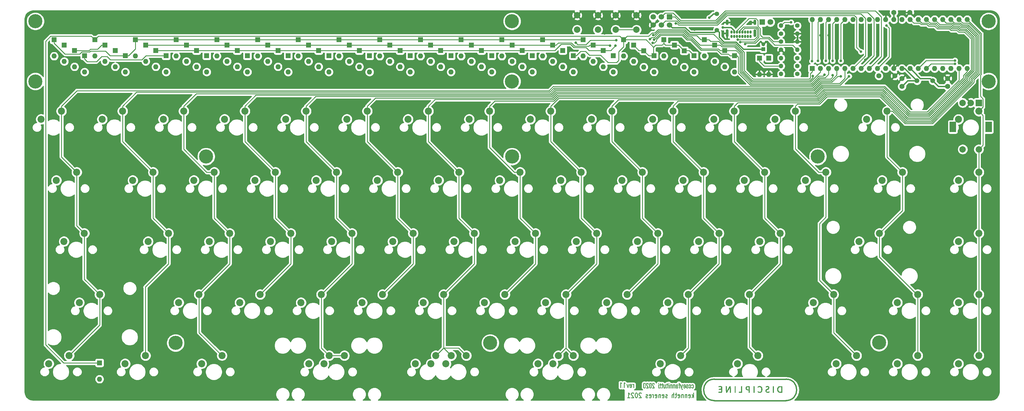
<source format=gbl>
G04 #@! TF.GenerationSoftware,KiCad,Pcbnew,(5.1.10)-1*
G04 #@! TF.CreationDate,2021-07-24T00:02:27-04:00*
G04 #@! TF.ProjectId,discipline-pcb,64697363-6970-46c6-996e-652d7063622e,rev?*
G04 #@! TF.SameCoordinates,Original*
G04 #@! TF.FileFunction,Copper,L2,Bot*
G04 #@! TF.FilePolarity,Positive*
%FSLAX46Y46*%
G04 Gerber Fmt 4.6, Leading zero omitted, Abs format (unit mm)*
G04 Created by KiCad (PCBNEW (5.1.10)-1) date 2021-07-24 00:02:27*
%MOMM*%
%LPD*%
G01*
G04 APERTURE LIST*
G04 #@! TA.AperFunction,NonConductor*
%ADD10C,0.250000*%
G04 #@! TD*
G04 #@! TA.AperFunction,EtchedComponent*
%ADD11C,0.010000*%
G04 #@! TD*
G04 #@! TA.AperFunction,EtchedComponent*
%ADD12C,0.150000*%
G04 #@! TD*
G04 #@! TA.AperFunction,EtchedComponent*
%ADD13C,0.400000*%
G04 #@! TD*
G04 #@! TA.AperFunction,ComponentPad*
%ADD14C,2.200000*%
G04 #@! TD*
G04 #@! TA.AperFunction,ComponentPad*
%ADD15C,2.000000*%
G04 #@! TD*
G04 #@! TA.AperFunction,ComponentPad*
%ADD16R,2.000000X3.200000*%
G04 #@! TD*
G04 #@! TA.AperFunction,ComponentPad*
%ADD17R,2.000000X2.000000*%
G04 #@! TD*
G04 #@! TA.AperFunction,ComponentPad*
%ADD18C,4.400000*%
G04 #@! TD*
G04 #@! TA.AperFunction,ComponentPad*
%ADD19O,1.600000X1.600000*%
G04 #@! TD*
G04 #@! TA.AperFunction,ComponentPad*
%ADD20R,1.600000X1.600000*%
G04 #@! TD*
G04 #@! TA.AperFunction,ComponentPad*
%ADD21C,1.600000*%
G04 #@! TD*
G04 #@! TA.AperFunction,ComponentPad*
%ADD22R,1.200000X1.200000*%
G04 #@! TD*
G04 #@! TA.AperFunction,ComponentPad*
%ADD23C,1.200000*%
G04 #@! TD*
G04 #@! TA.AperFunction,ComponentPad*
%ADD24O,1.400000X1.400000*%
G04 #@! TD*
G04 #@! TA.AperFunction,ComponentPad*
%ADD25C,1.400000*%
G04 #@! TD*
G04 #@! TA.AperFunction,ComponentPad*
%ADD26R,1.700000X1.700000*%
G04 #@! TD*
G04 #@! TA.AperFunction,ComponentPad*
%ADD27C,1.700000*%
G04 #@! TD*
G04 #@! TA.AperFunction,ComponentPad*
%ADD28C,1.500000*%
G04 #@! TD*
G04 #@! TA.AperFunction,ComponentPad*
%ADD29C,1.800000*%
G04 #@! TD*
G04 #@! TA.AperFunction,ComponentPad*
%ADD30R,1.800000X1.800000*%
G04 #@! TD*
G04 #@! TA.AperFunction,ComponentPad*
%ADD31O,0.650000X1.000000*%
G04 #@! TD*
G04 #@! TA.AperFunction,ComponentPad*
%ADD32O,0.900000X2.400000*%
G04 #@! TD*
G04 #@! TA.AperFunction,ComponentPad*
%ADD33O,0.900000X1.700000*%
G04 #@! TD*
G04 #@! TA.AperFunction,ViaPad*
%ADD34C,0.800000*%
G04 #@! TD*
G04 #@! TA.AperFunction,Conductor*
%ADD35C,0.400000*%
G04 #@! TD*
G04 #@! TA.AperFunction,Conductor*
%ADD36C,0.250000*%
G04 #@! TD*
G04 #@! TA.AperFunction,Conductor*
%ADD37C,0.254000*%
G04 #@! TD*
G04 #@! TA.AperFunction,Conductor*
%ADD38C,0.100000*%
G04 #@! TD*
G04 APERTURE END LIST*
D10*
X262714095Y-178986571D02*
X262714095Y-177486571D01*
X262595047Y-178415142D02*
X262237904Y-178986571D01*
X262237904Y-177986571D02*
X262714095Y-178558000D01*
X261226000Y-178915142D02*
X261345047Y-178986571D01*
X261583142Y-178986571D01*
X261702190Y-178915142D01*
X261761714Y-178772285D01*
X261761714Y-178200857D01*
X261702190Y-178058000D01*
X261583142Y-177986571D01*
X261345047Y-177986571D01*
X261226000Y-178058000D01*
X261166476Y-178200857D01*
X261166476Y-178343714D01*
X261761714Y-178486571D01*
X260630761Y-177986571D02*
X260630761Y-178986571D01*
X260630761Y-178129428D02*
X260571238Y-178058000D01*
X260452190Y-177986571D01*
X260273619Y-177986571D01*
X260154571Y-178058000D01*
X260095047Y-178200857D01*
X260095047Y-178986571D01*
X259499809Y-177986571D02*
X259499809Y-178986571D01*
X259499809Y-178129428D02*
X259440285Y-178058000D01*
X259321238Y-177986571D01*
X259142666Y-177986571D01*
X259023619Y-178058000D01*
X258964095Y-178200857D01*
X258964095Y-178986571D01*
X257892666Y-178915142D02*
X258011714Y-178986571D01*
X258249809Y-178986571D01*
X258368857Y-178915142D01*
X258428380Y-178772285D01*
X258428380Y-178200857D01*
X258368857Y-178058000D01*
X258249809Y-177986571D01*
X258011714Y-177986571D01*
X257892666Y-178058000D01*
X257833142Y-178200857D01*
X257833142Y-178343714D01*
X258428380Y-178486571D01*
X257476000Y-177986571D02*
X256999809Y-177986571D01*
X257297428Y-177486571D02*
X257297428Y-178772285D01*
X257237904Y-178915142D01*
X257118857Y-178986571D01*
X256999809Y-178986571D01*
X256583142Y-178986571D02*
X256583142Y-177486571D01*
X256047428Y-178986571D02*
X256047428Y-178200857D01*
X256106952Y-178058000D01*
X256226000Y-177986571D01*
X256404571Y-177986571D01*
X256523619Y-178058000D01*
X256583142Y-178129428D01*
X254559333Y-178915142D02*
X254440285Y-178986571D01*
X254202190Y-178986571D01*
X254083142Y-178915142D01*
X254023619Y-178772285D01*
X254023619Y-178700857D01*
X254083142Y-178558000D01*
X254202190Y-178486571D01*
X254380761Y-178486571D01*
X254499809Y-178415142D01*
X254559333Y-178272285D01*
X254559333Y-178200857D01*
X254499809Y-178058000D01*
X254380761Y-177986571D01*
X254202190Y-177986571D01*
X254083142Y-178058000D01*
X253011714Y-178915142D02*
X253130761Y-178986571D01*
X253368857Y-178986571D01*
X253487904Y-178915142D01*
X253547428Y-178772285D01*
X253547428Y-178200857D01*
X253487904Y-178058000D01*
X253368857Y-177986571D01*
X253130761Y-177986571D01*
X253011714Y-178058000D01*
X252952190Y-178200857D01*
X252952190Y-178343714D01*
X253547428Y-178486571D01*
X252416476Y-177986571D02*
X252416476Y-178986571D01*
X252416476Y-178129428D02*
X252356952Y-178058000D01*
X252237904Y-177986571D01*
X252059333Y-177986571D01*
X251940285Y-178058000D01*
X251880761Y-178200857D01*
X251880761Y-178986571D01*
X250809333Y-178915142D02*
X250928380Y-178986571D01*
X251166476Y-178986571D01*
X251285523Y-178915142D01*
X251345047Y-178772285D01*
X251345047Y-178200857D01*
X251285523Y-178058000D01*
X251166476Y-177986571D01*
X250928380Y-177986571D01*
X250809333Y-178058000D01*
X250749809Y-178200857D01*
X250749809Y-178343714D01*
X251345047Y-178486571D01*
X250214095Y-178986571D02*
X250214095Y-177986571D01*
X250214095Y-178272285D02*
X250154571Y-178129428D01*
X250095047Y-178058000D01*
X249976000Y-177986571D01*
X249856952Y-177986571D01*
X248964095Y-178915142D02*
X249083142Y-178986571D01*
X249321238Y-178986571D01*
X249440285Y-178915142D01*
X249499809Y-178772285D01*
X249499809Y-178200857D01*
X249440285Y-178058000D01*
X249321238Y-177986571D01*
X249083142Y-177986571D01*
X248964095Y-178058000D01*
X248904571Y-178200857D01*
X248904571Y-178343714D01*
X249499809Y-178486571D01*
X248428380Y-178915142D02*
X248309333Y-178986571D01*
X248071238Y-178986571D01*
X247952190Y-178915142D01*
X247892666Y-178772285D01*
X247892666Y-178700857D01*
X247952190Y-178558000D01*
X248071238Y-178486571D01*
X248249809Y-178486571D01*
X248368857Y-178415142D01*
X248428380Y-178272285D01*
X248428380Y-178200857D01*
X248368857Y-178058000D01*
X248249809Y-177986571D01*
X248071238Y-177986571D01*
X247952190Y-178058000D01*
X246464095Y-177629428D02*
X246404571Y-177558000D01*
X246285523Y-177486571D01*
X245987904Y-177486571D01*
X245868857Y-177558000D01*
X245809333Y-177629428D01*
X245749809Y-177772285D01*
X245749809Y-177915142D01*
X245809333Y-178129428D01*
X246523619Y-178986571D01*
X245749809Y-178986571D01*
X244976000Y-177486571D02*
X244856952Y-177486571D01*
X244737904Y-177558000D01*
X244678380Y-177629428D01*
X244618857Y-177772285D01*
X244559333Y-178058000D01*
X244559333Y-178415142D01*
X244618857Y-178700857D01*
X244678380Y-178843714D01*
X244737904Y-178915142D01*
X244856952Y-178986571D01*
X244976000Y-178986571D01*
X245095047Y-178915142D01*
X245154571Y-178843714D01*
X245214095Y-178700857D01*
X245273619Y-178415142D01*
X245273619Y-178058000D01*
X245214095Y-177772285D01*
X245154571Y-177629428D01*
X245095047Y-177558000D01*
X244976000Y-177486571D01*
X244083142Y-177629428D02*
X244023619Y-177558000D01*
X243904571Y-177486571D01*
X243606952Y-177486571D01*
X243487904Y-177558000D01*
X243428380Y-177629428D01*
X243368857Y-177772285D01*
X243368857Y-177915142D01*
X243428380Y-178129428D01*
X244142666Y-178986571D01*
X243368857Y-178986571D01*
X242178380Y-178986571D02*
X242892666Y-178986571D01*
X242535523Y-178986571D02*
X242535523Y-177486571D01*
X242654571Y-177700857D01*
X242773619Y-177843714D01*
X242892666Y-177915142D01*
D11*
G36*
X241031889Y-175895000D02*
G01*
X241194167Y-175895000D01*
X241194167Y-174428029D01*
X241328705Y-174512413D01*
X241368358Y-174537230D01*
X241404615Y-174559819D01*
X241435556Y-174578992D01*
X241459261Y-174593561D01*
X241473811Y-174602340D01*
X241476871Y-174604091D01*
X241482651Y-174606505D01*
X241486507Y-174604962D01*
X241488821Y-174597315D01*
X241489973Y-174581416D01*
X241490346Y-174555116D01*
X241490346Y-174528234D01*
X241490191Y-174445083D01*
X241375478Y-174369236D01*
X241260766Y-174293388D01*
X241031889Y-174293388D01*
X241031889Y-175895000D01*
G37*
X241031889Y-175895000D02*
X241194167Y-175895000D01*
X241194167Y-174428029D01*
X241328705Y-174512413D01*
X241368358Y-174537230D01*
X241404615Y-174559819D01*
X241435556Y-174578992D01*
X241459261Y-174593561D01*
X241473811Y-174602340D01*
X241476871Y-174604091D01*
X241482651Y-174606505D01*
X241486507Y-174604962D01*
X241488821Y-174597315D01*
X241489973Y-174581416D01*
X241490346Y-174555116D01*
X241490346Y-174528234D01*
X241490191Y-174445083D01*
X241375478Y-174369236D01*
X241260766Y-174293388D01*
X241031889Y-174293388D01*
X241031889Y-175895000D01*
G36*
X241952265Y-174752173D02*
G01*
X241929233Y-174752930D01*
X241915835Y-174754628D01*
X241909834Y-174757620D01*
X241908993Y-174762264D01*
X241909504Y-174764347D01*
X241911931Y-174772949D01*
X241917837Y-174794092D01*
X241926928Y-174826718D01*
X241938911Y-174869773D01*
X241953492Y-174922198D01*
X241970377Y-174982938D01*
X241989273Y-175050936D01*
X242009884Y-175125134D01*
X242031919Y-175204478D01*
X242055082Y-175287909D01*
X242062024Y-175312916D01*
X242085558Y-175397661D01*
X242108129Y-175478857D01*
X242129433Y-175555421D01*
X242149167Y-175626268D01*
X242167030Y-175690315D01*
X242182718Y-175746477D01*
X242195929Y-175793669D01*
X242206360Y-175830808D01*
X242213708Y-175856809D01*
X242217671Y-175870588D01*
X242218120Y-175872069D01*
X242225373Y-175895000D01*
X242371351Y-175895000D01*
X242378689Y-175872069D01*
X242382377Y-175859703D01*
X242389361Y-175835463D01*
X242399296Y-175800585D01*
X242411836Y-175756302D01*
X242426637Y-175703851D01*
X242443352Y-175644466D01*
X242461638Y-175579382D01*
X242481149Y-175509834D01*
X242501539Y-175437057D01*
X242522465Y-175362285D01*
X242543580Y-175286754D01*
X242564539Y-175211698D01*
X242584998Y-175138353D01*
X242604611Y-175067953D01*
X242623034Y-175001733D01*
X242639920Y-174940929D01*
X242654926Y-174886775D01*
X242667705Y-174840505D01*
X242677913Y-174803356D01*
X242685205Y-174776561D01*
X242689235Y-174761356D01*
X242689945Y-174758295D01*
X242683355Y-174755816D01*
X242665440Y-174753797D01*
X242638986Y-174752454D01*
X242608806Y-174752000D01*
X242576861Y-174752227D01*
X242550836Y-174752844D01*
X242533519Y-174753755D01*
X242527667Y-174754794D01*
X242525980Y-174762149D01*
X242521153Y-174781751D01*
X242513538Y-174812219D01*
X242503487Y-174852170D01*
X242491354Y-174900222D01*
X242477489Y-174954992D01*
X242462244Y-175015098D01*
X242445973Y-175079158D01*
X242429027Y-175145790D01*
X242411758Y-175213610D01*
X242394519Y-175281237D01*
X242377661Y-175347289D01*
X242361537Y-175410382D01*
X242346498Y-175469135D01*
X242332898Y-175522164D01*
X242321088Y-175568089D01*
X242311419Y-175605526D01*
X242304246Y-175633093D01*
X242299919Y-175649408D01*
X242298752Y-175653430D01*
X242296769Y-175647113D01*
X242291644Y-175628266D01*
X242283674Y-175598044D01*
X242273156Y-175557604D01*
X242260390Y-175508099D01*
X242245672Y-175450687D01*
X242229301Y-175386522D01*
X242211574Y-175316760D01*
X242192789Y-175242557D01*
X242189641Y-175230097D01*
X242170495Y-175154294D01*
X242152221Y-175081970D01*
X242135139Y-175014386D01*
X242119567Y-174952802D01*
X242105825Y-174898478D01*
X242094231Y-174852674D01*
X242085104Y-174816651D01*
X242078762Y-174791667D01*
X242075525Y-174778984D01*
X242075388Y-174778458D01*
X242068512Y-174752000D01*
X241987170Y-174752000D01*
X241952265Y-174752173D01*
G37*
X241952265Y-174752173D02*
X241929233Y-174752930D01*
X241915835Y-174754628D01*
X241909834Y-174757620D01*
X241908993Y-174762264D01*
X241909504Y-174764347D01*
X241911931Y-174772949D01*
X241917837Y-174794092D01*
X241926928Y-174826718D01*
X241938911Y-174869773D01*
X241953492Y-174922198D01*
X241970377Y-174982938D01*
X241989273Y-175050936D01*
X242009884Y-175125134D01*
X242031919Y-175204478D01*
X242055082Y-175287909D01*
X242062024Y-175312916D01*
X242085558Y-175397661D01*
X242108129Y-175478857D01*
X242129433Y-175555421D01*
X242149167Y-175626268D01*
X242167030Y-175690315D01*
X242182718Y-175746477D01*
X242195929Y-175793669D01*
X242206360Y-175830808D01*
X242213708Y-175856809D01*
X242217671Y-175870588D01*
X242218120Y-175872069D01*
X242225373Y-175895000D01*
X242371351Y-175895000D01*
X242378689Y-175872069D01*
X242382377Y-175859703D01*
X242389361Y-175835463D01*
X242399296Y-175800585D01*
X242411836Y-175756302D01*
X242426637Y-175703851D01*
X242443352Y-175644466D01*
X242461638Y-175579382D01*
X242481149Y-175509834D01*
X242501539Y-175437057D01*
X242522465Y-175362285D01*
X242543580Y-175286754D01*
X242564539Y-175211698D01*
X242584998Y-175138353D01*
X242604611Y-175067953D01*
X242623034Y-175001733D01*
X242639920Y-174940929D01*
X242654926Y-174886775D01*
X242667705Y-174840505D01*
X242677913Y-174803356D01*
X242685205Y-174776561D01*
X242689235Y-174761356D01*
X242689945Y-174758295D01*
X242683355Y-174755816D01*
X242665440Y-174753797D01*
X242638986Y-174752454D01*
X242608806Y-174752000D01*
X242576861Y-174752227D01*
X242550836Y-174752844D01*
X242533519Y-174753755D01*
X242527667Y-174754794D01*
X242525980Y-174762149D01*
X242521153Y-174781751D01*
X242513538Y-174812219D01*
X242503487Y-174852170D01*
X242491354Y-174900222D01*
X242477489Y-174954992D01*
X242462244Y-175015098D01*
X242445973Y-175079158D01*
X242429027Y-175145790D01*
X242411758Y-175213610D01*
X242394519Y-175281237D01*
X242377661Y-175347289D01*
X242361537Y-175410382D01*
X242346498Y-175469135D01*
X242332898Y-175522164D01*
X242321088Y-175568089D01*
X242311419Y-175605526D01*
X242304246Y-175633093D01*
X242299919Y-175649408D01*
X242298752Y-175653430D01*
X242296769Y-175647113D01*
X242291644Y-175628266D01*
X242283674Y-175598044D01*
X242273156Y-175557604D01*
X242260390Y-175508099D01*
X242245672Y-175450687D01*
X242229301Y-175386522D01*
X242211574Y-175316760D01*
X242192789Y-175242557D01*
X242189641Y-175230097D01*
X242170495Y-175154294D01*
X242152221Y-175081970D01*
X242135139Y-175014386D01*
X242119567Y-174952802D01*
X242105825Y-174898478D01*
X242094231Y-174852674D01*
X242085104Y-174816651D01*
X242078762Y-174791667D01*
X242075525Y-174778984D01*
X242075388Y-174778458D01*
X242068512Y-174752000D01*
X241987170Y-174752000D01*
X241952265Y-174752173D01*
G36*
X243684778Y-174879000D02*
G01*
X243711237Y-174879053D01*
X243774656Y-174884536D01*
X243835678Y-174899947D01*
X243892062Y-174924113D01*
X243941569Y-174955862D01*
X243981956Y-174994023D01*
X244009924Y-175035314D01*
X244017180Y-175049873D01*
X244023341Y-175063737D01*
X244028498Y-175078152D01*
X244032739Y-175094362D01*
X244036155Y-175113614D01*
X244038835Y-175137154D01*
X244040869Y-175166227D01*
X244042346Y-175202080D01*
X244043357Y-175245959D01*
X244043991Y-175299108D01*
X244044338Y-175362774D01*
X244044488Y-175438203D01*
X244044528Y-175515763D01*
X244044612Y-175895000D01*
X244206889Y-175895000D01*
X244206889Y-174752000D01*
X244044612Y-174752000D01*
X244044612Y-174908006D01*
X243999923Y-174863516D01*
X243938274Y-174811476D01*
X243870827Y-174772152D01*
X243798104Y-174745798D01*
X243730479Y-174733566D01*
X243684778Y-174728884D01*
X243684778Y-174879000D01*
G37*
X243684778Y-174879000D02*
X243711237Y-174879053D01*
X243774656Y-174884536D01*
X243835678Y-174899947D01*
X243892062Y-174924113D01*
X243941569Y-174955862D01*
X243981956Y-174994023D01*
X244009924Y-175035314D01*
X244017180Y-175049873D01*
X244023341Y-175063737D01*
X244028498Y-175078152D01*
X244032739Y-175094362D01*
X244036155Y-175113614D01*
X244038835Y-175137154D01*
X244040869Y-175166227D01*
X244042346Y-175202080D01*
X244043357Y-175245959D01*
X244043991Y-175299108D01*
X244044338Y-175362774D01*
X244044488Y-175438203D01*
X244044528Y-175515763D01*
X244044612Y-175895000D01*
X244206889Y-175895000D01*
X244206889Y-174752000D01*
X244044612Y-174752000D01*
X244044612Y-174908006D01*
X243999923Y-174863516D01*
X243938274Y-174811476D01*
X243870827Y-174772152D01*
X243798104Y-174745798D01*
X243730479Y-174733566D01*
X243684778Y-174728884D01*
X243684778Y-174879000D01*
G36*
X243153361Y-174733035D02*
G01*
X243120194Y-174736554D01*
X243087032Y-174741851D01*
X243060649Y-174747828D01*
X243059012Y-174748310D01*
X243011180Y-174768735D01*
X242964812Y-174799329D01*
X242924722Y-174836553D01*
X242905165Y-174861361D01*
X242886826Y-174891070D01*
X242872003Y-174921896D01*
X242860362Y-174955691D01*
X242851571Y-174994304D01*
X242845297Y-175039586D01*
X242841207Y-175093387D01*
X242838970Y-175157557D01*
X242838251Y-175233541D01*
X242838112Y-175387000D01*
X243360223Y-175387000D01*
X243360223Y-175491552D01*
X243359390Y-175546171D01*
X243356523Y-175589424D01*
X243351066Y-175623978D01*
X243342464Y-175652500D01*
X243330164Y-175677658D01*
X243317538Y-175696809D01*
X243286623Y-175728285D01*
X243247013Y-175749098D01*
X243198293Y-175759430D01*
X243169723Y-175760720D01*
X243117104Y-175755517D01*
X243074050Y-175739964D01*
X243040335Y-175713864D01*
X243015731Y-175677021D01*
X243000012Y-175629237D01*
X242996732Y-175611013D01*
X242991732Y-175577500D01*
X242838112Y-175577500D01*
X242838112Y-175611295D01*
X242840044Y-175638151D01*
X242844976Y-175669304D01*
X242848661Y-175685593D01*
X242871247Y-175747800D01*
X242904009Y-175800235D01*
X242946852Y-175842804D01*
X242999686Y-175875412D01*
X243055814Y-175896196D01*
X243095286Y-175903795D01*
X243142725Y-175907867D01*
X243192819Y-175908371D01*
X243240257Y-175905264D01*
X243279730Y-175898506D01*
X243281873Y-175897945D01*
X243343563Y-175874413D01*
X243397349Y-175839500D01*
X243442520Y-175793964D01*
X243478366Y-175738563D01*
X243504176Y-175674055D01*
X243509349Y-175655111D01*
X243512041Y-175636720D01*
X243514331Y-175606191D01*
X243516217Y-175565479D01*
X243517701Y-175516542D01*
X243518783Y-175461333D01*
X243519462Y-175401810D01*
X243519740Y-175339928D01*
X243519616Y-175277643D01*
X243519280Y-175238833D01*
X243361489Y-175238833D01*
X242998911Y-175238833D01*
X243001775Y-175127708D01*
X243003094Y-175084291D01*
X243004721Y-175052200D01*
X243007029Y-175028648D01*
X243010388Y-175010850D01*
X243015171Y-174996021D01*
X243021138Y-174982627D01*
X243046587Y-174940262D01*
X243076591Y-174910464D01*
X243113159Y-174891977D01*
X243158298Y-174883544D01*
X243180828Y-174882695D01*
X243210951Y-174883165D01*
X243232058Y-174885571D01*
X243249224Y-174891092D01*
X243267523Y-174900903D01*
X243272550Y-174903967D01*
X243293777Y-174919125D01*
X243310206Y-174936891D01*
X243325716Y-174961822D01*
X243332000Y-174973779D01*
X243341402Y-174992558D01*
X243348104Y-175008105D01*
X243352628Y-175023433D01*
X243355495Y-175041560D01*
X243357226Y-175065500D01*
X243358343Y-175098269D01*
X243359092Y-175130492D01*
X243361489Y-175238833D01*
X243519280Y-175238833D01*
X243519090Y-175216910D01*
X243518163Y-175159687D01*
X243516835Y-175107927D01*
X243515106Y-175063589D01*
X243512977Y-175028626D01*
X243510447Y-175004996D01*
X243509271Y-174998944D01*
X243485434Y-174927599D01*
X243452477Y-174866741D01*
X243410875Y-174816727D01*
X243361105Y-174777910D01*
X243303643Y-174750649D01*
X243238965Y-174735298D01*
X243167548Y-174732213D01*
X243153361Y-174733035D01*
G37*
X243153361Y-174733035D02*
X243120194Y-174736554D01*
X243087032Y-174741851D01*
X243060649Y-174747828D01*
X243059012Y-174748310D01*
X243011180Y-174768735D01*
X242964812Y-174799329D01*
X242924722Y-174836553D01*
X242905165Y-174861361D01*
X242886826Y-174891070D01*
X242872003Y-174921896D01*
X242860362Y-174955691D01*
X242851571Y-174994304D01*
X242845297Y-175039586D01*
X242841207Y-175093387D01*
X242838970Y-175157557D01*
X242838251Y-175233541D01*
X242838112Y-175387000D01*
X243360223Y-175387000D01*
X243360223Y-175491552D01*
X243359390Y-175546171D01*
X243356523Y-175589424D01*
X243351066Y-175623978D01*
X243342464Y-175652500D01*
X243330164Y-175677658D01*
X243317538Y-175696809D01*
X243286623Y-175728285D01*
X243247013Y-175749098D01*
X243198293Y-175759430D01*
X243169723Y-175760720D01*
X243117104Y-175755517D01*
X243074050Y-175739964D01*
X243040335Y-175713864D01*
X243015731Y-175677021D01*
X243000012Y-175629237D01*
X242996732Y-175611013D01*
X242991732Y-175577500D01*
X242838112Y-175577500D01*
X242838112Y-175611295D01*
X242840044Y-175638151D01*
X242844976Y-175669304D01*
X242848661Y-175685593D01*
X242871247Y-175747800D01*
X242904009Y-175800235D01*
X242946852Y-175842804D01*
X242999686Y-175875412D01*
X243055814Y-175896196D01*
X243095286Y-175903795D01*
X243142725Y-175907867D01*
X243192819Y-175908371D01*
X243240257Y-175905264D01*
X243279730Y-175898506D01*
X243281873Y-175897945D01*
X243343563Y-175874413D01*
X243397349Y-175839500D01*
X243442520Y-175793964D01*
X243478366Y-175738563D01*
X243504176Y-175674055D01*
X243509349Y-175655111D01*
X243512041Y-175636720D01*
X243514331Y-175606191D01*
X243516217Y-175565479D01*
X243517701Y-175516542D01*
X243518783Y-175461333D01*
X243519462Y-175401810D01*
X243519740Y-175339928D01*
X243519616Y-175277643D01*
X243519280Y-175238833D01*
X243361489Y-175238833D01*
X242998911Y-175238833D01*
X243001775Y-175127708D01*
X243003094Y-175084291D01*
X243004721Y-175052200D01*
X243007029Y-175028648D01*
X243010388Y-175010850D01*
X243015171Y-174996021D01*
X243021138Y-174982627D01*
X243046587Y-174940262D01*
X243076591Y-174910464D01*
X243113159Y-174891977D01*
X243158298Y-174883544D01*
X243180828Y-174882695D01*
X243210951Y-174883165D01*
X243232058Y-174885571D01*
X243249224Y-174891092D01*
X243267523Y-174900903D01*
X243272550Y-174903967D01*
X243293777Y-174919125D01*
X243310206Y-174936891D01*
X243325716Y-174961822D01*
X243332000Y-174973779D01*
X243341402Y-174992558D01*
X243348104Y-175008105D01*
X243352628Y-175023433D01*
X243355495Y-175041560D01*
X243357226Y-175065500D01*
X243358343Y-175098269D01*
X243359092Y-175130492D01*
X243361489Y-175238833D01*
X243519280Y-175238833D01*
X243519090Y-175216910D01*
X243518163Y-175159687D01*
X243516835Y-175107927D01*
X243515106Y-175063589D01*
X243512977Y-175028626D01*
X243510447Y-175004996D01*
X243509271Y-174998944D01*
X243485434Y-174927599D01*
X243452477Y-174866741D01*
X243410875Y-174816727D01*
X243361105Y-174777910D01*
X243303643Y-174750649D01*
X243238965Y-174735298D01*
X243167548Y-174732213D01*
X243153361Y-174733035D01*
G36*
X239932828Y-175895000D02*
G01*
X240095106Y-175895000D01*
X240095106Y-174428029D01*
X240229644Y-174512413D01*
X240269297Y-174537230D01*
X240305554Y-174559819D01*
X240336495Y-174578992D01*
X240360200Y-174593561D01*
X240374750Y-174602340D01*
X240377810Y-174604091D01*
X240383590Y-174606505D01*
X240387446Y-174604962D01*
X240389760Y-174597315D01*
X240390912Y-174581416D01*
X240391285Y-174555116D01*
X240391285Y-174528234D01*
X240391130Y-174445083D01*
X240276417Y-174369236D01*
X240161705Y-174293388D01*
X239932828Y-174293388D01*
X239932828Y-175895000D01*
G37*
X239932828Y-175895000D02*
X240095106Y-175895000D01*
X240095106Y-174428029D01*
X240229644Y-174512413D01*
X240269297Y-174537230D01*
X240305554Y-174559819D01*
X240336495Y-174578992D01*
X240360200Y-174593561D01*
X240374750Y-174602340D01*
X240377810Y-174604091D01*
X240383590Y-174606505D01*
X240387446Y-174604962D01*
X240389760Y-174597315D01*
X240390912Y-174581416D01*
X240391285Y-174555116D01*
X240391285Y-174528234D01*
X240391130Y-174445083D01*
X240276417Y-174369236D01*
X240161705Y-174293388D01*
X239932828Y-174293388D01*
X239932828Y-175895000D01*
D12*
X240620196Y-175768204D02*
G75*
G03*
X240620196Y-175768204I-56796J0D01*
G01*
D11*
G36*
X259246759Y-174923097D02*
G01*
X259242560Y-174938119D01*
X259235132Y-174965106D01*
X259224926Y-175002402D01*
X259212391Y-175048349D01*
X259197976Y-175101290D01*
X259182131Y-175159566D01*
X259165306Y-175221520D01*
X259147950Y-175285495D01*
X259130512Y-175349833D01*
X259113442Y-175412877D01*
X259097189Y-175472969D01*
X259082203Y-175528452D01*
X259068934Y-175577668D01*
X259057831Y-175618959D01*
X259049343Y-175650668D01*
X259044422Y-175669222D01*
X259036736Y-175697433D01*
X259029821Y-175720972D01*
X259024809Y-175736052D01*
X259023642Y-175738772D01*
X259021108Y-175733818D01*
X259015503Y-175716284D01*
X259007125Y-175687293D01*
X258996275Y-175647966D01*
X258983254Y-175599426D01*
X258968361Y-175542795D01*
X258951897Y-175479195D01*
X258934162Y-175409749D01*
X258915456Y-175335578D01*
X258910857Y-175317202D01*
X258803095Y-174886055D01*
X258722825Y-174886055D01*
X258685896Y-174886480D01*
X258661353Y-174887883D01*
X258647495Y-174890454D01*
X258642619Y-174894382D01*
X258642556Y-174895016D01*
X258644344Y-174905910D01*
X258649049Y-174926129D01*
X258655680Y-174951437D01*
X258656172Y-174953225D01*
X258659928Y-174967024D01*
X258667055Y-174993435D01*
X258677282Y-175031439D01*
X258690334Y-175080017D01*
X258705939Y-175138148D01*
X258723822Y-175204814D01*
X258743710Y-175278994D01*
X258765330Y-175359669D01*
X258788408Y-175445820D01*
X258812671Y-175536426D01*
X258837846Y-175630469D01*
X258847078Y-175664964D01*
X258872482Y-175759597D01*
X258897137Y-175850860D01*
X258920768Y-175937765D01*
X258943097Y-176019323D01*
X258963850Y-176094546D01*
X258982751Y-176162444D01*
X258999524Y-176222029D01*
X259013893Y-176272312D01*
X259025582Y-176312305D01*
X259034316Y-176341018D01*
X259039818Y-176357464D01*
X259041024Y-176360330D01*
X259068971Y-176403651D01*
X259105292Y-176438866D01*
X259151006Y-176466524D01*
X259207130Y-176487174D01*
X259274684Y-176501366D01*
X259311070Y-176506003D01*
X259355167Y-176510656D01*
X259355167Y-176355543D01*
X259310862Y-176351986D01*
X259259214Y-176341521D01*
X259214975Y-176319055D01*
X259178254Y-176284663D01*
X259150791Y-176241736D01*
X259143270Y-176223308D01*
X259133831Y-176195219D01*
X259123370Y-176160762D01*
X259112784Y-176123228D01*
X259102970Y-176085907D01*
X259094824Y-176052092D01*
X259089242Y-176025075D01*
X259087123Y-176008145D01*
X259087122Y-176008022D01*
X259089116Y-175998679D01*
X259094914Y-175976882D01*
X259104211Y-175943678D01*
X259116700Y-175900111D01*
X259132075Y-175847228D01*
X259150030Y-175786073D01*
X259170258Y-175717693D01*
X259192453Y-175643133D01*
X259216310Y-175563438D01*
X259241521Y-175479655D01*
X259252862Y-175442103D01*
X259278505Y-175357241D01*
X259302935Y-175276304D01*
X259325848Y-175200303D01*
X259346941Y-175130252D01*
X259365908Y-175067162D01*
X259382447Y-175012047D01*
X259396253Y-174965919D01*
X259407023Y-174929790D01*
X259414451Y-174904673D01*
X259418234Y-174891580D01*
X259418667Y-174889873D01*
X259412078Y-174888365D01*
X259394172Y-174887139D01*
X259367743Y-174886325D01*
X259338029Y-174886055D01*
X259257391Y-174886055D01*
X259246759Y-174923097D01*
G37*
X259246759Y-174923097D02*
X259242560Y-174938119D01*
X259235132Y-174965106D01*
X259224926Y-175002402D01*
X259212391Y-175048349D01*
X259197976Y-175101290D01*
X259182131Y-175159566D01*
X259165306Y-175221520D01*
X259147950Y-175285495D01*
X259130512Y-175349833D01*
X259113442Y-175412877D01*
X259097189Y-175472969D01*
X259082203Y-175528452D01*
X259068934Y-175577668D01*
X259057831Y-175618959D01*
X259049343Y-175650668D01*
X259044422Y-175669222D01*
X259036736Y-175697433D01*
X259029821Y-175720972D01*
X259024809Y-175736052D01*
X259023642Y-175738772D01*
X259021108Y-175733818D01*
X259015503Y-175716284D01*
X259007125Y-175687293D01*
X258996275Y-175647966D01*
X258983254Y-175599426D01*
X258968361Y-175542795D01*
X258951897Y-175479195D01*
X258934162Y-175409749D01*
X258915456Y-175335578D01*
X258910857Y-175317202D01*
X258803095Y-174886055D01*
X258722825Y-174886055D01*
X258685896Y-174886480D01*
X258661353Y-174887883D01*
X258647495Y-174890454D01*
X258642619Y-174894382D01*
X258642556Y-174895016D01*
X258644344Y-174905910D01*
X258649049Y-174926129D01*
X258655680Y-174951437D01*
X258656172Y-174953225D01*
X258659928Y-174967024D01*
X258667055Y-174993435D01*
X258677282Y-175031439D01*
X258690334Y-175080017D01*
X258705939Y-175138148D01*
X258723822Y-175204814D01*
X258743710Y-175278994D01*
X258765330Y-175359669D01*
X258788408Y-175445820D01*
X258812671Y-175536426D01*
X258837846Y-175630469D01*
X258847078Y-175664964D01*
X258872482Y-175759597D01*
X258897137Y-175850860D01*
X258920768Y-175937765D01*
X258943097Y-176019323D01*
X258963850Y-176094546D01*
X258982751Y-176162444D01*
X258999524Y-176222029D01*
X259013893Y-176272312D01*
X259025582Y-176312305D01*
X259034316Y-176341018D01*
X259039818Y-176357464D01*
X259041024Y-176360330D01*
X259068971Y-176403651D01*
X259105292Y-176438866D01*
X259151006Y-176466524D01*
X259207130Y-176487174D01*
X259274684Y-176501366D01*
X259311070Y-176506003D01*
X259355167Y-176510656D01*
X259355167Y-176355543D01*
X259310862Y-176351986D01*
X259259214Y-176341521D01*
X259214975Y-176319055D01*
X259178254Y-176284663D01*
X259150791Y-176241736D01*
X259143270Y-176223308D01*
X259133831Y-176195219D01*
X259123370Y-176160762D01*
X259112784Y-176123228D01*
X259102970Y-176085907D01*
X259094824Y-176052092D01*
X259089242Y-176025075D01*
X259087123Y-176008145D01*
X259087122Y-176008022D01*
X259089116Y-175998679D01*
X259094914Y-175976882D01*
X259104211Y-175943678D01*
X259116700Y-175900111D01*
X259132075Y-175847228D01*
X259150030Y-175786073D01*
X259170258Y-175717693D01*
X259192453Y-175643133D01*
X259216310Y-175563438D01*
X259241521Y-175479655D01*
X259252862Y-175442103D01*
X259278505Y-175357241D01*
X259302935Y-175276304D01*
X259325848Y-175200303D01*
X259346941Y-175130252D01*
X259365908Y-175067162D01*
X259382447Y-175012047D01*
X259396253Y-174965919D01*
X259407023Y-174929790D01*
X259414451Y-174904673D01*
X259418234Y-174891580D01*
X259418667Y-174889873D01*
X259412078Y-174888365D01*
X259394172Y-174887139D01*
X259367743Y-174886325D01*
X259338029Y-174886055D01*
X259257391Y-174886055D01*
X259246759Y-174923097D01*
G36*
X262391227Y-174867120D02*
G01*
X262319354Y-174878027D01*
X262255700Y-174899786D01*
X262200826Y-174932005D01*
X262155292Y-174974289D01*
X262119657Y-175026246D01*
X262099435Y-175072253D01*
X262093514Y-175093344D01*
X262087786Y-175120912D01*
X262082706Y-175151524D01*
X262078731Y-175181752D01*
X262076317Y-175208162D01*
X262075922Y-175227324D01*
X262077710Y-175235579D01*
X262085696Y-175236939D01*
X262104654Y-175238020D01*
X262131443Y-175238686D01*
X262152897Y-175238833D01*
X262224830Y-175238833D01*
X262229623Y-175192048D01*
X262237316Y-175145682D01*
X262250623Y-175109116D01*
X262271024Y-175078663D01*
X262278289Y-175070645D01*
X262305930Y-175045597D01*
X262334156Y-175029283D01*
X262366960Y-175020193D01*
X262408334Y-175016814D01*
X262420806Y-175016684D01*
X262466942Y-175019178D01*
X262503066Y-175027551D01*
X262532529Y-175043145D01*
X262558679Y-175067299D01*
X262564566Y-175074191D01*
X262574529Y-175086630D01*
X262582831Y-175098543D01*
X262589621Y-175111298D01*
X262595052Y-175126261D01*
X262599274Y-175144800D01*
X262602440Y-175168281D01*
X262604699Y-175198072D01*
X262606204Y-175235540D01*
X262607106Y-175282051D01*
X262607555Y-175338972D01*
X262607704Y-175407671D01*
X262607709Y-175464104D01*
X262607640Y-175764472D01*
X262591004Y-175799750D01*
X262566149Y-175839555D01*
X262533911Y-175868210D01*
X262493316Y-175886273D01*
X262443392Y-175894303D01*
X262425152Y-175894845D01*
X262379522Y-175892737D01*
X262343564Y-175885227D01*
X262313444Y-175870999D01*
X262285328Y-175848735D01*
X262282197Y-175845744D01*
X262252549Y-175807570D01*
X262233535Y-175762402D01*
X262226779Y-175714104D01*
X262226778Y-175713802D01*
X262226778Y-175690388D01*
X262071556Y-175690388D01*
X262071609Y-175709791D01*
X262076963Y-175766334D01*
X262091698Y-175823892D01*
X262114275Y-175878502D01*
X262143158Y-175926201D01*
X262166016Y-175953068D01*
X262204619Y-175984176D01*
X262252012Y-176010749D01*
X262302995Y-176030079D01*
X262324139Y-176035369D01*
X262357819Y-176040004D01*
X262399352Y-176042225D01*
X262443871Y-176042105D01*
X262486506Y-176039718D01*
X262522388Y-176035137D01*
X262535771Y-176032183D01*
X262599834Y-176008731D01*
X262653724Y-175975514D01*
X262697616Y-175932358D01*
X262731688Y-175879087D01*
X262756119Y-175815525D01*
X262756592Y-175813861D01*
X262759052Y-175802378D01*
X262761095Y-175786156D01*
X262762756Y-175763998D01*
X262764067Y-175734709D01*
X262765061Y-175697092D01*
X262765770Y-175649951D01*
X262766229Y-175592091D01*
X262766470Y-175522316D01*
X262766528Y-175454027D01*
X262766515Y-175377919D01*
X262766435Y-175314550D01*
X262766228Y-175262544D01*
X262765832Y-175220531D01*
X262765187Y-175187135D01*
X262764231Y-175160985D01*
X262762905Y-175140707D01*
X262761146Y-175124928D01*
X262758895Y-175112274D01*
X262756089Y-175101373D01*
X262752669Y-175090850D01*
X262750104Y-175083611D01*
X262720746Y-175019934D01*
X262682285Y-174966950D01*
X262635058Y-174924860D01*
X262579404Y-174893869D01*
X262515661Y-174874182D01*
X262444167Y-174866002D01*
X262391227Y-174867120D01*
G37*
X262391227Y-174867120D02*
X262319354Y-174878027D01*
X262255700Y-174899786D01*
X262200826Y-174932005D01*
X262155292Y-174974289D01*
X262119657Y-175026246D01*
X262099435Y-175072253D01*
X262093514Y-175093344D01*
X262087786Y-175120912D01*
X262082706Y-175151524D01*
X262078731Y-175181752D01*
X262076317Y-175208162D01*
X262075922Y-175227324D01*
X262077710Y-175235579D01*
X262085696Y-175236939D01*
X262104654Y-175238020D01*
X262131443Y-175238686D01*
X262152897Y-175238833D01*
X262224830Y-175238833D01*
X262229623Y-175192048D01*
X262237316Y-175145682D01*
X262250623Y-175109116D01*
X262271024Y-175078663D01*
X262278289Y-175070645D01*
X262305930Y-175045597D01*
X262334156Y-175029283D01*
X262366960Y-175020193D01*
X262408334Y-175016814D01*
X262420806Y-175016684D01*
X262466942Y-175019178D01*
X262503066Y-175027551D01*
X262532529Y-175043145D01*
X262558679Y-175067299D01*
X262564566Y-175074191D01*
X262574529Y-175086630D01*
X262582831Y-175098543D01*
X262589621Y-175111298D01*
X262595052Y-175126261D01*
X262599274Y-175144800D01*
X262602440Y-175168281D01*
X262604699Y-175198072D01*
X262606204Y-175235540D01*
X262607106Y-175282051D01*
X262607555Y-175338972D01*
X262607704Y-175407671D01*
X262607709Y-175464104D01*
X262607640Y-175764472D01*
X262591004Y-175799750D01*
X262566149Y-175839555D01*
X262533911Y-175868210D01*
X262493316Y-175886273D01*
X262443392Y-175894303D01*
X262425152Y-175894845D01*
X262379522Y-175892737D01*
X262343564Y-175885227D01*
X262313444Y-175870999D01*
X262285328Y-175848735D01*
X262282197Y-175845744D01*
X262252549Y-175807570D01*
X262233535Y-175762402D01*
X262226779Y-175714104D01*
X262226778Y-175713802D01*
X262226778Y-175690388D01*
X262071556Y-175690388D01*
X262071609Y-175709791D01*
X262076963Y-175766334D01*
X262091698Y-175823892D01*
X262114275Y-175878502D01*
X262143158Y-175926201D01*
X262166016Y-175953068D01*
X262204619Y-175984176D01*
X262252012Y-176010749D01*
X262302995Y-176030079D01*
X262324139Y-176035369D01*
X262357819Y-176040004D01*
X262399352Y-176042225D01*
X262443871Y-176042105D01*
X262486506Y-176039718D01*
X262522388Y-176035137D01*
X262535771Y-176032183D01*
X262599834Y-176008731D01*
X262653724Y-175975514D01*
X262697616Y-175932358D01*
X262731688Y-175879087D01*
X262756119Y-175815525D01*
X262756592Y-175813861D01*
X262759052Y-175802378D01*
X262761095Y-175786156D01*
X262762756Y-175763998D01*
X262764067Y-175734709D01*
X262765061Y-175697092D01*
X262765770Y-175649951D01*
X262766229Y-175592091D01*
X262766470Y-175522316D01*
X262766528Y-175454027D01*
X262766515Y-175377919D01*
X262766435Y-175314550D01*
X262766228Y-175262544D01*
X262765832Y-175220531D01*
X262765187Y-175187135D01*
X262764231Y-175160985D01*
X262762905Y-175140707D01*
X262761146Y-175124928D01*
X262758895Y-175112274D01*
X262756089Y-175101373D01*
X262752669Y-175090850D01*
X262750104Y-175083611D01*
X262720746Y-175019934D01*
X262682285Y-174966950D01*
X262635058Y-174924860D01*
X262579404Y-174893869D01*
X262515661Y-174874182D01*
X262444167Y-174866002D01*
X262391227Y-174867120D01*
G36*
X261516788Y-174870997D02*
G01*
X261452177Y-174888169D01*
X261395880Y-174915995D01*
X261348561Y-174953944D01*
X261310881Y-175001484D01*
X261283502Y-175058082D01*
X261267086Y-175123208D01*
X261267016Y-175123666D01*
X261264831Y-175146493D01*
X261263143Y-175183088D01*
X261261957Y-175233119D01*
X261261276Y-175296251D01*
X261261107Y-175372150D01*
X261261454Y-175460483D01*
X261261642Y-175487027D01*
X261262234Y-175561726D01*
X261262809Y-175623726D01*
X261263439Y-175674440D01*
X261264199Y-175715280D01*
X261265163Y-175747659D01*
X261266403Y-175772987D01*
X261267994Y-175792679D01*
X261270010Y-175808146D01*
X261272523Y-175820800D01*
X261275609Y-175832053D01*
X261279341Y-175843318D01*
X261280405Y-175846364D01*
X261307932Y-175904872D01*
X261345912Y-175954418D01*
X261393439Y-175994052D01*
X261448675Y-176022469D01*
X261481207Y-176031396D01*
X261523136Y-176037700D01*
X261569959Y-176041196D01*
X261617175Y-176041696D01*
X261660280Y-176039015D01*
X261694774Y-176032966D01*
X261695745Y-176032698D01*
X261758335Y-176008887D01*
X261810605Y-175975459D01*
X261852528Y-175932440D01*
X261884079Y-175879856D01*
X261905233Y-175817733D01*
X261905459Y-175816777D01*
X261908384Y-175796836D01*
X261910897Y-175764806D01*
X261912998Y-175722536D01*
X261914687Y-175671875D01*
X261915964Y-175614673D01*
X261916504Y-175576024D01*
X261760398Y-175576024D01*
X261760352Y-175627029D01*
X261759993Y-175668111D01*
X261759281Y-175700664D01*
X261758179Y-175726085D01*
X261756649Y-175745768D01*
X261754651Y-175761109D01*
X261752149Y-175773503D01*
X261750341Y-175780270D01*
X261732226Y-175825234D01*
X261706933Y-175858455D01*
X261673501Y-175880635D01*
X261630969Y-175892475D01*
X261593316Y-175894994D01*
X261559040Y-175893199D01*
X261529452Y-175888344D01*
X261515801Y-175884079D01*
X261480801Y-175863713D01*
X261453404Y-175833960D01*
X261441161Y-175813861D01*
X261437635Y-175806987D01*
X261434702Y-175799776D01*
X261432306Y-175790938D01*
X261430395Y-175779180D01*
X261428913Y-175763210D01*
X261427805Y-175741736D01*
X261427017Y-175713468D01*
X261426495Y-175677112D01*
X261426185Y-175631377D01*
X261426030Y-175574972D01*
X261425978Y-175506604D01*
X261425973Y-175454027D01*
X261425973Y-175122416D01*
X261445563Y-175089090D01*
X261473864Y-175054076D01*
X261511102Y-175029910D01*
X261556998Y-175016755D01*
X261572656Y-175014961D01*
X261625069Y-175016375D01*
X261669836Y-175029396D01*
X261706577Y-175053824D01*
X261734914Y-175089458D01*
X261742886Y-175104777D01*
X261746459Y-175113037D01*
X261749417Y-175121869D01*
X261751828Y-175132656D01*
X261753764Y-175146778D01*
X261755292Y-175165618D01*
X261756483Y-175190557D01*
X261757407Y-175222977D01*
X261758132Y-175264260D01*
X261758729Y-175315786D01*
X261759267Y-175378939D01*
X261759700Y-175438661D01*
X261760168Y-175513700D01*
X261760398Y-175576024D01*
X261916504Y-175576024D01*
X261916829Y-175552777D01*
X261917282Y-175488037D01*
X261917321Y-175422301D01*
X261916949Y-175357419D01*
X261916163Y-175295240D01*
X261914964Y-175237612D01*
X261913352Y-175186384D01*
X261911327Y-175143405D01*
X261908888Y-175110524D01*
X261906036Y-175089590D01*
X261905518Y-175087385D01*
X261882990Y-175026314D01*
X261849943Y-174974318D01*
X261807031Y-174931859D01*
X261754911Y-174899398D01*
X261694239Y-174877396D01*
X261625671Y-174866314D01*
X261589051Y-174865011D01*
X261516788Y-174870997D01*
G37*
X261516788Y-174870997D02*
X261452177Y-174888169D01*
X261395880Y-174915995D01*
X261348561Y-174953944D01*
X261310881Y-175001484D01*
X261283502Y-175058082D01*
X261267086Y-175123208D01*
X261267016Y-175123666D01*
X261264831Y-175146493D01*
X261263143Y-175183088D01*
X261261957Y-175233119D01*
X261261276Y-175296251D01*
X261261107Y-175372150D01*
X261261454Y-175460483D01*
X261261642Y-175487027D01*
X261262234Y-175561726D01*
X261262809Y-175623726D01*
X261263439Y-175674440D01*
X261264199Y-175715280D01*
X261265163Y-175747659D01*
X261266403Y-175772987D01*
X261267994Y-175792679D01*
X261270010Y-175808146D01*
X261272523Y-175820800D01*
X261275609Y-175832053D01*
X261279341Y-175843318D01*
X261280405Y-175846364D01*
X261307932Y-175904872D01*
X261345912Y-175954418D01*
X261393439Y-175994052D01*
X261448675Y-176022469D01*
X261481207Y-176031396D01*
X261523136Y-176037700D01*
X261569959Y-176041196D01*
X261617175Y-176041696D01*
X261660280Y-176039015D01*
X261694774Y-176032966D01*
X261695745Y-176032698D01*
X261758335Y-176008887D01*
X261810605Y-175975459D01*
X261852528Y-175932440D01*
X261884079Y-175879856D01*
X261905233Y-175817733D01*
X261905459Y-175816777D01*
X261908384Y-175796836D01*
X261910897Y-175764806D01*
X261912998Y-175722536D01*
X261914687Y-175671875D01*
X261915964Y-175614673D01*
X261916504Y-175576024D01*
X261760398Y-175576024D01*
X261760352Y-175627029D01*
X261759993Y-175668111D01*
X261759281Y-175700664D01*
X261758179Y-175726085D01*
X261756649Y-175745768D01*
X261754651Y-175761109D01*
X261752149Y-175773503D01*
X261750341Y-175780270D01*
X261732226Y-175825234D01*
X261706933Y-175858455D01*
X261673501Y-175880635D01*
X261630969Y-175892475D01*
X261593316Y-175894994D01*
X261559040Y-175893199D01*
X261529452Y-175888344D01*
X261515801Y-175884079D01*
X261480801Y-175863713D01*
X261453404Y-175833960D01*
X261441161Y-175813861D01*
X261437635Y-175806987D01*
X261434702Y-175799776D01*
X261432306Y-175790938D01*
X261430395Y-175779180D01*
X261428913Y-175763210D01*
X261427805Y-175741736D01*
X261427017Y-175713468D01*
X261426495Y-175677112D01*
X261426185Y-175631377D01*
X261426030Y-175574972D01*
X261425978Y-175506604D01*
X261425973Y-175454027D01*
X261425973Y-175122416D01*
X261445563Y-175089090D01*
X261473864Y-175054076D01*
X261511102Y-175029910D01*
X261556998Y-175016755D01*
X261572656Y-175014961D01*
X261625069Y-175016375D01*
X261669836Y-175029396D01*
X261706577Y-175053824D01*
X261734914Y-175089458D01*
X261742886Y-175104777D01*
X261746459Y-175113037D01*
X261749417Y-175121869D01*
X261751828Y-175132656D01*
X261753764Y-175146778D01*
X261755292Y-175165618D01*
X261756483Y-175190557D01*
X261757407Y-175222977D01*
X261758132Y-175264260D01*
X261758729Y-175315786D01*
X261759267Y-175378939D01*
X261759700Y-175438661D01*
X261760168Y-175513700D01*
X261760398Y-175576024D01*
X261916504Y-175576024D01*
X261916829Y-175552777D01*
X261917282Y-175488037D01*
X261917321Y-175422301D01*
X261916949Y-175357419D01*
X261916163Y-175295240D01*
X261914964Y-175237612D01*
X261913352Y-175186384D01*
X261911327Y-175143405D01*
X261908888Y-175110524D01*
X261906036Y-175089590D01*
X261905518Y-175087385D01*
X261882990Y-175026314D01*
X261849943Y-174974318D01*
X261807031Y-174931859D01*
X261754911Y-174899398D01*
X261694239Y-174877396D01*
X261625671Y-174866314D01*
X261589051Y-174865011D01*
X261516788Y-174870997D01*
G36*
X260710179Y-174867409D02*
G01*
X260650133Y-174877692D01*
X260594664Y-174895872D01*
X260546372Y-174921891D01*
X260515257Y-174947686D01*
X260488460Y-174982344D01*
X260465490Y-175026270D01*
X260448557Y-175074714D01*
X260442087Y-175104777D01*
X260436626Y-175138624D01*
X260434512Y-175160903D01*
X260437812Y-175174017D01*
X260448588Y-175180370D01*
X260468906Y-175182364D01*
X260500829Y-175182404D01*
X260508750Y-175182388D01*
X260582834Y-175182388D01*
X260582834Y-175162502D01*
X260588623Y-175121052D01*
X260604595Y-175081661D01*
X260628656Y-175047589D01*
X260658709Y-175022095D01*
X260679565Y-175011980D01*
X260710157Y-175005206D01*
X260747492Y-175002706D01*
X260786443Y-175004278D01*
X260821880Y-175009720D01*
X260848294Y-175018631D01*
X260884589Y-175044920D01*
X260911526Y-175080901D01*
X260928435Y-175125149D01*
X260934649Y-175176239D01*
X260933784Y-175201001D01*
X260925932Y-175244735D01*
X260909256Y-175281336D01*
X260882592Y-175311990D01*
X260844775Y-175337883D01*
X260794641Y-175360202D01*
X260768823Y-175369054D01*
X260702419Y-175390434D01*
X260647977Y-175408492D01*
X260603947Y-175423971D01*
X260568776Y-175437613D01*
X260540913Y-175450160D01*
X260518808Y-175462354D01*
X260500910Y-175474936D01*
X260485666Y-175488650D01*
X260471526Y-175504236D01*
X260462187Y-175515730D01*
X260433978Y-175561654D01*
X260415747Y-175615844D01*
X260407210Y-175679279D01*
X260406445Y-175707807D01*
X260410680Y-175783203D01*
X260423664Y-175847905D01*
X260445817Y-175902612D01*
X260477556Y-175948021D01*
X260519303Y-175984829D01*
X260571475Y-176013734D01*
X260596196Y-176023541D01*
X260618268Y-176030124D01*
X260643719Y-176034726D01*
X260675834Y-176037745D01*
X260717897Y-176039581D01*
X260731000Y-176039917D01*
X260767774Y-176040485D01*
X260800760Y-176040491D01*
X260826715Y-176039969D01*
X260842398Y-176038953D01*
X260843889Y-176038719D01*
X260909723Y-176020580D01*
X260965229Y-175993189D01*
X261010689Y-175956216D01*
X261046388Y-175909334D01*
X261072609Y-175852214D01*
X261089637Y-175784527D01*
X261094585Y-175748597D01*
X261099275Y-175704500D01*
X260951666Y-175704500D01*
X260946917Y-175745069D01*
X260935048Y-175797068D01*
X260912903Y-175839471D01*
X260880762Y-175872045D01*
X260838902Y-175894562D01*
X260787604Y-175906789D01*
X260748639Y-175909111D01*
X260691280Y-175903869D01*
X260643432Y-175888322D01*
X260605369Y-175862740D01*
X260577369Y-175827390D01*
X260559708Y-175782541D01*
X260552660Y-175728463D01*
X260552538Y-175718315D01*
X260554581Y-175680705D01*
X260560121Y-175652700D01*
X260563599Y-175644085D01*
X260585292Y-175612969D01*
X260616834Y-175585488D01*
X260659389Y-175560921D01*
X260714119Y-175538550D01*
X260755695Y-175525164D01*
X260804960Y-175509619D01*
X260852796Y-175492804D01*
X260896133Y-175475916D01*
X260931900Y-175460151D01*
X260956778Y-175446860D01*
X260984538Y-175425295D01*
X261013024Y-175396496D01*
X261038026Y-175365213D01*
X261055336Y-175336200D01*
X261055908Y-175334931D01*
X261073169Y-175281867D01*
X261081419Y-175223650D01*
X261081130Y-175163057D01*
X261072775Y-175102865D01*
X261056825Y-175045850D01*
X261033754Y-174994788D01*
X261004032Y-174952456D01*
X260988164Y-174936597D01*
X260944192Y-174906476D01*
X260891809Y-174884558D01*
X260833614Y-174870781D01*
X260772205Y-174865085D01*
X260710179Y-174867409D01*
G37*
X260710179Y-174867409D02*
X260650133Y-174877692D01*
X260594664Y-174895872D01*
X260546372Y-174921891D01*
X260515257Y-174947686D01*
X260488460Y-174982344D01*
X260465490Y-175026270D01*
X260448557Y-175074714D01*
X260442087Y-175104777D01*
X260436626Y-175138624D01*
X260434512Y-175160903D01*
X260437812Y-175174017D01*
X260448588Y-175180370D01*
X260468906Y-175182364D01*
X260500829Y-175182404D01*
X260508750Y-175182388D01*
X260582834Y-175182388D01*
X260582834Y-175162502D01*
X260588623Y-175121052D01*
X260604595Y-175081661D01*
X260628656Y-175047589D01*
X260658709Y-175022095D01*
X260679565Y-175011980D01*
X260710157Y-175005206D01*
X260747492Y-175002706D01*
X260786443Y-175004278D01*
X260821880Y-175009720D01*
X260848294Y-175018631D01*
X260884589Y-175044920D01*
X260911526Y-175080901D01*
X260928435Y-175125149D01*
X260934649Y-175176239D01*
X260933784Y-175201001D01*
X260925932Y-175244735D01*
X260909256Y-175281336D01*
X260882592Y-175311990D01*
X260844775Y-175337883D01*
X260794641Y-175360202D01*
X260768823Y-175369054D01*
X260702419Y-175390434D01*
X260647977Y-175408492D01*
X260603947Y-175423971D01*
X260568776Y-175437613D01*
X260540913Y-175450160D01*
X260518808Y-175462354D01*
X260500910Y-175474936D01*
X260485666Y-175488650D01*
X260471526Y-175504236D01*
X260462187Y-175515730D01*
X260433978Y-175561654D01*
X260415747Y-175615844D01*
X260407210Y-175679279D01*
X260406445Y-175707807D01*
X260410680Y-175783203D01*
X260423664Y-175847905D01*
X260445817Y-175902612D01*
X260477556Y-175948021D01*
X260519303Y-175984829D01*
X260571475Y-176013734D01*
X260596196Y-176023541D01*
X260618268Y-176030124D01*
X260643719Y-176034726D01*
X260675834Y-176037745D01*
X260717897Y-176039581D01*
X260731000Y-176039917D01*
X260767774Y-176040485D01*
X260800760Y-176040491D01*
X260826715Y-176039969D01*
X260842398Y-176038953D01*
X260843889Y-176038719D01*
X260909723Y-176020580D01*
X260965229Y-175993189D01*
X261010689Y-175956216D01*
X261046388Y-175909334D01*
X261072609Y-175852214D01*
X261089637Y-175784527D01*
X261094585Y-175748597D01*
X261099275Y-175704500D01*
X260951666Y-175704500D01*
X260946917Y-175745069D01*
X260935048Y-175797068D01*
X260912903Y-175839471D01*
X260880762Y-175872045D01*
X260838902Y-175894562D01*
X260787604Y-175906789D01*
X260748639Y-175909111D01*
X260691280Y-175903869D01*
X260643432Y-175888322D01*
X260605369Y-175862740D01*
X260577369Y-175827390D01*
X260559708Y-175782541D01*
X260552660Y-175728463D01*
X260552538Y-175718315D01*
X260554581Y-175680705D01*
X260560121Y-175652700D01*
X260563599Y-175644085D01*
X260585292Y-175612969D01*
X260616834Y-175585488D01*
X260659389Y-175560921D01*
X260714119Y-175538550D01*
X260755695Y-175525164D01*
X260804960Y-175509619D01*
X260852796Y-175492804D01*
X260896133Y-175475916D01*
X260931900Y-175460151D01*
X260956778Y-175446860D01*
X260984538Y-175425295D01*
X261013024Y-175396496D01*
X261038026Y-175365213D01*
X261055336Y-175336200D01*
X261055908Y-175334931D01*
X261073169Y-175281867D01*
X261081419Y-175223650D01*
X261081130Y-175163057D01*
X261072775Y-175102865D01*
X261056825Y-175045850D01*
X261033754Y-174994788D01*
X261004032Y-174952456D01*
X260988164Y-174936597D01*
X260944192Y-174906476D01*
X260891809Y-174884558D01*
X260833614Y-174870781D01*
X260772205Y-174865085D01*
X260710179Y-174867409D01*
G36*
X259818930Y-174875255D02*
G01*
X259756515Y-174894962D01*
X259701464Y-174925574D01*
X259655195Y-174966048D01*
X259619124Y-175015340D01*
X259612747Y-175027166D01*
X259601207Y-175050771D01*
X259592021Y-175072457D01*
X259584888Y-175094279D01*
X259579506Y-175118293D01*
X259575576Y-175146555D01*
X259572794Y-175181121D01*
X259570861Y-175224046D01*
X259569475Y-175277386D01*
X259568560Y-175328791D01*
X259565498Y-175521055D01*
X260090368Y-175521055D01*
X260087339Y-175639236D01*
X260085795Y-175687018D01*
X260083788Y-175723024D01*
X260081072Y-175749586D01*
X260077398Y-175769036D01*
X260072520Y-175783709D01*
X260071873Y-175785190D01*
X260045756Y-175830199D01*
X260012820Y-175863028D01*
X259972314Y-175884157D01*
X259923488Y-175894067D01*
X259900361Y-175895000D01*
X259865578Y-175893183D01*
X259835766Y-175888256D01*
X259822371Y-175884042D01*
X259783975Y-175860637D01*
X259753643Y-175826879D01*
X259732914Y-175784928D01*
X259724211Y-175746350D01*
X259720091Y-175711555D01*
X259566834Y-175711555D01*
X259566918Y-175748597D01*
X259573635Y-175810331D01*
X259592760Y-175868874D01*
X259623174Y-175921571D01*
X259655184Y-175958022D01*
X259699670Y-175993758D01*
X259747577Y-176019078D01*
X259801356Y-176034832D01*
X259863458Y-176041872D01*
X259898163Y-176042393D01*
X259931741Y-176041399D01*
X259963731Y-176039406D01*
X259988924Y-176036776D01*
X259995979Y-176035617D01*
X260054806Y-176017058D01*
X260108052Y-175986239D01*
X260154593Y-175944287D01*
X260193301Y-175892333D01*
X260223051Y-175831504D01*
X260234754Y-175796222D01*
X260238022Y-175783469D01*
X260240695Y-175769623D01*
X260242832Y-175753185D01*
X260244491Y-175732658D01*
X260245730Y-175706546D01*
X260246607Y-175673351D01*
X260247181Y-175631577D01*
X260247511Y-175579727D01*
X260247654Y-175516303D01*
X260247675Y-175464611D01*
X260247589Y-175386974D01*
X260247231Y-175321881D01*
X260246739Y-175288569D01*
X260088945Y-175288569D01*
X260088945Y-175372888D01*
X259729112Y-175372888D01*
X259729112Y-175275232D01*
X259730037Y-175222002D01*
X259733193Y-175179927D01*
X259739146Y-175146151D01*
X259748466Y-175117817D01*
X259761720Y-175092068D01*
X259767275Y-175083316D01*
X259796068Y-175051847D01*
X259832885Y-175029588D01*
X259874764Y-175016889D01*
X259918745Y-175014100D01*
X259961869Y-175021572D01*
X260001176Y-175039653D01*
X260019300Y-175053523D01*
X260043823Y-175079622D01*
X260062319Y-175109222D01*
X260075428Y-175144486D01*
X260083793Y-175187582D01*
X260088055Y-175240675D01*
X260088945Y-175288569D01*
X260246739Y-175288569D01*
X260246431Y-175267764D01*
X260245019Y-175223055D01*
X260242827Y-175186186D01*
X260239684Y-175155590D01*
X260235421Y-175129700D01*
X260229868Y-175106948D01*
X260222857Y-175085766D01*
X260214217Y-175064587D01*
X260203779Y-175041843D01*
X260201424Y-175036891D01*
X260168181Y-174982748D01*
X260125354Y-174938220D01*
X260074134Y-174903811D01*
X260015714Y-174880024D01*
X259951284Y-174867362D01*
X259882035Y-174866330D01*
X259818930Y-174875255D01*
G37*
X259818930Y-174875255D02*
X259756515Y-174894962D01*
X259701464Y-174925574D01*
X259655195Y-174966048D01*
X259619124Y-175015340D01*
X259612747Y-175027166D01*
X259601207Y-175050771D01*
X259592021Y-175072457D01*
X259584888Y-175094279D01*
X259579506Y-175118293D01*
X259575576Y-175146555D01*
X259572794Y-175181121D01*
X259570861Y-175224046D01*
X259569475Y-175277386D01*
X259568560Y-175328791D01*
X259565498Y-175521055D01*
X260090368Y-175521055D01*
X260087339Y-175639236D01*
X260085795Y-175687018D01*
X260083788Y-175723024D01*
X260081072Y-175749586D01*
X260077398Y-175769036D01*
X260072520Y-175783709D01*
X260071873Y-175785190D01*
X260045756Y-175830199D01*
X260012820Y-175863028D01*
X259972314Y-175884157D01*
X259923488Y-175894067D01*
X259900361Y-175895000D01*
X259865578Y-175893183D01*
X259835766Y-175888256D01*
X259822371Y-175884042D01*
X259783975Y-175860637D01*
X259753643Y-175826879D01*
X259732914Y-175784928D01*
X259724211Y-175746350D01*
X259720091Y-175711555D01*
X259566834Y-175711555D01*
X259566918Y-175748597D01*
X259573635Y-175810331D01*
X259592760Y-175868874D01*
X259623174Y-175921571D01*
X259655184Y-175958022D01*
X259699670Y-175993758D01*
X259747577Y-176019078D01*
X259801356Y-176034832D01*
X259863458Y-176041872D01*
X259898163Y-176042393D01*
X259931741Y-176041399D01*
X259963731Y-176039406D01*
X259988924Y-176036776D01*
X259995979Y-176035617D01*
X260054806Y-176017058D01*
X260108052Y-175986239D01*
X260154593Y-175944287D01*
X260193301Y-175892333D01*
X260223051Y-175831504D01*
X260234754Y-175796222D01*
X260238022Y-175783469D01*
X260240695Y-175769623D01*
X260242832Y-175753185D01*
X260244491Y-175732658D01*
X260245730Y-175706546D01*
X260246607Y-175673351D01*
X260247181Y-175631577D01*
X260247511Y-175579727D01*
X260247654Y-175516303D01*
X260247675Y-175464611D01*
X260247589Y-175386974D01*
X260247231Y-175321881D01*
X260246739Y-175288569D01*
X260088945Y-175288569D01*
X260088945Y-175372888D01*
X259729112Y-175372888D01*
X259729112Y-175275232D01*
X259730037Y-175222002D01*
X259733193Y-175179927D01*
X259739146Y-175146151D01*
X259748466Y-175117817D01*
X259761720Y-175092068D01*
X259767275Y-175083316D01*
X259796068Y-175051847D01*
X259832885Y-175029588D01*
X259874764Y-175016889D01*
X259918745Y-175014100D01*
X259961869Y-175021572D01*
X260001176Y-175039653D01*
X260019300Y-175053523D01*
X260043823Y-175079622D01*
X260062319Y-175109222D01*
X260075428Y-175144486D01*
X260083793Y-175187582D01*
X260088055Y-175240675D01*
X260088945Y-175288569D01*
X260246739Y-175288569D01*
X260246431Y-175267764D01*
X260245019Y-175223055D01*
X260242827Y-175186186D01*
X260239684Y-175155590D01*
X260235421Y-175129700D01*
X260229868Y-175106948D01*
X260222857Y-175085766D01*
X260214217Y-175064587D01*
X260203779Y-175041843D01*
X260201424Y-175036891D01*
X260168181Y-174982748D01*
X260125354Y-174938220D01*
X260074134Y-174903811D01*
X260015714Y-174880024D01*
X259951284Y-174867362D01*
X259882035Y-174866330D01*
X259818930Y-174875255D01*
G36*
X257486246Y-174876502D02*
G01*
X257423071Y-174895394D01*
X257369439Y-174924264D01*
X257324784Y-174963485D01*
X257288541Y-175013430D01*
X257265084Y-175061701D01*
X257261903Y-175069735D01*
X257259169Y-175077668D01*
X257256844Y-175086589D01*
X257254889Y-175097591D01*
X257253264Y-175111763D01*
X257251930Y-175130195D01*
X257250848Y-175153979D01*
X257249979Y-175184204D01*
X257249284Y-175221962D01*
X257248723Y-175268342D01*
X257248259Y-175324435D01*
X257247851Y-175391332D01*
X257247460Y-175470123D01*
X257247048Y-175561898D01*
X257247034Y-175565152D01*
X257244984Y-176029055D01*
X257393723Y-176029055D01*
X257393723Y-175928160D01*
X257414592Y-175956969D01*
X257445156Y-175988359D01*
X257486220Y-176014229D01*
X257534622Y-176032605D01*
X257536499Y-176033112D01*
X257566144Y-176038312D01*
X257604625Y-176041329D01*
X257647165Y-176042164D01*
X257688987Y-176040816D01*
X257725315Y-176037287D01*
X257746500Y-176033093D01*
X257801542Y-176011961D01*
X257846884Y-175981600D01*
X257882755Y-175941634D01*
X257909381Y-175891687D01*
X257926991Y-175831383D01*
X257935811Y-175760346D01*
X257937000Y-175718257D01*
X257936679Y-175711555D01*
X257791460Y-175711555D01*
X257788989Y-175770526D01*
X257779808Y-175818241D01*
X257763377Y-175856137D01*
X257739157Y-175885648D01*
X257720640Y-175899940D01*
X257686126Y-175915684D01*
X257643285Y-175924894D01*
X257596386Y-175927398D01*
X257549697Y-175923025D01*
X257507487Y-175911603D01*
X257500649Y-175908766D01*
X257462831Y-175887182D01*
X257434816Y-175858863D01*
X257413723Y-175821851D01*
X257408484Y-175809424D01*
X257404456Y-175796999D01*
X257401443Y-175782482D01*
X257399249Y-175763780D01*
X257397680Y-175738801D01*
X257396540Y-175705453D01*
X257395634Y-175661643D01*
X257394997Y-175621039D01*
X257392574Y-175456440D01*
X257525440Y-175458762D01*
X257571936Y-175459637D01*
X257606684Y-175460614D01*
X257632047Y-175462002D01*
X257650386Y-175464114D01*
X257664064Y-175467261D01*
X257675443Y-175471752D01*
X257686884Y-175477901D01*
X257691581Y-175480643D01*
X257728028Y-175508348D01*
X257755768Y-175544035D01*
X257775269Y-175588792D01*
X257787003Y-175643704D01*
X257791440Y-175709860D01*
X257791460Y-175711555D01*
X257936679Y-175711555D01*
X257933306Y-175641260D01*
X257921913Y-175574908D01*
X257902360Y-175517728D01*
X257874181Y-175468250D01*
X257848321Y-175436600D01*
X257822153Y-175411197D01*
X257794905Y-175390797D01*
X257764598Y-175374800D01*
X257729254Y-175362610D01*
X257686893Y-175353627D01*
X257635537Y-175347254D01*
X257573206Y-175342891D01*
X257532415Y-175341091D01*
X257392490Y-175335844D01*
X257394989Y-175229130D01*
X257396216Y-175186463D01*
X257397829Y-175155181D01*
X257400182Y-175132560D01*
X257403632Y-175115873D01*
X257408533Y-175102396D01*
X257412598Y-175094194D01*
X257439703Y-175055015D01*
X257473773Y-175026901D01*
X257516196Y-175009035D01*
X257568360Y-175000601D01*
X257571994Y-175000367D01*
X257619286Y-175000741D01*
X257657263Y-175008889D01*
X257689049Y-175025925D01*
X257716907Y-175051977D01*
X257744516Y-175093042D01*
X257758637Y-175138065D01*
X257760612Y-175163804D01*
X257760612Y-175189444D01*
X257915834Y-175189444D01*
X257915730Y-175162986D01*
X257914000Y-175141698D01*
X257909625Y-175113696D01*
X257904959Y-175091277D01*
X257884071Y-175030478D01*
X257852542Y-174978546D01*
X257811049Y-174935920D01*
X257760267Y-174903038D01*
X257700873Y-174880340D01*
X257633543Y-174868264D01*
X257559528Y-174867214D01*
X257486246Y-174876502D01*
G37*
X257486246Y-174876502D02*
X257423071Y-174895394D01*
X257369439Y-174924264D01*
X257324784Y-174963485D01*
X257288541Y-175013430D01*
X257265084Y-175061701D01*
X257261903Y-175069735D01*
X257259169Y-175077668D01*
X257256844Y-175086589D01*
X257254889Y-175097591D01*
X257253264Y-175111763D01*
X257251930Y-175130195D01*
X257250848Y-175153979D01*
X257249979Y-175184204D01*
X257249284Y-175221962D01*
X257248723Y-175268342D01*
X257248259Y-175324435D01*
X257247851Y-175391332D01*
X257247460Y-175470123D01*
X257247048Y-175561898D01*
X257247034Y-175565152D01*
X257244984Y-176029055D01*
X257393723Y-176029055D01*
X257393723Y-175928160D01*
X257414592Y-175956969D01*
X257445156Y-175988359D01*
X257486220Y-176014229D01*
X257534622Y-176032605D01*
X257536499Y-176033112D01*
X257566144Y-176038312D01*
X257604625Y-176041329D01*
X257647165Y-176042164D01*
X257688987Y-176040816D01*
X257725315Y-176037287D01*
X257746500Y-176033093D01*
X257801542Y-176011961D01*
X257846884Y-175981600D01*
X257882755Y-175941634D01*
X257909381Y-175891687D01*
X257926991Y-175831383D01*
X257935811Y-175760346D01*
X257937000Y-175718257D01*
X257936679Y-175711555D01*
X257791460Y-175711555D01*
X257788989Y-175770526D01*
X257779808Y-175818241D01*
X257763377Y-175856137D01*
X257739157Y-175885648D01*
X257720640Y-175899940D01*
X257686126Y-175915684D01*
X257643285Y-175924894D01*
X257596386Y-175927398D01*
X257549697Y-175923025D01*
X257507487Y-175911603D01*
X257500649Y-175908766D01*
X257462831Y-175887182D01*
X257434816Y-175858863D01*
X257413723Y-175821851D01*
X257408484Y-175809424D01*
X257404456Y-175796999D01*
X257401443Y-175782482D01*
X257399249Y-175763780D01*
X257397680Y-175738801D01*
X257396540Y-175705453D01*
X257395634Y-175661643D01*
X257394997Y-175621039D01*
X257392574Y-175456440D01*
X257525440Y-175458762D01*
X257571936Y-175459637D01*
X257606684Y-175460614D01*
X257632047Y-175462002D01*
X257650386Y-175464114D01*
X257664064Y-175467261D01*
X257675443Y-175471752D01*
X257686884Y-175477901D01*
X257691581Y-175480643D01*
X257728028Y-175508348D01*
X257755768Y-175544035D01*
X257775269Y-175588792D01*
X257787003Y-175643704D01*
X257791440Y-175709860D01*
X257791460Y-175711555D01*
X257936679Y-175711555D01*
X257933306Y-175641260D01*
X257921913Y-175574908D01*
X257902360Y-175517728D01*
X257874181Y-175468250D01*
X257848321Y-175436600D01*
X257822153Y-175411197D01*
X257794905Y-175390797D01*
X257764598Y-175374800D01*
X257729254Y-175362610D01*
X257686893Y-175353627D01*
X257635537Y-175347254D01*
X257573206Y-175342891D01*
X257532415Y-175341091D01*
X257392490Y-175335844D01*
X257394989Y-175229130D01*
X257396216Y-175186463D01*
X257397829Y-175155181D01*
X257400182Y-175132560D01*
X257403632Y-175115873D01*
X257408533Y-175102396D01*
X257412598Y-175094194D01*
X257439703Y-175055015D01*
X257473773Y-175026901D01*
X257516196Y-175009035D01*
X257568360Y-175000601D01*
X257571994Y-175000367D01*
X257619286Y-175000741D01*
X257657263Y-175008889D01*
X257689049Y-175025925D01*
X257716907Y-175051977D01*
X257744516Y-175093042D01*
X257758637Y-175138065D01*
X257760612Y-175163804D01*
X257760612Y-175189444D01*
X257915834Y-175189444D01*
X257915730Y-175162986D01*
X257914000Y-175141698D01*
X257909625Y-175113696D01*
X257904959Y-175091277D01*
X257884071Y-175030478D01*
X257852542Y-174978546D01*
X257811049Y-174935920D01*
X257760267Y-174903038D01*
X257700873Y-174880340D01*
X257633543Y-174868264D01*
X257559528Y-174867214D01*
X257486246Y-174876502D01*
G36*
X253922389Y-175318691D02*
G01*
X253922368Y-175412638D01*
X253922246Y-175493556D01*
X253921939Y-175562527D01*
X253921362Y-175620634D01*
X253920431Y-175668959D01*
X253919062Y-175708584D01*
X253917168Y-175740591D01*
X253914667Y-175766062D01*
X253911472Y-175786080D01*
X253907500Y-175801727D01*
X253902665Y-175814085D01*
X253896882Y-175824236D01*
X253890068Y-175833263D01*
X253882138Y-175842247D01*
X253881346Y-175843114D01*
X253858627Y-175864384D01*
X253834110Y-175878816D01*
X253804194Y-175887773D01*
X253765284Y-175892615D01*
X253747790Y-175893641D01*
X253715658Y-175894749D01*
X253692998Y-175894026D01*
X253675214Y-175890767D01*
X253657711Y-175884267D01*
X253643711Y-175877678D01*
X253615796Y-175861239D01*
X253596139Y-175841744D01*
X253585477Y-175825684D01*
X253566084Y-175792694D01*
X253564121Y-175339375D01*
X253562158Y-174886055D01*
X253400278Y-174886055D01*
X253400278Y-176029055D01*
X253561985Y-176029055D01*
X253564035Y-175971980D01*
X253566084Y-175914905D01*
X253588268Y-175946433D01*
X253623347Y-175984622D01*
X253667981Y-176014634D01*
X253710438Y-176031845D01*
X253746369Y-176038937D01*
X253789534Y-176042155D01*
X253834196Y-176041488D01*
X253874615Y-176036928D01*
X253895133Y-176032111D01*
X253946579Y-176009068D01*
X253991001Y-175973874D01*
X254028204Y-175926722D01*
X254057735Y-175868454D01*
X254074084Y-175827972D01*
X254076130Y-175357013D01*
X254078176Y-174886055D01*
X253922389Y-174886055D01*
X253922389Y-175318691D01*
G37*
X253922389Y-175318691D02*
X253922368Y-175412638D01*
X253922246Y-175493556D01*
X253921939Y-175562527D01*
X253921362Y-175620634D01*
X253920431Y-175668959D01*
X253919062Y-175708584D01*
X253917168Y-175740591D01*
X253914667Y-175766062D01*
X253911472Y-175786080D01*
X253907500Y-175801727D01*
X253902665Y-175814085D01*
X253896882Y-175824236D01*
X253890068Y-175833263D01*
X253882138Y-175842247D01*
X253881346Y-175843114D01*
X253858627Y-175864384D01*
X253834110Y-175878816D01*
X253804194Y-175887773D01*
X253765284Y-175892615D01*
X253747790Y-175893641D01*
X253715658Y-175894749D01*
X253692998Y-175894026D01*
X253675214Y-175890767D01*
X253657711Y-175884267D01*
X253643711Y-175877678D01*
X253615796Y-175861239D01*
X253596139Y-175841744D01*
X253585477Y-175825684D01*
X253566084Y-175792694D01*
X253564121Y-175339375D01*
X253562158Y-174886055D01*
X253400278Y-174886055D01*
X253400278Y-176029055D01*
X253561985Y-176029055D01*
X253564035Y-175971980D01*
X253566084Y-175914905D01*
X253588268Y-175946433D01*
X253623347Y-175984622D01*
X253667981Y-176014634D01*
X253710438Y-176031845D01*
X253746369Y-176038937D01*
X253789534Y-176042155D01*
X253834196Y-176041488D01*
X253874615Y-176036928D01*
X253895133Y-176032111D01*
X253946579Y-176009068D01*
X253991001Y-175973874D01*
X254028204Y-175926722D01*
X254057735Y-175868454D01*
X254074084Y-175827972D01*
X254076130Y-175357013D01*
X254078176Y-174886055D01*
X253922389Y-174886055D01*
X253922389Y-175318691D01*
G36*
X249215174Y-174415822D02*
G01*
X249159867Y-174425094D01*
X249112015Y-174441653D01*
X249068809Y-174466486D01*
X249027442Y-174500577D01*
X249025546Y-174502376D01*
X248985403Y-174549388D01*
X248955437Y-174604649D01*
X248937695Y-174657674D01*
X248935443Y-174673600D01*
X248933430Y-174702235D01*
X248931655Y-174742178D01*
X248930119Y-174792030D01*
X248928821Y-174850390D01*
X248927761Y-174915859D01*
X248926938Y-174987035D01*
X248926352Y-175062519D01*
X248926003Y-175140911D01*
X248925890Y-175220810D01*
X248926015Y-175300817D01*
X248926375Y-175379530D01*
X248926971Y-175455550D01*
X248927802Y-175527477D01*
X248928869Y-175593911D01*
X248930170Y-175653451D01*
X248931707Y-175704697D01*
X248933478Y-175746248D01*
X248935483Y-175776706D01*
X248937721Y-175794669D01*
X248937920Y-175795565D01*
X248959823Y-175860378D01*
X248992657Y-175916409D01*
X249035936Y-175963162D01*
X249089171Y-176000145D01*
X249151875Y-176026864D01*
X249172210Y-176032739D01*
X249205299Y-176038495D01*
X249247320Y-176041713D01*
X249293388Y-176042409D01*
X249338616Y-176040597D01*
X249378117Y-176036294D01*
X249398986Y-176032015D01*
X249456434Y-176010508D01*
X249509137Y-175979068D01*
X249554380Y-175939780D01*
X249589445Y-175894730D01*
X249598337Y-175878922D01*
X249607098Y-175858203D01*
X249616880Y-175829710D01*
X249625633Y-175799441D01*
X249625991Y-175798050D01*
X249628590Y-175787287D01*
X249630838Y-175776056D01*
X249632760Y-175763302D01*
X249634383Y-175747970D01*
X249635730Y-175729003D01*
X249636828Y-175705348D01*
X249637702Y-175675948D01*
X249638377Y-175639748D01*
X249638878Y-175595693D01*
X249639231Y-175542727D01*
X249639461Y-175479796D01*
X249639593Y-175405844D01*
X249639654Y-175319815D01*
X249639667Y-175228250D01*
X249639653Y-175130154D01*
X249639592Y-175045112D01*
X249639458Y-174972066D01*
X249639227Y-174909958D01*
X249638871Y-174857731D01*
X249638366Y-174814327D01*
X249637685Y-174778689D01*
X249636803Y-174749758D01*
X249635693Y-174726477D01*
X249634725Y-174713194D01*
X249480917Y-174713194D01*
X249480917Y-175224722D01*
X249480897Y-175322656D01*
X249480819Y-175407500D01*
X249480662Y-175480272D01*
X249480402Y-175541992D01*
X249480017Y-175593681D01*
X249479482Y-175636358D01*
X249478774Y-175671043D01*
X249477872Y-175698756D01*
X249476751Y-175720517D01*
X249475388Y-175737346D01*
X249473760Y-175750262D01*
X249471845Y-175760286D01*
X249469619Y-175768437D01*
X249468515Y-175771751D01*
X249445988Y-175818290D01*
X249414743Y-175853779D01*
X249374694Y-175878276D01*
X249325757Y-175891835D01*
X249283362Y-175894862D01*
X249248943Y-175893740D01*
X249222831Y-175889687D01*
X249199349Y-175881671D01*
X249191639Y-175878184D01*
X249153544Y-175855069D01*
X249124532Y-175824801D01*
X249102059Y-175785638D01*
X249085806Y-175750361D01*
X249085806Y-174706138D01*
X249102480Y-174669259D01*
X249123003Y-174635012D01*
X249150705Y-174604000D01*
X249181731Y-174579993D01*
X249205426Y-174568662D01*
X249239225Y-174561687D01*
X249279903Y-174559408D01*
X249321018Y-174561858D01*
X249352224Y-174567890D01*
X249392201Y-174586201D01*
X249427574Y-174615632D01*
X249455225Y-174653268D01*
X249464621Y-174672853D01*
X249480917Y-174713194D01*
X249634725Y-174713194D01*
X249634330Y-174707789D01*
X249632687Y-174692636D01*
X249630740Y-174679960D01*
X249628462Y-174668705D01*
X249625827Y-174657811D01*
X249625710Y-174657352D01*
X249607182Y-174599971D01*
X249582877Y-174552809D01*
X249550911Y-174512519D01*
X249535881Y-174497874D01*
X249492103Y-174463613D01*
X249445067Y-174438846D01*
X249392264Y-174422735D01*
X249331189Y-174414446D01*
X249280744Y-174412852D01*
X249215174Y-174415822D01*
G37*
X249215174Y-174415822D02*
X249159867Y-174425094D01*
X249112015Y-174441653D01*
X249068809Y-174466486D01*
X249027442Y-174500577D01*
X249025546Y-174502376D01*
X248985403Y-174549388D01*
X248955437Y-174604649D01*
X248937695Y-174657674D01*
X248935443Y-174673600D01*
X248933430Y-174702235D01*
X248931655Y-174742178D01*
X248930119Y-174792030D01*
X248928821Y-174850390D01*
X248927761Y-174915859D01*
X248926938Y-174987035D01*
X248926352Y-175062519D01*
X248926003Y-175140911D01*
X248925890Y-175220810D01*
X248926015Y-175300817D01*
X248926375Y-175379530D01*
X248926971Y-175455550D01*
X248927802Y-175527477D01*
X248928869Y-175593911D01*
X248930170Y-175653451D01*
X248931707Y-175704697D01*
X248933478Y-175746248D01*
X248935483Y-175776706D01*
X248937721Y-175794669D01*
X248937920Y-175795565D01*
X248959823Y-175860378D01*
X248992657Y-175916409D01*
X249035936Y-175963162D01*
X249089171Y-176000145D01*
X249151875Y-176026864D01*
X249172210Y-176032739D01*
X249205299Y-176038495D01*
X249247320Y-176041713D01*
X249293388Y-176042409D01*
X249338616Y-176040597D01*
X249378117Y-176036294D01*
X249398986Y-176032015D01*
X249456434Y-176010508D01*
X249509137Y-175979068D01*
X249554380Y-175939780D01*
X249589445Y-175894730D01*
X249598337Y-175878922D01*
X249607098Y-175858203D01*
X249616880Y-175829710D01*
X249625633Y-175799441D01*
X249625991Y-175798050D01*
X249628590Y-175787287D01*
X249630838Y-175776056D01*
X249632760Y-175763302D01*
X249634383Y-175747970D01*
X249635730Y-175729003D01*
X249636828Y-175705348D01*
X249637702Y-175675948D01*
X249638377Y-175639748D01*
X249638878Y-175595693D01*
X249639231Y-175542727D01*
X249639461Y-175479796D01*
X249639593Y-175405844D01*
X249639654Y-175319815D01*
X249639667Y-175228250D01*
X249639653Y-175130154D01*
X249639592Y-175045112D01*
X249639458Y-174972066D01*
X249639227Y-174909958D01*
X249638871Y-174857731D01*
X249638366Y-174814327D01*
X249637685Y-174778689D01*
X249636803Y-174749758D01*
X249635693Y-174726477D01*
X249634725Y-174713194D01*
X249480917Y-174713194D01*
X249480917Y-175224722D01*
X249480897Y-175322656D01*
X249480819Y-175407500D01*
X249480662Y-175480272D01*
X249480402Y-175541992D01*
X249480017Y-175593681D01*
X249479482Y-175636358D01*
X249478774Y-175671043D01*
X249477872Y-175698756D01*
X249476751Y-175720517D01*
X249475388Y-175737346D01*
X249473760Y-175750262D01*
X249471845Y-175760286D01*
X249469619Y-175768437D01*
X249468515Y-175771751D01*
X249445988Y-175818290D01*
X249414743Y-175853779D01*
X249374694Y-175878276D01*
X249325757Y-175891835D01*
X249283362Y-175894862D01*
X249248943Y-175893740D01*
X249222831Y-175889687D01*
X249199349Y-175881671D01*
X249191639Y-175878184D01*
X249153544Y-175855069D01*
X249124532Y-175824801D01*
X249102059Y-175785638D01*
X249085806Y-175750361D01*
X249085806Y-174706138D01*
X249102480Y-174669259D01*
X249123003Y-174635012D01*
X249150705Y-174604000D01*
X249181731Y-174579993D01*
X249205426Y-174568662D01*
X249239225Y-174561687D01*
X249279903Y-174559408D01*
X249321018Y-174561858D01*
X249352224Y-174567890D01*
X249392201Y-174586201D01*
X249427574Y-174615632D01*
X249455225Y-174653268D01*
X249464621Y-174672853D01*
X249480917Y-174713194D01*
X249634725Y-174713194D01*
X249634330Y-174707789D01*
X249632687Y-174692636D01*
X249630740Y-174679960D01*
X249628462Y-174668705D01*
X249625827Y-174657811D01*
X249625710Y-174657352D01*
X249607182Y-174599971D01*
X249582877Y-174552809D01*
X249550911Y-174512519D01*
X249535881Y-174497874D01*
X249492103Y-174463613D01*
X249445067Y-174438846D01*
X249392264Y-174422735D01*
X249331189Y-174414446D01*
X249280744Y-174412852D01*
X249215174Y-174415822D01*
G36*
X247381665Y-174415624D02*
G01*
X247342020Y-174420461D01*
X247324070Y-174424213D01*
X247261520Y-174447192D01*
X247207182Y-174481354D01*
X247161834Y-174525888D01*
X247126252Y-174579983D01*
X247101214Y-174642828D01*
X247096193Y-174661906D01*
X247094170Y-174672413D01*
X247092416Y-174686222D01*
X247090914Y-174704309D01*
X247089646Y-174727651D01*
X247088594Y-174757225D01*
X247087740Y-174794007D01*
X247087065Y-174838973D01*
X247086553Y-174893100D01*
X247086185Y-174957364D01*
X247085943Y-175032741D01*
X247085809Y-175120209D01*
X247085765Y-175220743D01*
X247085765Y-175228250D01*
X247085778Y-175331192D01*
X247085858Y-175421055D01*
X247086069Y-175498868D01*
X247086472Y-175565664D01*
X247087130Y-175622472D01*
X247088106Y-175670324D01*
X247089461Y-175710251D01*
X247091258Y-175743284D01*
X247093560Y-175770453D01*
X247096428Y-175792791D01*
X247099926Y-175811327D01*
X247104116Y-175827093D01*
X247109059Y-175841120D01*
X247114819Y-175854438D01*
X247121459Y-175868080D01*
X247124905Y-175874905D01*
X247158612Y-175926169D01*
X247203242Y-175969894D01*
X247257032Y-176004721D01*
X247318219Y-176029294D01*
X247329266Y-176032363D01*
X247362781Y-176038265D01*
X247405036Y-176041630D01*
X247451183Y-176042460D01*
X247496374Y-176040756D01*
X247535763Y-176036521D01*
X247556412Y-176032289D01*
X247620226Y-176009108D01*
X247674157Y-175976285D01*
X247718926Y-175933153D01*
X247755256Y-175879048D01*
X247778732Y-175827408D01*
X247794639Y-175785638D01*
X247794639Y-175231777D01*
X247794626Y-175129996D01*
X247794569Y-175041341D01*
X247794492Y-174992135D01*
X247642097Y-174992135D01*
X247642069Y-175068790D01*
X247641820Y-175157531D01*
X247641406Y-175256472D01*
X247640946Y-175351917D01*
X247640483Y-175434290D01*
X247639989Y-175504634D01*
X247639433Y-175563986D01*
X247638788Y-175613388D01*
X247638022Y-175653880D01*
X247637108Y-175686502D01*
X247636015Y-175712294D01*
X247634714Y-175732296D01*
X247633176Y-175747548D01*
X247631371Y-175759091D01*
X247629270Y-175767965D01*
X247626844Y-175775210D01*
X247626752Y-175775450D01*
X247602639Y-175821501D01*
X247570155Y-175856285D01*
X247529116Y-175879921D01*
X247479339Y-175892526D01*
X247441862Y-175894862D01*
X247407443Y-175893740D01*
X247381331Y-175889687D01*
X247357849Y-175881671D01*
X247350139Y-175878184D01*
X247312044Y-175855069D01*
X247283032Y-175824801D01*
X247260559Y-175785638D01*
X247244306Y-175750361D01*
X247244306Y-174706138D01*
X247261025Y-174669156D01*
X247285391Y-174629791D01*
X247318824Y-174596098D01*
X247357190Y-174572206D01*
X247358802Y-174571498D01*
X247385684Y-174564212D01*
X247420830Y-174560458D01*
X247458892Y-174560243D01*
X247494522Y-174563571D01*
X247522373Y-174570449D01*
X247524502Y-174571323D01*
X247558880Y-174591461D01*
X247590053Y-174619184D01*
X247612935Y-174649873D01*
X247614751Y-174653276D01*
X247620162Y-174664680D01*
X247624852Y-174676886D01*
X247628867Y-174690922D01*
X247632251Y-174707812D01*
X247635051Y-174728582D01*
X247637310Y-174754259D01*
X247639075Y-174785867D01*
X247640391Y-174824433D01*
X247641303Y-174870983D01*
X247641856Y-174926541D01*
X247642097Y-174992135D01*
X247794492Y-174992135D01*
X247794449Y-174964826D01*
X247794241Y-174899468D01*
X247793925Y-174844280D01*
X247793478Y-174798278D01*
X247792878Y-174760477D01*
X247792102Y-174729891D01*
X247791129Y-174705536D01*
X247789937Y-174686426D01*
X247788504Y-174671577D01*
X247786806Y-174660003D01*
X247784823Y-174650719D01*
X247782532Y-174642740D01*
X247781325Y-174639111D01*
X247764285Y-174594776D01*
X247745892Y-174559459D01*
X247723244Y-174528148D01*
X247705465Y-174508206D01*
X247665024Y-174473825D01*
X247615478Y-174445008D01*
X247561523Y-174424367D01*
X247548695Y-174420982D01*
X247515469Y-174415795D01*
X247473289Y-174413221D01*
X247427054Y-174413187D01*
X247381665Y-174415624D01*
G37*
X247381665Y-174415624D02*
X247342020Y-174420461D01*
X247324070Y-174424213D01*
X247261520Y-174447192D01*
X247207182Y-174481354D01*
X247161834Y-174525888D01*
X247126252Y-174579983D01*
X247101214Y-174642828D01*
X247096193Y-174661906D01*
X247094170Y-174672413D01*
X247092416Y-174686222D01*
X247090914Y-174704309D01*
X247089646Y-174727651D01*
X247088594Y-174757225D01*
X247087740Y-174794007D01*
X247087065Y-174838973D01*
X247086553Y-174893100D01*
X247086185Y-174957364D01*
X247085943Y-175032741D01*
X247085809Y-175120209D01*
X247085765Y-175220743D01*
X247085765Y-175228250D01*
X247085778Y-175331192D01*
X247085858Y-175421055D01*
X247086069Y-175498868D01*
X247086472Y-175565664D01*
X247087130Y-175622472D01*
X247088106Y-175670324D01*
X247089461Y-175710251D01*
X247091258Y-175743284D01*
X247093560Y-175770453D01*
X247096428Y-175792791D01*
X247099926Y-175811327D01*
X247104116Y-175827093D01*
X247109059Y-175841120D01*
X247114819Y-175854438D01*
X247121459Y-175868080D01*
X247124905Y-175874905D01*
X247158612Y-175926169D01*
X247203242Y-175969894D01*
X247257032Y-176004721D01*
X247318219Y-176029294D01*
X247329266Y-176032363D01*
X247362781Y-176038265D01*
X247405036Y-176041630D01*
X247451183Y-176042460D01*
X247496374Y-176040756D01*
X247535763Y-176036521D01*
X247556412Y-176032289D01*
X247620226Y-176009108D01*
X247674157Y-175976285D01*
X247718926Y-175933153D01*
X247755256Y-175879048D01*
X247778732Y-175827408D01*
X247794639Y-175785638D01*
X247794639Y-175231777D01*
X247794626Y-175129996D01*
X247794569Y-175041341D01*
X247794492Y-174992135D01*
X247642097Y-174992135D01*
X247642069Y-175068790D01*
X247641820Y-175157531D01*
X247641406Y-175256472D01*
X247640946Y-175351917D01*
X247640483Y-175434290D01*
X247639989Y-175504634D01*
X247639433Y-175563986D01*
X247638788Y-175613388D01*
X247638022Y-175653880D01*
X247637108Y-175686502D01*
X247636015Y-175712294D01*
X247634714Y-175732296D01*
X247633176Y-175747548D01*
X247631371Y-175759091D01*
X247629270Y-175767965D01*
X247626844Y-175775210D01*
X247626752Y-175775450D01*
X247602639Y-175821501D01*
X247570155Y-175856285D01*
X247529116Y-175879921D01*
X247479339Y-175892526D01*
X247441862Y-175894862D01*
X247407443Y-175893740D01*
X247381331Y-175889687D01*
X247357849Y-175881671D01*
X247350139Y-175878184D01*
X247312044Y-175855069D01*
X247283032Y-175824801D01*
X247260559Y-175785638D01*
X247244306Y-175750361D01*
X247244306Y-174706138D01*
X247261025Y-174669156D01*
X247285391Y-174629791D01*
X247318824Y-174596098D01*
X247357190Y-174572206D01*
X247358802Y-174571498D01*
X247385684Y-174564212D01*
X247420830Y-174560458D01*
X247458892Y-174560243D01*
X247494522Y-174563571D01*
X247522373Y-174570449D01*
X247524502Y-174571323D01*
X247558880Y-174591461D01*
X247590053Y-174619184D01*
X247612935Y-174649873D01*
X247614751Y-174653276D01*
X247620162Y-174664680D01*
X247624852Y-174676886D01*
X247628867Y-174690922D01*
X247632251Y-174707812D01*
X247635051Y-174728582D01*
X247637310Y-174754259D01*
X247639075Y-174785867D01*
X247640391Y-174824433D01*
X247641303Y-174870983D01*
X247641856Y-174926541D01*
X247642097Y-174992135D01*
X247794492Y-174992135D01*
X247794449Y-174964826D01*
X247794241Y-174899468D01*
X247793925Y-174844280D01*
X247793478Y-174798278D01*
X247792878Y-174760477D01*
X247792102Y-174729891D01*
X247791129Y-174705536D01*
X247789937Y-174686426D01*
X247788504Y-174671577D01*
X247786806Y-174660003D01*
X247784823Y-174650719D01*
X247782532Y-174642740D01*
X247781325Y-174639111D01*
X247764285Y-174594776D01*
X247745892Y-174559459D01*
X247723244Y-174528148D01*
X247705465Y-174508206D01*
X247665024Y-174473825D01*
X247615478Y-174445008D01*
X247561523Y-174424367D01*
X247548695Y-174420982D01*
X247515469Y-174415795D01*
X247473289Y-174413221D01*
X247427054Y-174413187D01*
X247381665Y-174415624D01*
G36*
X254485200Y-174718486D02*
G01*
X254483306Y-174882527D01*
X254268112Y-174886423D01*
X254268112Y-175034222D01*
X254487725Y-175034222D01*
X254485515Y-175409930D01*
X254483306Y-175785638D01*
X254466930Y-175818886D01*
X254450453Y-175845918D01*
X254430269Y-175864897D01*
X254403687Y-175877193D01*
X254368012Y-175884180D01*
X254333638Y-175886761D01*
X254268112Y-175889627D01*
X254268112Y-176036111D01*
X254340431Y-176035519D01*
X254376212Y-176034380D01*
X254411546Y-176031823D01*
X254440949Y-176028300D01*
X254451556Y-176026353D01*
X254479264Y-176018905D01*
X254506057Y-176009615D01*
X254516940Y-176004917D01*
X254549554Y-175982796D01*
X254580337Y-175950423D01*
X254606202Y-175911599D01*
X254622512Y-175874915D01*
X254625909Y-175864571D01*
X254628791Y-175854435D01*
X254631208Y-175843289D01*
X254633208Y-175829915D01*
X254634842Y-175813095D01*
X254636157Y-175791611D01*
X254637205Y-175764246D01*
X254638034Y-175729780D01*
X254638693Y-175686997D01*
X254639232Y-175634678D01*
X254639700Y-175571605D01*
X254640146Y-175496560D01*
X254640500Y-175431097D01*
X254642610Y-175034222D01*
X254762000Y-175034222D01*
X254762000Y-174886055D01*
X254642056Y-174886055D01*
X254642056Y-174554444D01*
X254487094Y-174554444D01*
X254485200Y-174718486D01*
G37*
X254485200Y-174718486D02*
X254483306Y-174882527D01*
X254268112Y-174886423D01*
X254268112Y-175034222D01*
X254487725Y-175034222D01*
X254485515Y-175409930D01*
X254483306Y-175785638D01*
X254466930Y-175818886D01*
X254450453Y-175845918D01*
X254430269Y-175864897D01*
X254403687Y-175877193D01*
X254368012Y-175884180D01*
X254333638Y-175886761D01*
X254268112Y-175889627D01*
X254268112Y-176036111D01*
X254340431Y-176035519D01*
X254376212Y-176034380D01*
X254411546Y-176031823D01*
X254440949Y-176028300D01*
X254451556Y-176026353D01*
X254479264Y-176018905D01*
X254506057Y-176009615D01*
X254516940Y-176004917D01*
X254549554Y-175982796D01*
X254580337Y-175950423D01*
X254606202Y-175911599D01*
X254622512Y-175874915D01*
X254625909Y-175864571D01*
X254628791Y-175854435D01*
X254631208Y-175843289D01*
X254633208Y-175829915D01*
X254634842Y-175813095D01*
X254636157Y-175791611D01*
X254637205Y-175764246D01*
X254638034Y-175729780D01*
X254638693Y-175686997D01*
X254639232Y-175634678D01*
X254639700Y-175571605D01*
X254640146Y-175496560D01*
X254640500Y-175431097D01*
X254642610Y-175034222D01*
X254762000Y-175034222D01*
X254762000Y-174886055D01*
X254642056Y-174886055D01*
X254642056Y-174554444D01*
X254487094Y-174554444D01*
X254485200Y-174718486D01*
G36*
X252969889Y-174886055D02*
G01*
X252751167Y-174886055D01*
X252751167Y-175034222D01*
X252969889Y-175034222D01*
X252969580Y-175406402D01*
X252969475Y-175492259D01*
X252969257Y-175565180D01*
X252968839Y-175626342D01*
X252968135Y-175676920D01*
X252967056Y-175718090D01*
X252965518Y-175751027D01*
X252963432Y-175776907D01*
X252960713Y-175796907D01*
X252957273Y-175812202D01*
X252953025Y-175823966D01*
X252947883Y-175833378D01*
X252941759Y-175841611D01*
X252937046Y-175847074D01*
X252909851Y-175868315D01*
X252872598Y-175881688D01*
X252824373Y-175887485D01*
X252809375Y-175887789D01*
X252751167Y-175887944D01*
X252751167Y-176036111D01*
X252823487Y-176035281D01*
X252858189Y-176034373D01*
X252891392Y-176032625D01*
X252918115Y-176030337D01*
X252927966Y-176029004D01*
X252984151Y-176013507D01*
X253031041Y-175987552D01*
X253068742Y-175951018D01*
X253097359Y-175903781D01*
X253116999Y-175845719D01*
X253125235Y-175800337D01*
X253126521Y-175783425D01*
X253127732Y-175753986D01*
X253128840Y-175713604D01*
X253129820Y-175663864D01*
X253130647Y-175606349D01*
X253131293Y-175542644D01*
X253131732Y-175474333D01*
X253131940Y-175403000D01*
X253131949Y-175392291D01*
X253132167Y-175034222D01*
X253245056Y-175034222D01*
X253245056Y-174886055D01*
X253132167Y-174886055D01*
X253132167Y-174554444D01*
X252969889Y-174554444D01*
X252969889Y-174886055D01*
G37*
X252969889Y-174886055D02*
X252751167Y-174886055D01*
X252751167Y-175034222D01*
X252969889Y-175034222D01*
X252969580Y-175406402D01*
X252969475Y-175492259D01*
X252969257Y-175565180D01*
X252968839Y-175626342D01*
X252968135Y-175676920D01*
X252967056Y-175718090D01*
X252965518Y-175751027D01*
X252963432Y-175776907D01*
X252960713Y-175796907D01*
X252957273Y-175812202D01*
X252953025Y-175823966D01*
X252947883Y-175833378D01*
X252941759Y-175841611D01*
X252937046Y-175847074D01*
X252909851Y-175868315D01*
X252872598Y-175881688D01*
X252824373Y-175887485D01*
X252809375Y-175887789D01*
X252751167Y-175887944D01*
X252751167Y-176036111D01*
X252823487Y-176035281D01*
X252858189Y-176034373D01*
X252891392Y-176032625D01*
X252918115Y-176030337D01*
X252927966Y-176029004D01*
X252984151Y-176013507D01*
X253031041Y-175987552D01*
X253068742Y-175951018D01*
X253097359Y-175903781D01*
X253116999Y-175845719D01*
X253125235Y-175800337D01*
X253126521Y-175783425D01*
X253127732Y-175753986D01*
X253128840Y-175713604D01*
X253129820Y-175663864D01*
X253130647Y-175606349D01*
X253131293Y-175542644D01*
X253131732Y-175474333D01*
X253131940Y-175403000D01*
X253131949Y-175392291D01*
X253132167Y-175034222D01*
X253245056Y-175034222D01*
X253245056Y-174886055D01*
X253132167Y-174886055D01*
X253132167Y-174554444D01*
X252969889Y-174554444D01*
X252969889Y-174886055D01*
G36*
X252377223Y-174886055D02*
G01*
X252158500Y-174886055D01*
X252158500Y-175034222D01*
X252377223Y-175034222D01*
X252377223Y-175403751D01*
X252377172Y-175487617D01*
X252376997Y-175558544D01*
X252376668Y-175617707D01*
X252376152Y-175666279D01*
X252375419Y-175705432D01*
X252374436Y-175736340D01*
X252373171Y-175760175D01*
X252371594Y-175778112D01*
X252369673Y-175791322D01*
X252367376Y-175800980D01*
X252366454Y-175803804D01*
X252350228Y-175837431D01*
X252327667Y-175861661D01*
X252297038Y-175877466D01*
X252256606Y-175885820D01*
X252216709Y-175887789D01*
X252158500Y-175887944D01*
X252158500Y-176036111D01*
X252230820Y-176035281D01*
X252265603Y-176034365D01*
X252298965Y-176032595D01*
X252325887Y-176030276D01*
X252335802Y-176028932D01*
X252391574Y-176013682D01*
X252438015Y-175988136D01*
X252475564Y-175951888D01*
X252504657Y-175904530D01*
X252523114Y-175855068D01*
X252525757Y-175844625D01*
X252528015Y-175832082D01*
X252529930Y-175816241D01*
X252531541Y-175795905D01*
X252532891Y-175769877D01*
X252534019Y-175736960D01*
X252534965Y-175695958D01*
X252535772Y-175645673D01*
X252536480Y-175584908D01*
X252537129Y-175512466D01*
X252537760Y-175427151D01*
X252537781Y-175424041D01*
X252540459Y-175034222D01*
X252652389Y-175034222D01*
X252652389Y-174886055D01*
X252539500Y-174886055D01*
X252539500Y-174554444D01*
X252377223Y-174554444D01*
X252377223Y-174886055D01*
G37*
X252377223Y-174886055D02*
X252158500Y-174886055D01*
X252158500Y-175034222D01*
X252377223Y-175034222D01*
X252377223Y-175403751D01*
X252377172Y-175487617D01*
X252376997Y-175558544D01*
X252376668Y-175617707D01*
X252376152Y-175666279D01*
X252375419Y-175705432D01*
X252374436Y-175736340D01*
X252373171Y-175760175D01*
X252371594Y-175778112D01*
X252369673Y-175791322D01*
X252367376Y-175800980D01*
X252366454Y-175803804D01*
X252350228Y-175837431D01*
X252327667Y-175861661D01*
X252297038Y-175877466D01*
X252256606Y-175885820D01*
X252216709Y-175887789D01*
X252158500Y-175887944D01*
X252158500Y-176036111D01*
X252230820Y-176035281D01*
X252265603Y-176034365D01*
X252298965Y-176032595D01*
X252325887Y-176030276D01*
X252335802Y-176028932D01*
X252391574Y-176013682D01*
X252438015Y-175988136D01*
X252475564Y-175951888D01*
X252504657Y-175904530D01*
X252523114Y-175855068D01*
X252525757Y-175844625D01*
X252528015Y-175832082D01*
X252529930Y-175816241D01*
X252531541Y-175795905D01*
X252532891Y-175769877D01*
X252534019Y-175736960D01*
X252534965Y-175695958D01*
X252535772Y-175645673D01*
X252536480Y-175584908D01*
X252537129Y-175512466D01*
X252537760Y-175427151D01*
X252537781Y-175424041D01*
X252540459Y-175034222D01*
X252652389Y-175034222D01*
X252652389Y-174886055D01*
X252539500Y-174886055D01*
X252539500Y-174554444D01*
X252377223Y-174554444D01*
X252377223Y-174886055D01*
G36*
X258056945Y-174575611D02*
G01*
X258130569Y-174575611D01*
X258172750Y-174576437D01*
X258204021Y-174579444D01*
X258227515Y-174585427D01*
X258246363Y-174595178D01*
X258263486Y-174609288D01*
X258278922Y-174628475D01*
X258290255Y-174653674D01*
X258297909Y-174686804D01*
X258302306Y-174729780D01*
X258303872Y-174784518D01*
X258303889Y-174792086D01*
X258303889Y-174886055D01*
X258056945Y-174886055D01*
X258056945Y-175020111D01*
X258303889Y-175020111D01*
X258303889Y-176029055D01*
X258466167Y-176029055D01*
X258466167Y-175020111D01*
X258586112Y-175020111D01*
X258586112Y-174886055D01*
X258526139Y-174886055D01*
X258498915Y-174885863D01*
X258477948Y-174885350D01*
X258466533Y-174884613D01*
X258465385Y-174884291D01*
X258464860Y-174877028D01*
X258463878Y-174857929D01*
X258462546Y-174829262D01*
X258460969Y-174793289D01*
X258459385Y-174755527D01*
X258457147Y-174707036D01*
X258454744Y-174670018D01*
X258451847Y-174641835D01*
X258448127Y-174619851D01*
X258443256Y-174601428D01*
X258438502Y-174587981D01*
X258413505Y-174541211D01*
X258377800Y-174499159D01*
X258334738Y-174465364D01*
X258309474Y-174451734D01*
X258290973Y-174443732D01*
X258274286Y-174438053D01*
X258256245Y-174434206D01*
X258233684Y-174431699D01*
X258203435Y-174430040D01*
X258162329Y-174428739D01*
X258161014Y-174428704D01*
X258056945Y-174425906D01*
X258056945Y-174575611D01*
G37*
X258056945Y-174575611D02*
X258130569Y-174575611D01*
X258172750Y-174576437D01*
X258204021Y-174579444D01*
X258227515Y-174585427D01*
X258246363Y-174595178D01*
X258263486Y-174609288D01*
X258278922Y-174628475D01*
X258290255Y-174653674D01*
X258297909Y-174686804D01*
X258302306Y-174729780D01*
X258303872Y-174784518D01*
X258303889Y-174792086D01*
X258303889Y-174886055D01*
X258056945Y-174886055D01*
X258056945Y-175020111D01*
X258303889Y-175020111D01*
X258303889Y-176029055D01*
X258466167Y-176029055D01*
X258466167Y-175020111D01*
X258586112Y-175020111D01*
X258586112Y-174886055D01*
X258526139Y-174886055D01*
X258498915Y-174885863D01*
X258477948Y-174885350D01*
X258466533Y-174884613D01*
X258465385Y-174884291D01*
X258464860Y-174877028D01*
X258463878Y-174857929D01*
X258462546Y-174829262D01*
X258460969Y-174793289D01*
X258459385Y-174755527D01*
X258457147Y-174707036D01*
X258454744Y-174670018D01*
X258451847Y-174641835D01*
X258448127Y-174619851D01*
X258443256Y-174601428D01*
X258438502Y-174587981D01*
X258413505Y-174541211D01*
X258377800Y-174499159D01*
X258334738Y-174465364D01*
X258309474Y-174451734D01*
X258290973Y-174443732D01*
X258274286Y-174438053D01*
X258256245Y-174434206D01*
X258233684Y-174431699D01*
X258203435Y-174430040D01*
X258162329Y-174428739D01*
X258161014Y-174428704D01*
X258056945Y-174425906D01*
X258056945Y-174575611D01*
G36*
X256551251Y-174869633D02*
G01*
X256522604Y-174872146D01*
X256498863Y-174877004D01*
X256475443Y-174884873D01*
X256473330Y-174885699D01*
X256426666Y-174911058D01*
X256385290Y-174946979D01*
X256353011Y-174989987D01*
X256347200Y-175000663D01*
X256339602Y-175016149D01*
X256333026Y-175031187D01*
X256327385Y-175046898D01*
X256322593Y-175064403D01*
X256318565Y-175084826D01*
X256315214Y-175109286D01*
X256312453Y-175138907D01*
X256310197Y-175174810D01*
X256308359Y-175218117D01*
X256306853Y-175269949D01*
X256305593Y-175331428D01*
X256304493Y-175403676D01*
X256303465Y-175487815D01*
X256302447Y-175582791D01*
X256297829Y-176029055D01*
X256461887Y-176029055D01*
X256463902Y-175586319D01*
X256464314Y-175492532D01*
X256464715Y-175411774D01*
X256465226Y-175342962D01*
X256465969Y-175285016D01*
X256467065Y-175236852D01*
X256468636Y-175197390D01*
X256470803Y-175165547D01*
X256473687Y-175140241D01*
X256477410Y-175120391D01*
X256482094Y-175104914D01*
X256487859Y-175092730D01*
X256494827Y-175082755D01*
X256503121Y-175073909D01*
X256512860Y-175065108D01*
X256523440Y-175055913D01*
X256559364Y-175031715D01*
X256601353Y-175017837D01*
X256651409Y-175013729D01*
X256673979Y-175014687D01*
X256724670Y-175024319D01*
X256766806Y-175045103D01*
X256799935Y-175076635D01*
X256823603Y-175118513D01*
X256835170Y-175157926D01*
X256837175Y-175174047D01*
X256838885Y-175201240D01*
X256840308Y-175239943D01*
X256841451Y-175290592D01*
X256842323Y-175353628D01*
X256842931Y-175429488D01*
X256843284Y-175518610D01*
X256843389Y-175613954D01*
X256843389Y-176029055D01*
X257005667Y-176029055D01*
X257005667Y-174886055D01*
X256843389Y-174886055D01*
X256843389Y-175022873D01*
X256823117Y-174991506D01*
X256783269Y-174942197D01*
X256734720Y-174903835D01*
X256705806Y-174888193D01*
X256684897Y-174879084D01*
X256666488Y-174873311D01*
X256646270Y-174870157D01*
X256619936Y-174868903D01*
X256589389Y-174868796D01*
X256551251Y-174869633D01*
G37*
X256551251Y-174869633D02*
X256522604Y-174872146D01*
X256498863Y-174877004D01*
X256475443Y-174884873D01*
X256473330Y-174885699D01*
X256426666Y-174911058D01*
X256385290Y-174946979D01*
X256353011Y-174989987D01*
X256347200Y-175000663D01*
X256339602Y-175016149D01*
X256333026Y-175031187D01*
X256327385Y-175046898D01*
X256322593Y-175064403D01*
X256318565Y-175084826D01*
X256315214Y-175109286D01*
X256312453Y-175138907D01*
X256310197Y-175174810D01*
X256308359Y-175218117D01*
X256306853Y-175269949D01*
X256305593Y-175331428D01*
X256304493Y-175403676D01*
X256303465Y-175487815D01*
X256302447Y-175582791D01*
X256297829Y-176029055D01*
X256461887Y-176029055D01*
X256463902Y-175586319D01*
X256464314Y-175492532D01*
X256464715Y-175411774D01*
X256465226Y-175342962D01*
X256465969Y-175285016D01*
X256467065Y-175236852D01*
X256468636Y-175197390D01*
X256470803Y-175165547D01*
X256473687Y-175140241D01*
X256477410Y-175120391D01*
X256482094Y-175104914D01*
X256487859Y-175092730D01*
X256494827Y-175082755D01*
X256503121Y-175073909D01*
X256512860Y-175065108D01*
X256523440Y-175055913D01*
X256559364Y-175031715D01*
X256601353Y-175017837D01*
X256651409Y-175013729D01*
X256673979Y-175014687D01*
X256724670Y-175024319D01*
X256766806Y-175045103D01*
X256799935Y-175076635D01*
X256823603Y-175118513D01*
X256835170Y-175157926D01*
X256837175Y-175174047D01*
X256838885Y-175201240D01*
X256840308Y-175239943D01*
X256841451Y-175290592D01*
X256842323Y-175353628D01*
X256842931Y-175429488D01*
X256843284Y-175518610D01*
X256843389Y-175613954D01*
X256843389Y-176029055D01*
X257005667Y-176029055D01*
X257005667Y-174886055D01*
X256843389Y-174886055D01*
X256843389Y-175022873D01*
X256823117Y-174991506D01*
X256783269Y-174942197D01*
X256734720Y-174903835D01*
X256705806Y-174888193D01*
X256684897Y-174879084D01*
X256666488Y-174873311D01*
X256646270Y-174870157D01*
X256619936Y-174868903D01*
X256589389Y-174868796D01*
X256551251Y-174869633D01*
G36*
X255569862Y-174874993D02*
G01*
X255514470Y-174893716D01*
X255468270Y-174922083D01*
X255430837Y-174960617D01*
X255401752Y-175009846D01*
X255380591Y-175070294D01*
X255369456Y-175124667D01*
X255367624Y-175144189D01*
X255366025Y-175177373D01*
X255364667Y-175223768D01*
X255363557Y-175282927D01*
X255362701Y-175354399D01*
X255362108Y-175437738D01*
X255361785Y-175532493D01*
X255361723Y-175601782D01*
X255361723Y-176029055D01*
X255524000Y-176029055D01*
X255524000Y-175598263D01*
X255524131Y-175494754D01*
X255524521Y-175403881D01*
X255525166Y-175325862D01*
X255526063Y-175260919D01*
X255527209Y-175209269D01*
X255528599Y-175171135D01*
X255530230Y-175146734D01*
X255531527Y-175137888D01*
X255549285Y-175093461D01*
X255577325Y-175058570D01*
X255615271Y-175033502D01*
X255662746Y-175018545D01*
X255692570Y-175014747D01*
X255744244Y-175015812D01*
X255789931Y-175026266D01*
X255827250Y-175045441D01*
X255840390Y-175056450D01*
X255852754Y-175069052D01*
X255863433Y-175081684D01*
X255872553Y-175095430D01*
X255880234Y-175111376D01*
X255886601Y-175130608D01*
X255891775Y-175154213D01*
X255895881Y-175183275D01*
X255899040Y-175218881D01*
X255901375Y-175262116D01*
X255903010Y-175314067D01*
X255904067Y-175375819D01*
X255904669Y-175448457D01*
X255904940Y-175533069D01*
X255905000Y-175627509D01*
X255905000Y-176029055D01*
X256060223Y-176029055D01*
X256060223Y-174886055D01*
X255906764Y-174886055D01*
X255902355Y-174908104D01*
X255899915Y-174927498D01*
X255898314Y-174954033D01*
X255897945Y-174972985D01*
X255897945Y-175015818D01*
X255878015Y-174984450D01*
X255841245Y-174939163D01*
X255795811Y-174904222D01*
X255743177Y-174880147D01*
X255684806Y-174867458D01*
X255622163Y-174866676D01*
X255569862Y-174874993D01*
G37*
X255569862Y-174874993D02*
X255514470Y-174893716D01*
X255468270Y-174922083D01*
X255430837Y-174960617D01*
X255401752Y-175009846D01*
X255380591Y-175070294D01*
X255369456Y-175124667D01*
X255367624Y-175144189D01*
X255366025Y-175177373D01*
X255364667Y-175223768D01*
X255363557Y-175282927D01*
X255362701Y-175354399D01*
X255362108Y-175437738D01*
X255361785Y-175532493D01*
X255361723Y-175601782D01*
X255361723Y-176029055D01*
X255524000Y-176029055D01*
X255524000Y-175598263D01*
X255524131Y-175494754D01*
X255524521Y-175403881D01*
X255525166Y-175325862D01*
X255526063Y-175260919D01*
X255527209Y-175209269D01*
X255528599Y-175171135D01*
X255530230Y-175146734D01*
X255531527Y-175137888D01*
X255549285Y-175093461D01*
X255577325Y-175058570D01*
X255615271Y-175033502D01*
X255662746Y-175018545D01*
X255692570Y-175014747D01*
X255744244Y-175015812D01*
X255789931Y-175026266D01*
X255827250Y-175045441D01*
X255840390Y-175056450D01*
X255852754Y-175069052D01*
X255863433Y-175081684D01*
X255872553Y-175095430D01*
X255880234Y-175111376D01*
X255886601Y-175130608D01*
X255891775Y-175154213D01*
X255895881Y-175183275D01*
X255899040Y-175218881D01*
X255901375Y-175262116D01*
X255903010Y-175314067D01*
X255904067Y-175375819D01*
X255904669Y-175448457D01*
X255904940Y-175533069D01*
X255905000Y-175627509D01*
X255905000Y-176029055D01*
X256060223Y-176029055D01*
X256060223Y-174886055D01*
X255906764Y-174886055D01*
X255902355Y-174908104D01*
X255899915Y-174927498D01*
X255898314Y-174954033D01*
X255897945Y-174972985D01*
X255897945Y-175015818D01*
X255878015Y-174984450D01*
X255841245Y-174939163D01*
X255795811Y-174904222D01*
X255743177Y-174880147D01*
X255684806Y-174867458D01*
X255622163Y-174866676D01*
X255569862Y-174874993D01*
G36*
X254938389Y-176029055D02*
G01*
X255100667Y-176029055D01*
X255100667Y-174886055D01*
X254938389Y-174886055D01*
X254938389Y-176029055D01*
G37*
X254938389Y-176029055D02*
X255100667Y-176029055D01*
X255100667Y-174886055D01*
X254938389Y-174886055D01*
X254938389Y-176029055D01*
G36*
X251791612Y-176029055D02*
G01*
X251953889Y-176029055D01*
X251953889Y-174886055D01*
X251791612Y-174886055D01*
X251791612Y-176029055D01*
G37*
X251791612Y-176029055D02*
X251953889Y-176029055D01*
X251953889Y-174886055D01*
X251791612Y-174886055D01*
X251791612Y-176029055D01*
G36*
X250177159Y-174413387D02*
G01*
X250133029Y-174416437D01*
X250095849Y-174422111D01*
X250088270Y-174423925D01*
X250023639Y-174447449D01*
X249968490Y-174481425D01*
X249922824Y-174525848D01*
X249886645Y-174580717D01*
X249859956Y-174646027D01*
X249853885Y-174667333D01*
X249846770Y-174707123D01*
X249842930Y-174756125D01*
X249842354Y-174809825D01*
X249845034Y-174863712D01*
X249850960Y-174913273D01*
X249854457Y-174931916D01*
X249863017Y-174969220D01*
X249872691Y-175005203D01*
X249884061Y-175041042D01*
X249897710Y-175077915D01*
X249914220Y-175116999D01*
X249934174Y-175159470D01*
X249958153Y-175206505D01*
X249986741Y-175259283D01*
X250020520Y-175318978D01*
X250060073Y-175386769D01*
X250105981Y-175463833D01*
X250158827Y-175551346D01*
X250170424Y-175570444D01*
X250356949Y-175877361D01*
X250100614Y-175879211D01*
X249844278Y-175881062D01*
X249844278Y-176029055D01*
X250556889Y-176029055D01*
X250556827Y-175898527D01*
X250348003Y-175545750D01*
X250308494Y-175478809D01*
X250270111Y-175413407D01*
X250233652Y-175350924D01*
X250199912Y-175292744D01*
X250169690Y-175240248D01*
X250143782Y-175194819D01*
X250122984Y-175157839D01*
X250108094Y-175130690D01*
X250101920Y-175118888D01*
X250064313Y-175036245D01*
X250035882Y-174956617D01*
X250017040Y-174881593D01*
X250008199Y-174812762D01*
X250008830Y-174760593D01*
X250014290Y-174717023D01*
X250022683Y-174682684D01*
X250035528Y-174652766D01*
X250050843Y-174627572D01*
X250080729Y-174593731D01*
X250117294Y-174571706D01*
X250161667Y-174560939D01*
X250188401Y-174559604D01*
X250235755Y-174563773D01*
X250274692Y-174576903D01*
X250308794Y-174600527D01*
X250327259Y-174619073D01*
X250352691Y-174652880D01*
X250371815Y-174691797D01*
X250385683Y-174738629D01*
X250395352Y-174796178D01*
X250396062Y-174802063D01*
X250404261Y-174871944D01*
X250563945Y-174871944D01*
X250563852Y-174824319D01*
X250560891Y-174778114D01*
X250552926Y-174726524D01*
X250541095Y-174674726D01*
X250526536Y-174627893D01*
X250514287Y-174598690D01*
X250480109Y-174543598D01*
X250436331Y-174495821D01*
X250385264Y-174457271D01*
X250329219Y-174429863D01*
X250299362Y-174420766D01*
X250265513Y-174415474D01*
X250223049Y-174413040D01*
X250177159Y-174413387D01*
G37*
X250177159Y-174413387D02*
X250133029Y-174416437D01*
X250095849Y-174422111D01*
X250088270Y-174423925D01*
X250023639Y-174447449D01*
X249968490Y-174481425D01*
X249922824Y-174525848D01*
X249886645Y-174580717D01*
X249859956Y-174646027D01*
X249853885Y-174667333D01*
X249846770Y-174707123D01*
X249842930Y-174756125D01*
X249842354Y-174809825D01*
X249845034Y-174863712D01*
X249850960Y-174913273D01*
X249854457Y-174931916D01*
X249863017Y-174969220D01*
X249872691Y-175005203D01*
X249884061Y-175041042D01*
X249897710Y-175077915D01*
X249914220Y-175116999D01*
X249934174Y-175159470D01*
X249958153Y-175206505D01*
X249986741Y-175259283D01*
X250020520Y-175318978D01*
X250060073Y-175386769D01*
X250105981Y-175463833D01*
X250158827Y-175551346D01*
X250170424Y-175570444D01*
X250356949Y-175877361D01*
X250100614Y-175879211D01*
X249844278Y-175881062D01*
X249844278Y-176029055D01*
X250556889Y-176029055D01*
X250556827Y-175898527D01*
X250348003Y-175545750D01*
X250308494Y-175478809D01*
X250270111Y-175413407D01*
X250233652Y-175350924D01*
X250199912Y-175292744D01*
X250169690Y-175240248D01*
X250143782Y-175194819D01*
X250122984Y-175157839D01*
X250108094Y-175130690D01*
X250101920Y-175118888D01*
X250064313Y-175036245D01*
X250035882Y-174956617D01*
X250017040Y-174881593D01*
X250008199Y-174812762D01*
X250008830Y-174760593D01*
X250014290Y-174717023D01*
X250022683Y-174682684D01*
X250035528Y-174652766D01*
X250050843Y-174627572D01*
X250080729Y-174593731D01*
X250117294Y-174571706D01*
X250161667Y-174560939D01*
X250188401Y-174559604D01*
X250235755Y-174563773D01*
X250274692Y-174576903D01*
X250308794Y-174600527D01*
X250327259Y-174619073D01*
X250352691Y-174652880D01*
X250371815Y-174691797D01*
X250385683Y-174738629D01*
X250395352Y-174796178D01*
X250396062Y-174802063D01*
X250404261Y-174871944D01*
X250563945Y-174871944D01*
X250563852Y-174824319D01*
X250560891Y-174778114D01*
X250552926Y-174726524D01*
X250541095Y-174674726D01*
X250526536Y-174627893D01*
X250514287Y-174598690D01*
X250480109Y-174543598D01*
X250436331Y-174495821D01*
X250385264Y-174457271D01*
X250329219Y-174429863D01*
X250299362Y-174420766D01*
X250265513Y-174415474D01*
X250223049Y-174413040D01*
X250177159Y-174413387D01*
G36*
X248333295Y-174413537D02*
G01*
X248289165Y-174416744D01*
X248252558Y-174422514D01*
X248246723Y-174423937D01*
X248182360Y-174447389D01*
X248127529Y-174481159D01*
X248082371Y-174525033D01*
X248047024Y-174578799D01*
X248021629Y-174642243D01*
X248006327Y-174715151D01*
X248001258Y-174797310D01*
X248001259Y-174797861D01*
X248006010Y-174879873D01*
X248020358Y-174961653D01*
X248044903Y-175045400D01*
X248080241Y-175133311D01*
X248108900Y-175192972D01*
X248121730Y-175216985D01*
X248141082Y-175251509D01*
X248166066Y-175295049D01*
X248195791Y-175346107D01*
X248229368Y-175403188D01*
X248265905Y-175464795D01*
X248304513Y-175529433D01*
X248344301Y-175595605D01*
X248384379Y-175661815D01*
X248423856Y-175726566D01*
X248461842Y-175788363D01*
X248495183Y-175842083D01*
X248517198Y-175877361D01*
X248259988Y-175879211D01*
X248002778Y-175881062D01*
X248002778Y-176029055D01*
X248715389Y-176029055D01*
X248715389Y-175897743D01*
X248516863Y-175562996D01*
X248477960Y-175497221D01*
X248439906Y-175432544D01*
X248403565Y-175370453D01*
X248369800Y-175312442D01*
X248339476Y-175260000D01*
X248313456Y-175214618D01*
X248292605Y-175177787D01*
X248277786Y-175150999D01*
X248273821Y-175143583D01*
X248232031Y-175056125D01*
X248200436Y-174972509D01*
X248179163Y-174893586D01*
X248168343Y-174820205D01*
X248168105Y-174753216D01*
X248178576Y-174693471D01*
X248198188Y-174644878D01*
X248224452Y-174606841D01*
X248256211Y-174580683D01*
X248295277Y-174565379D01*
X248343466Y-174559903D01*
X248348500Y-174559857D01*
X248395845Y-174564074D01*
X248435116Y-174577891D01*
X248469798Y-174602812D01*
X248485759Y-174619073D01*
X248512596Y-174655242D01*
X248532598Y-174697451D01*
X248546742Y-174748288D01*
X248555225Y-174803152D01*
X248562987Y-174871944D01*
X248724571Y-174871944D01*
X248720256Y-174799625D01*
X248711599Y-174725126D01*
X248695270Y-174655755D01*
X248672156Y-174595135D01*
X248668510Y-174587713D01*
X248637992Y-174540711D01*
X248597385Y-174497658D01*
X248549980Y-174461165D01*
X248499065Y-174433845D01*
X248457534Y-174420237D01*
X248422808Y-174415190D01*
X248379619Y-174412988D01*
X248333295Y-174413537D01*
G37*
X248333295Y-174413537D02*
X248289165Y-174416744D01*
X248252558Y-174422514D01*
X248246723Y-174423937D01*
X248182360Y-174447389D01*
X248127529Y-174481159D01*
X248082371Y-174525033D01*
X248047024Y-174578799D01*
X248021629Y-174642243D01*
X248006327Y-174715151D01*
X248001258Y-174797310D01*
X248001259Y-174797861D01*
X248006010Y-174879873D01*
X248020358Y-174961653D01*
X248044903Y-175045400D01*
X248080241Y-175133311D01*
X248108900Y-175192972D01*
X248121730Y-175216985D01*
X248141082Y-175251509D01*
X248166066Y-175295049D01*
X248195791Y-175346107D01*
X248229368Y-175403188D01*
X248265905Y-175464795D01*
X248304513Y-175529433D01*
X248344301Y-175595605D01*
X248384379Y-175661815D01*
X248423856Y-175726566D01*
X248461842Y-175788363D01*
X248495183Y-175842083D01*
X248517198Y-175877361D01*
X248259988Y-175879211D01*
X248002778Y-175881062D01*
X248002778Y-176029055D01*
X248715389Y-176029055D01*
X248715389Y-175897743D01*
X248516863Y-175562996D01*
X248477960Y-175497221D01*
X248439906Y-175432544D01*
X248403565Y-175370453D01*
X248369800Y-175312442D01*
X248339476Y-175260000D01*
X248313456Y-175214618D01*
X248292605Y-175177787D01*
X248277786Y-175150999D01*
X248273821Y-175143583D01*
X248232031Y-175056125D01*
X248200436Y-174972509D01*
X248179163Y-174893586D01*
X248168343Y-174820205D01*
X248168105Y-174753216D01*
X248178576Y-174693471D01*
X248198188Y-174644878D01*
X248224452Y-174606841D01*
X248256211Y-174580683D01*
X248295277Y-174565379D01*
X248343466Y-174559903D01*
X248348500Y-174559857D01*
X248395845Y-174564074D01*
X248435116Y-174577891D01*
X248469798Y-174602812D01*
X248485759Y-174619073D01*
X248512596Y-174655242D01*
X248532598Y-174697451D01*
X248546742Y-174748288D01*
X248555225Y-174803152D01*
X248562987Y-174871944D01*
X248724571Y-174871944D01*
X248720256Y-174799625D01*
X248711599Y-174725126D01*
X248695270Y-174655755D01*
X248672156Y-174595135D01*
X248668510Y-174587713D01*
X248637992Y-174540711D01*
X248597385Y-174497658D01*
X248549980Y-174461165D01*
X248499065Y-174433845D01*
X248457534Y-174420237D01*
X248422808Y-174415190D01*
X248379619Y-174412988D01*
X248333295Y-174413537D01*
G36*
X254938389Y-174646166D02*
G01*
X255100667Y-174646166D01*
X255100667Y-174490944D01*
X254938389Y-174490944D01*
X254938389Y-174646166D01*
G37*
X254938389Y-174646166D02*
X255100667Y-174646166D01*
X255100667Y-174490944D01*
X254938389Y-174490944D01*
X254938389Y-174646166D01*
G36*
X251791612Y-174646166D02*
G01*
X251953889Y-174646166D01*
X251953889Y-174490944D01*
X251791612Y-174490944D01*
X251791612Y-174646166D01*
G37*
X251791612Y-174646166D02*
X251953889Y-174646166D01*
X251953889Y-174490944D01*
X251791612Y-174490944D01*
X251791612Y-174646166D01*
D13*
X291546000Y-179923000D02*
X269246000Y-179923000D01*
X291526000Y-173243000D02*
X269246000Y-173243000D01*
D11*
G36*
X270834384Y-175424158D02*
G01*
X270698685Y-175426715D01*
X270608377Y-175432404D01*
X270553511Y-175442397D01*
X270524137Y-175457860D01*
X270510305Y-175479964D01*
X270508848Y-175484262D01*
X270502435Y-175563309D01*
X270510141Y-175598529D01*
X270527446Y-175621256D01*
X270565914Y-175636625D01*
X270636294Y-175645987D01*
X270749334Y-175650692D01*
X270915782Y-175652090D01*
X270936528Y-175652100D01*
X271342358Y-175652100D01*
X271332971Y-175954093D01*
X271323584Y-176256085D01*
X270972620Y-176265351D01*
X270621656Y-176274618D01*
X270621656Y-176468296D01*
X271339908Y-176468296D01*
X271339908Y-177184597D01*
X270507388Y-177202871D01*
X270507388Y-177398758D01*
X271014270Y-177407712D01*
X271229725Y-177409737D01*
X271386355Y-177406849D01*
X271490471Y-177398690D01*
X271548384Y-177384901D01*
X271561121Y-177376697D01*
X271573488Y-177332372D01*
X271583761Y-177233095D01*
X271591934Y-177089174D01*
X271598004Y-176910914D01*
X271601966Y-176708624D01*
X271603817Y-176492608D01*
X271603551Y-176273176D01*
X271601165Y-176060632D01*
X271596654Y-175865285D01*
X271590014Y-175697441D01*
X271581242Y-175567406D01*
X271570331Y-175485489D01*
X271561913Y-175462743D01*
X271515658Y-175445355D01*
X271414764Y-175433199D01*
X271255774Y-175426021D01*
X271035232Y-175423569D01*
X271025424Y-175423566D01*
X270834384Y-175424158D01*
G37*
X270834384Y-175424158D02*
X270698685Y-175426715D01*
X270608377Y-175432404D01*
X270553511Y-175442397D01*
X270524137Y-175457860D01*
X270510305Y-175479964D01*
X270508848Y-175484262D01*
X270502435Y-175563309D01*
X270510141Y-175598529D01*
X270527446Y-175621256D01*
X270565914Y-175636625D01*
X270636294Y-175645987D01*
X270749334Y-175650692D01*
X270915782Y-175652090D01*
X270936528Y-175652100D01*
X271342358Y-175652100D01*
X271332971Y-175954093D01*
X271323584Y-176256085D01*
X270972620Y-176265351D01*
X270621656Y-176274618D01*
X270621656Y-176468296D01*
X271339908Y-176468296D01*
X271339908Y-177184597D01*
X270507388Y-177202871D01*
X270507388Y-177398758D01*
X271014270Y-177407712D01*
X271229725Y-177409737D01*
X271386355Y-177406849D01*
X271490471Y-177398690D01*
X271548384Y-177384901D01*
X271561121Y-177376697D01*
X271573488Y-177332372D01*
X271583761Y-177233095D01*
X271591934Y-177089174D01*
X271598004Y-176910914D01*
X271601966Y-176708624D01*
X271603817Y-176492608D01*
X271603551Y-176273176D01*
X271601165Y-176060632D01*
X271596654Y-175865285D01*
X271590014Y-175697441D01*
X271581242Y-175567406D01*
X271570331Y-175485489D01*
X271561913Y-175462743D01*
X271515658Y-175445355D01*
X271414764Y-175433199D01*
X271255774Y-175426021D01*
X271035232Y-175423569D01*
X271025424Y-175423566D01*
X270834384Y-175424158D01*
G36*
X272849387Y-176409058D02*
G01*
X272858031Y-177398758D01*
X272972298Y-177408373D01*
X273065855Y-177403356D01*
X273137979Y-177378128D01*
X273141297Y-177375726D01*
X273170959Y-177336922D01*
X273227259Y-177248573D01*
X273305596Y-177118468D01*
X273401364Y-176954398D01*
X273509961Y-176764152D01*
X273626782Y-176555522D01*
X273638600Y-176534199D01*
X274081171Y-175734936D01*
X274089910Y-176566847D01*
X274098648Y-177398758D01*
X274205235Y-177409025D01*
X274311822Y-177419291D01*
X274303179Y-176429590D01*
X274294535Y-175439889D01*
X274143117Y-175430088D01*
X274042327Y-175429529D01*
X273979950Y-175450069D01*
X273930906Y-175499362D01*
X273898757Y-175549351D01*
X273840621Y-175647938D01*
X273761530Y-175786260D01*
X273666512Y-175955456D01*
X273560597Y-176146662D01*
X273478339Y-176296789D01*
X273086566Y-177015141D01*
X273053918Y-175439889D01*
X272947331Y-175429623D01*
X272840743Y-175419357D01*
X272849387Y-176409058D01*
G37*
X272849387Y-176409058D02*
X272858031Y-177398758D01*
X272972298Y-177408373D01*
X273065855Y-177403356D01*
X273137979Y-177378128D01*
X273141297Y-177375726D01*
X273170959Y-177336922D01*
X273227259Y-177248573D01*
X273305596Y-177118468D01*
X273401364Y-176954398D01*
X273509961Y-176764152D01*
X273626782Y-176555522D01*
X273638600Y-176534199D01*
X274081171Y-175734936D01*
X274089910Y-176566847D01*
X274098648Y-177398758D01*
X274205235Y-177409025D01*
X274311822Y-177419291D01*
X274303179Y-176429590D01*
X274294535Y-175439889D01*
X274143117Y-175430088D01*
X274042327Y-175429529D01*
X273979950Y-175450069D01*
X273930906Y-175499362D01*
X273898757Y-175549351D01*
X273840621Y-175647938D01*
X273761530Y-175786260D01*
X273666512Y-175955456D01*
X273560597Y-176146662D01*
X273478339Y-176296789D01*
X273086566Y-177015141D01*
X273053918Y-175439889D01*
X272947331Y-175429623D01*
X272840743Y-175419357D01*
X272849387Y-176409058D01*
G36*
X275690229Y-175429757D02*
G01*
X275567800Y-175439889D01*
X275567800Y-177398758D01*
X275812658Y-177419024D01*
X275812658Y-175419624D01*
X275690229Y-175429757D01*
G37*
X275690229Y-175429757D02*
X275567800Y-175439889D01*
X275567800Y-177398758D01*
X275812658Y-177419024D01*
X275812658Y-175419624D01*
X275690229Y-175429757D01*
G36*
X277714393Y-175429757D02*
G01*
X277591964Y-175439889D01*
X277574578Y-177184419D01*
X276841064Y-177202871D01*
X276841064Y-177398758D01*
X277316342Y-177407757D01*
X277486348Y-177409472D01*
X277632648Y-177408105D01*
X277743056Y-177403989D01*
X277805386Y-177397458D01*
X277814221Y-177394154D01*
X277819906Y-177356995D01*
X277825068Y-177262784D01*
X277829518Y-177119764D01*
X277833071Y-176936177D01*
X277835540Y-176720268D01*
X277836738Y-176480278D01*
X277836823Y-176395588D01*
X277836823Y-175419624D01*
X277714393Y-175429757D01*
G37*
X277714393Y-175429757D02*
X277591964Y-175439889D01*
X277574578Y-177184419D01*
X276841064Y-177202871D01*
X276841064Y-177398758D01*
X277316342Y-177407757D01*
X277486348Y-177409472D01*
X277632648Y-177408105D01*
X277743056Y-177403989D01*
X277805386Y-177397458D01*
X277814221Y-177394154D01*
X277819906Y-177356995D01*
X277825068Y-177262784D01*
X277829518Y-177119764D01*
X277833071Y-176936177D01*
X277835540Y-176720268D01*
X277836738Y-176480278D01*
X277836823Y-176395588D01*
X277836823Y-175419624D01*
X277714393Y-175429757D01*
G36*
X279719806Y-175429501D02*
G01*
X279549663Y-175437805D01*
X279429116Y-175449315D01*
X279342463Y-175466911D01*
X279274005Y-175493474D01*
X279226853Y-175519965D01*
X279100264Y-175619976D01*
X279022253Y-175740235D01*
X278985480Y-175895361D01*
X278980155Y-176011226D01*
X279003865Y-176222767D01*
X279075010Y-176391184D01*
X279194984Y-176517784D01*
X279365184Y-176603870D01*
X279587003Y-176650750D01*
X279671081Y-176657799D01*
X279926283Y-176672572D01*
X279926283Y-177415082D01*
X280035109Y-177415082D01*
X280115779Y-177409109D01*
X280164226Y-177394602D01*
X280165700Y-177393317D01*
X280171282Y-177356288D01*
X280176335Y-177262376D01*
X280180667Y-177119993D01*
X280184088Y-176937550D01*
X280186407Y-176723458D01*
X280187432Y-176486130D01*
X280187465Y-176434204D01*
X280187028Y-176156199D01*
X280185484Y-175936511D01*
X280182482Y-175768169D01*
X280177980Y-175652100D01*
X279926283Y-175652100D01*
X279926283Y-176038433D01*
X279924542Y-176191158D01*
X279919806Y-176319238D01*
X279912803Y-176408997D01*
X279904518Y-176446530D01*
X279852518Y-176463476D01*
X279759081Y-176467083D01*
X279646546Y-176458013D01*
X279537255Y-176436927D01*
X279532085Y-176435515D01*
X279393153Y-176371325D01*
X279301775Y-176266385D01*
X279253952Y-176115433D01*
X279247564Y-176061167D01*
X279241988Y-175954351D01*
X279253830Y-175884824D01*
X279292459Y-175825080D01*
X279347698Y-175767086D01*
X279412077Y-175706746D01*
X279468352Y-175672327D01*
X279538386Y-175656580D01*
X279644040Y-175652256D01*
X279694483Y-175652100D01*
X279926283Y-175652100D01*
X280177980Y-175652100D01*
X280177673Y-175644198D01*
X280170707Y-175557626D01*
X280161233Y-175501480D01*
X280148901Y-175468786D01*
X280138366Y-175456108D01*
X280090238Y-175437040D01*
X279998011Y-175427060D01*
X279853985Y-175425677D01*
X279719806Y-175429501D01*
G37*
X279719806Y-175429501D02*
X279549663Y-175437805D01*
X279429116Y-175449315D01*
X279342463Y-175466911D01*
X279274005Y-175493474D01*
X279226853Y-175519965D01*
X279100264Y-175619976D01*
X279022253Y-175740235D01*
X278985480Y-175895361D01*
X278980155Y-176011226D01*
X279003865Y-176222767D01*
X279075010Y-176391184D01*
X279194984Y-176517784D01*
X279365184Y-176603870D01*
X279587003Y-176650750D01*
X279671081Y-176657799D01*
X279926283Y-176672572D01*
X279926283Y-177415082D01*
X280035109Y-177415082D01*
X280115779Y-177409109D01*
X280164226Y-177394602D01*
X280165700Y-177393317D01*
X280171282Y-177356288D01*
X280176335Y-177262376D01*
X280180667Y-177119993D01*
X280184088Y-176937550D01*
X280186407Y-176723458D01*
X280187432Y-176486130D01*
X280187465Y-176434204D01*
X280187028Y-176156199D01*
X280185484Y-175936511D01*
X280182482Y-175768169D01*
X280177980Y-175652100D01*
X279926283Y-175652100D01*
X279926283Y-176038433D01*
X279924542Y-176191158D01*
X279919806Y-176319238D01*
X279912803Y-176408997D01*
X279904518Y-176446530D01*
X279852518Y-176463476D01*
X279759081Y-176467083D01*
X279646546Y-176458013D01*
X279537255Y-176436927D01*
X279532085Y-176435515D01*
X279393153Y-176371325D01*
X279301775Y-176266385D01*
X279253952Y-176115433D01*
X279247564Y-176061167D01*
X279241988Y-175954351D01*
X279253830Y-175884824D01*
X279292459Y-175825080D01*
X279347698Y-175767086D01*
X279412077Y-175706746D01*
X279468352Y-175672327D01*
X279538386Y-175656580D01*
X279644040Y-175652256D01*
X279694483Y-175652100D01*
X279926283Y-175652100D01*
X280177980Y-175652100D01*
X280177673Y-175644198D01*
X280170707Y-175557626D01*
X280161233Y-175501480D01*
X280148901Y-175468786D01*
X280138366Y-175456108D01*
X280090238Y-175437040D01*
X279998011Y-175427060D01*
X279853985Y-175425677D01*
X279719806Y-175429501D01*
G36*
X281428082Y-177415082D02*
G01*
X281543374Y-177415082D01*
X281624261Y-177404531D01*
X281671869Y-177378653D01*
X281674479Y-177373875D01*
X281678235Y-177331741D01*
X281681080Y-177232912D01*
X281682951Y-177085984D01*
X281683787Y-176899551D01*
X281683525Y-176682208D01*
X281682104Y-176442551D01*
X281681616Y-176386279D01*
X281672941Y-175439889D01*
X281550512Y-175429757D01*
X281428082Y-175419624D01*
X281428082Y-177415082D01*
G37*
X281428082Y-177415082D02*
X281543374Y-177415082D01*
X281624261Y-177404531D01*
X281671869Y-177378653D01*
X281674479Y-177373875D01*
X281678235Y-177331741D01*
X281681080Y-177232912D01*
X281682951Y-177085984D01*
X281683787Y-176899551D01*
X281683525Y-176682208D01*
X281682104Y-176442551D01*
X281681616Y-176386279D01*
X281672941Y-175439889D01*
X281550512Y-175429757D01*
X281428082Y-175419624D01*
X281428082Y-177415082D01*
G36*
X287451604Y-177398758D02*
G01*
X287557934Y-177409006D01*
X287643934Y-177403945D01*
X287680877Y-177375960D01*
X287684838Y-177333275D01*
X287687869Y-177233920D01*
X287689899Y-177086514D01*
X287690860Y-176899677D01*
X287690683Y-176682028D01*
X287689297Y-176442188D01*
X287688814Y-176386279D01*
X287680139Y-175439889D01*
X287451604Y-175439889D01*
X287451604Y-177398758D01*
G37*
X287451604Y-177398758D02*
X287557934Y-177409006D01*
X287643934Y-177403945D01*
X287680877Y-177375960D01*
X287684838Y-177333275D01*
X287687869Y-177233920D01*
X287689899Y-177086514D01*
X287690860Y-176899677D01*
X287690683Y-176682028D01*
X287689297Y-176442188D01*
X287688814Y-176386279D01*
X287680139Y-175439889D01*
X287451604Y-175439889D01*
X287451604Y-177398758D01*
G36*
X289738664Y-175432321D02*
G01*
X289525555Y-175456424D01*
X289348961Y-175505247D01*
X289196029Y-175581247D01*
X289188876Y-175585740D01*
X289037263Y-175719325D01*
X288923411Y-175898940D01*
X288850476Y-176115243D01*
X288821616Y-176358891D01*
X288839725Y-176618892D01*
X288902044Y-176866957D01*
X289003508Y-177065261D01*
X289147456Y-177218649D01*
X289328854Y-177328204D01*
X289420030Y-177357005D01*
X289548097Y-177381030D01*
X289699239Y-177399591D01*
X289859637Y-177412002D01*
X290015474Y-177417575D01*
X290152933Y-177415624D01*
X290258197Y-177405461D01*
X290317447Y-177386400D01*
X290324674Y-177377721D01*
X290328809Y-177334570D01*
X290331997Y-177234770D01*
X290334161Y-177086961D01*
X290335228Y-176899782D01*
X290335121Y-176681876D01*
X290333767Y-176441882D01*
X290333287Y-176386279D01*
X290326558Y-175652100D01*
X290079753Y-175652100D01*
X290079753Y-177186548D01*
X289825489Y-177186548D01*
X289668281Y-177181136D01*
X289550821Y-177161853D01*
X289448229Y-177124131D01*
X289425553Y-177113090D01*
X289287663Y-177015381D01*
X289190593Y-176878727D01*
X289130968Y-176696654D01*
X289107304Y-176503125D01*
X289108485Y-176271707D01*
X289143721Y-176085668D01*
X289216121Y-175932890D01*
X289272584Y-175859019D01*
X289379265Y-175758613D01*
X289498484Y-175694825D01*
X289647187Y-175661408D01*
X289833846Y-175652100D01*
X290079753Y-175652100D01*
X290326558Y-175652100D01*
X290324612Y-175439889D01*
X290001140Y-175430483D01*
X289738664Y-175432321D01*
G37*
X289738664Y-175432321D02*
X289525555Y-175456424D01*
X289348961Y-175505247D01*
X289196029Y-175581247D01*
X289188876Y-175585740D01*
X289037263Y-175719325D01*
X288923411Y-175898940D01*
X288850476Y-176115243D01*
X288821616Y-176358891D01*
X288839725Y-176618892D01*
X288902044Y-176866957D01*
X289003508Y-177065261D01*
X289147456Y-177218649D01*
X289328854Y-177328204D01*
X289420030Y-177357005D01*
X289548097Y-177381030D01*
X289699239Y-177399591D01*
X289859637Y-177412002D01*
X290015474Y-177417575D01*
X290152933Y-177415624D01*
X290258197Y-177405461D01*
X290317447Y-177386400D01*
X290324674Y-177377721D01*
X290328809Y-177334570D01*
X290331997Y-177234770D01*
X290334161Y-177086961D01*
X290335228Y-176899782D01*
X290335121Y-176681876D01*
X290333767Y-176441882D01*
X290333287Y-176386279D01*
X290326558Y-175652100D01*
X290079753Y-175652100D01*
X290079753Y-177186548D01*
X289825489Y-177186548D01*
X289668281Y-177181136D01*
X289550821Y-177161853D01*
X289448229Y-177124131D01*
X289425553Y-177113090D01*
X289287663Y-177015381D01*
X289190593Y-176878727D01*
X289130968Y-176696654D01*
X289107304Y-176503125D01*
X289108485Y-176271707D01*
X289143721Y-176085668D01*
X289216121Y-175932890D01*
X289272584Y-175859019D01*
X289379265Y-175758613D01*
X289498484Y-175694825D01*
X289647187Y-175661408D01*
X289833846Y-175652100D01*
X290079753Y-175652100D01*
X290326558Y-175652100D01*
X290324612Y-175439889D01*
X290001140Y-175430483D01*
X289738664Y-175432321D01*
G36*
X283175070Y-175404749D02*
G01*
X282962212Y-175458909D01*
X282903494Y-175485668D01*
X282798969Y-175553134D01*
X282746700Y-175629406D01*
X282733995Y-175718139D01*
X282748967Y-175781483D01*
X282796727Y-175795302D01*
X282881535Y-175759821D01*
X282931691Y-175728648D01*
X283069866Y-175659948D01*
X283230515Y-175629593D01*
X283251150Y-175628134D01*
X283440394Y-175640976D01*
X283593873Y-175707337D01*
X283717069Y-175830355D01*
X283776807Y-175928901D01*
X283815391Y-176011205D01*
X283839966Y-176089096D01*
X283853579Y-176181060D01*
X283859275Y-176305583D01*
X283860182Y-176434942D01*
X283858139Y-176599048D01*
X283850383Y-176715486D01*
X283834199Y-176801811D01*
X283806871Y-176875583D01*
X283785408Y-176918484D01*
X283674923Y-177062099D01*
X283528656Y-177159152D01*
X283358851Y-177207317D01*
X283177753Y-177204269D01*
X282997607Y-177147681D01*
X282895638Y-177087467D01*
X282824020Y-177043452D01*
X282772076Y-177023424D01*
X282769765Y-177023309D01*
X282738967Y-177049076D01*
X282733540Y-177111876D01*
X282750435Y-177189956D01*
X282786600Y-177261566D01*
X282806334Y-177284046D01*
X282927009Y-177360044D01*
X283090206Y-177412749D01*
X283276251Y-177438749D01*
X283465474Y-177434637D01*
X283571144Y-177416586D01*
X283758655Y-177339970D01*
X283914585Y-177210680D01*
X284035612Y-177034907D01*
X284118417Y-176818840D01*
X284159678Y-176568668D01*
X284158697Y-176321380D01*
X284117092Y-176068878D01*
X284035979Y-175846858D01*
X283920215Y-175665868D01*
X283807372Y-175558769D01*
X283615511Y-175456123D01*
X283398790Y-175404302D01*
X283175070Y-175404749D01*
G37*
X283175070Y-175404749D02*
X282962212Y-175458909D01*
X282903494Y-175485668D01*
X282798969Y-175553134D01*
X282746700Y-175629406D01*
X282733995Y-175718139D01*
X282748967Y-175781483D01*
X282796727Y-175795302D01*
X282881535Y-175759821D01*
X282931691Y-175728648D01*
X283069866Y-175659948D01*
X283230515Y-175629593D01*
X283251150Y-175628134D01*
X283440394Y-175640976D01*
X283593873Y-175707337D01*
X283717069Y-175830355D01*
X283776807Y-175928901D01*
X283815391Y-176011205D01*
X283839966Y-176089096D01*
X283853579Y-176181060D01*
X283859275Y-176305583D01*
X283860182Y-176434942D01*
X283858139Y-176599048D01*
X283850383Y-176715486D01*
X283834199Y-176801811D01*
X283806871Y-176875583D01*
X283785408Y-176918484D01*
X283674923Y-177062099D01*
X283528656Y-177159152D01*
X283358851Y-177207317D01*
X283177753Y-177204269D01*
X282997607Y-177147681D01*
X282895638Y-177087467D01*
X282824020Y-177043452D01*
X282772076Y-177023424D01*
X282769765Y-177023309D01*
X282738967Y-177049076D01*
X282733540Y-177111876D01*
X282750435Y-177189956D01*
X282786600Y-177261566D01*
X282806334Y-177284046D01*
X282927009Y-177360044D01*
X283090206Y-177412749D01*
X283276251Y-177438749D01*
X283465474Y-177434637D01*
X283571144Y-177416586D01*
X283758655Y-177339970D01*
X283914585Y-177210680D01*
X284035612Y-177034907D01*
X284118417Y-176818840D01*
X284159678Y-176568668D01*
X284158697Y-176321380D01*
X284117092Y-176068878D01*
X284035979Y-175846858D01*
X283920215Y-175665868D01*
X283807372Y-175558769D01*
X283615511Y-175456123D01*
X283398790Y-175404302D01*
X283175070Y-175404749D01*
G36*
X285524836Y-175418940D02*
G01*
X285401765Y-175453086D01*
X285309276Y-175497344D01*
X285267050Y-175542181D01*
X285249184Y-175626553D01*
X285255967Y-175700385D01*
X285275696Y-175730735D01*
X285319355Y-175727706D01*
X285396040Y-175699690D01*
X285429514Y-175683691D01*
X285587443Y-175627041D01*
X285736527Y-175616354D01*
X285865859Y-175647764D01*
X285964533Y-175717407D01*
X286021642Y-175821419D01*
X286031424Y-175896959D01*
X286008035Y-176009787D01*
X285934163Y-176108948D01*
X285804252Y-176200249D01*
X285684836Y-176259144D01*
X285457622Y-176375088D01*
X285294304Y-176493560D01*
X285210936Y-176588639D01*
X285168737Y-176696622D01*
X285151031Y-176837557D01*
X285158510Y-176983590D01*
X285191867Y-177106868D01*
X285197732Y-177118984D01*
X285307106Y-177262559D01*
X285460699Y-177367180D01*
X285647712Y-177429055D01*
X285857345Y-177444393D01*
X286047748Y-177417410D01*
X286164337Y-177378885D01*
X286266485Y-177327383D01*
X286330283Y-177275141D01*
X286332917Y-177271442D01*
X286354226Y-177205963D01*
X286353604Y-177129847D01*
X286332000Y-177077149D01*
X286327406Y-177073610D01*
X286282741Y-177076325D01*
X286204343Y-177104725D01*
X286160648Y-177125785D01*
X285986477Y-177192877D01*
X285818828Y-177214846D01*
X285667685Y-177194976D01*
X285543031Y-177136551D01*
X285454849Y-177042854D01*
X285413123Y-176917168D01*
X285411116Y-176879260D01*
X285432603Y-176790050D01*
X285500587Y-176700880D01*
X285620351Y-176606834D01*
X285797178Y-176502996D01*
X285839139Y-176480991D01*
X286023077Y-176377217D01*
X286152180Y-176280247D01*
X286234655Y-176179885D01*
X286278711Y-176065934D01*
X286292557Y-175928199D01*
X286292607Y-175917720D01*
X286266933Y-175730589D01*
X286190278Y-175584126D01*
X286063195Y-175478897D01*
X285886236Y-175415471D01*
X285789978Y-175400667D01*
X285660302Y-175399826D01*
X285524836Y-175418940D01*
G37*
X285524836Y-175418940D02*
X285401765Y-175453086D01*
X285309276Y-175497344D01*
X285267050Y-175542181D01*
X285249184Y-175626553D01*
X285255967Y-175700385D01*
X285275696Y-175730735D01*
X285319355Y-175727706D01*
X285396040Y-175699690D01*
X285429514Y-175683691D01*
X285587443Y-175627041D01*
X285736527Y-175616354D01*
X285865859Y-175647764D01*
X285964533Y-175717407D01*
X286021642Y-175821419D01*
X286031424Y-175896959D01*
X286008035Y-176009787D01*
X285934163Y-176108948D01*
X285804252Y-176200249D01*
X285684836Y-176259144D01*
X285457622Y-176375088D01*
X285294304Y-176493560D01*
X285210936Y-176588639D01*
X285168737Y-176696622D01*
X285151031Y-176837557D01*
X285158510Y-176983590D01*
X285191867Y-177106868D01*
X285197732Y-177118984D01*
X285307106Y-177262559D01*
X285460699Y-177367180D01*
X285647712Y-177429055D01*
X285857345Y-177444393D01*
X286047748Y-177417410D01*
X286164337Y-177378885D01*
X286266485Y-177327383D01*
X286330283Y-177275141D01*
X286332917Y-177271442D01*
X286354226Y-177205963D01*
X286353604Y-177129847D01*
X286332000Y-177077149D01*
X286327406Y-177073610D01*
X286282741Y-177076325D01*
X286204343Y-177104725D01*
X286160648Y-177125785D01*
X285986477Y-177192877D01*
X285818828Y-177214846D01*
X285667685Y-177194976D01*
X285543031Y-177136551D01*
X285454849Y-177042854D01*
X285413123Y-176917168D01*
X285411116Y-176879260D01*
X285432603Y-176790050D01*
X285500587Y-176700880D01*
X285620351Y-176606834D01*
X285797178Y-176502996D01*
X285839139Y-176480991D01*
X286023077Y-176377217D01*
X286152180Y-176280247D01*
X286234655Y-176179885D01*
X286278711Y-176065934D01*
X286292557Y-175928199D01*
X286292607Y-175917720D01*
X286266933Y-175730589D01*
X286190278Y-175584126D01*
X286063195Y-175478897D01*
X285886236Y-175415471D01*
X285789978Y-175400667D01*
X285660302Y-175399826D01*
X285524836Y-175418940D01*
D13*
X269256000Y-173243000D02*
G75*
G03*
X269256000Y-179923000I0J-3340000D01*
G01*
X291556000Y-179923000D02*
G75*
G03*
X291556000Y-173243000I0J3340000D01*
G01*
D14*
X345276000Y-92258000D03*
X351626000Y-89718000D03*
D15*
X346599500Y-101622000D03*
X351599500Y-101622000D03*
D16*
X343499500Y-94622000D03*
X354699500Y-94622000D03*
D15*
X346599500Y-87122000D03*
X349099500Y-87122000D03*
D17*
X351599500Y-87122000D03*
D14*
X154000000Y-165900000D03*
X147650000Y-168440000D03*
X314325250Y-130333750D03*
X320675250Y-127793750D03*
X323056250Y-89693750D03*
X316706250Y-92233750D03*
X282790000Y-165883620D03*
X276440000Y-168423620D03*
D18*
X206213345Y-61694750D03*
X206213345Y-80444750D03*
X199436000Y-161948000D03*
X206236000Y-103848000D03*
X301436000Y-103848000D03*
X110936000Y-103848000D03*
X320536000Y-161848000D03*
X101436000Y-161948000D03*
X354660309Y-80444750D03*
X354660309Y-61694750D03*
X57766382Y-61694750D03*
X57766382Y-80444750D03*
D19*
X275541929Y-77516199D03*
D20*
X275541929Y-72436199D03*
D14*
X71437450Y-149383750D03*
X77787450Y-146843750D03*
X65881250Y-89693750D03*
X59531250Y-92233750D03*
X258790000Y-165920000D03*
X252440000Y-168460000D03*
X225350000Y-165900000D03*
X219000000Y-168440000D03*
X149250000Y-165900000D03*
X142900000Y-168440000D03*
X220650000Y-165900000D03*
X214300000Y-168440000D03*
X187325000Y-165925500D03*
X180975000Y-168465500D03*
D19*
X77724000Y-173228000D03*
D20*
X77724000Y-168148000D03*
D14*
X182500000Y-165900000D03*
X176150000Y-168440000D03*
X192000000Y-165893750D03*
X185650000Y-168433750D03*
D19*
X250444000Y-77470000D03*
D20*
X250444000Y-72390000D03*
D19*
X256794000Y-74168000D03*
D20*
X256794000Y-69088000D03*
D21*
X325471062Y-78716416D03*
X320471062Y-78716416D03*
X330125530Y-58926178D03*
X325125530Y-58926178D03*
D22*
X284477676Y-70404866D03*
D23*
X284477676Y-68904866D03*
D21*
X327680238Y-79506040D03*
X327680238Y-82006040D03*
X341906112Y-79506040D03*
X341906112Y-82006040D03*
D24*
X290026316Y-78138982D03*
D25*
X295106316Y-78138982D03*
D24*
X290026316Y-75645517D03*
D25*
X295106316Y-75645517D03*
D24*
X290026316Y-73152052D03*
D25*
X295106316Y-73152052D03*
D24*
X295106316Y-70580211D03*
D25*
X290026316Y-70580211D03*
D24*
X295106316Y-68060499D03*
D25*
X290026316Y-68060499D03*
D24*
X295106316Y-65567034D03*
D25*
X290026316Y-65567034D03*
D24*
X290026316Y-63073204D03*
D25*
X295106316Y-63073204D03*
D20*
X299753430Y-76389182D03*
D19*
X348013430Y-61149182D03*
X302293430Y-76389182D03*
X345473430Y-61149182D03*
X304833430Y-76389182D03*
X342933430Y-61149182D03*
X307373430Y-76389182D03*
X340393430Y-61149182D03*
X309913430Y-76389182D03*
X337853430Y-61149182D03*
X312453430Y-76389182D03*
X335313430Y-61149182D03*
X314993430Y-76389182D03*
X332773430Y-61149182D03*
X317533430Y-76389182D03*
X330233430Y-61149182D03*
X320073430Y-76389182D03*
X327693430Y-61149182D03*
X322613430Y-76389182D03*
X325153430Y-61149182D03*
X325153430Y-76389182D03*
X322613430Y-61149182D03*
X327693430Y-76389182D03*
X320073430Y-61149182D03*
X330233430Y-76389182D03*
X317533430Y-61149182D03*
X332773430Y-76389182D03*
X314993430Y-61149182D03*
X335313430Y-76389182D03*
X312453430Y-61149182D03*
X337853430Y-76389182D03*
X309913430Y-61149182D03*
X340393430Y-76389182D03*
X307373430Y-61149182D03*
X342933430Y-76389182D03*
X304833430Y-61149182D03*
X345473430Y-76389182D03*
X302293430Y-61149182D03*
X348013430Y-76389182D03*
X299753430Y-61149182D03*
D26*
X255293830Y-60350870D03*
D27*
X255293830Y-62890870D03*
X252753830Y-60350870D03*
X252753830Y-62890870D03*
X250213830Y-60350870D03*
X250213830Y-62890870D03*
D14*
X68262450Y-165883620D03*
X61912450Y-168423620D03*
X92075050Y-165893750D03*
X85725050Y-168433750D03*
X115887450Y-165883620D03*
X109537450Y-168423620D03*
X73025050Y-127783620D03*
X66675050Y-130323620D03*
X306387250Y-146843750D03*
X300037250Y-149383750D03*
X64293750Y-111283750D03*
X70643750Y-108743750D03*
X321468250Y-111283750D03*
X327818250Y-108743750D03*
X294481250Y-89693750D03*
X288131250Y-92233750D03*
X132556250Y-108743750D03*
X126206250Y-111283750D03*
X84931250Y-89693750D03*
X78581250Y-92233750D03*
X103981250Y-89693750D03*
X97631250Y-92233750D03*
X123031250Y-89693750D03*
X116681250Y-92233750D03*
X142081250Y-89693750D03*
X135731250Y-92233750D03*
X161131250Y-89693750D03*
X154781250Y-92233750D03*
X180181250Y-89693750D03*
X173831250Y-92233750D03*
X199231250Y-89693750D03*
X192881250Y-92233750D03*
X218281250Y-89693750D03*
X211931250Y-92233750D03*
X237331250Y-89693750D03*
X230981250Y-92233750D03*
X256381250Y-89693750D03*
X250031250Y-92233750D03*
X275431250Y-89693750D03*
X269081250Y-92233750D03*
X94456250Y-108743750D03*
X88106250Y-111283750D03*
X113506250Y-108743750D03*
X107156250Y-111283750D03*
X151606250Y-108743750D03*
X145256250Y-111283750D03*
X170656250Y-108743750D03*
X164306250Y-111283750D03*
X189706250Y-108743750D03*
X183356250Y-111283750D03*
X208756250Y-108743750D03*
X202406250Y-111283750D03*
X227806250Y-108743750D03*
X221456250Y-111283750D03*
X246856250Y-108743750D03*
X240506250Y-111283750D03*
X265906250Y-108743750D03*
X259556250Y-111283750D03*
X284956250Y-108743750D03*
X278606250Y-111283750D03*
X304006250Y-108743750D03*
X297656250Y-111283750D03*
X351631250Y-108743750D03*
X345281250Y-111283750D03*
X99218750Y-127793750D03*
X92868750Y-130333750D03*
X118268750Y-127793750D03*
X111918750Y-130333750D03*
X137318750Y-127793750D03*
X130968750Y-130333750D03*
X156368250Y-127793750D03*
X150018250Y-130333750D03*
X175418250Y-127793750D03*
X169068250Y-130333750D03*
X194468250Y-127793750D03*
X188118250Y-130333750D03*
X213518250Y-127793750D03*
X207168250Y-130333750D03*
X232568250Y-127793750D03*
X226218250Y-130333750D03*
X251618250Y-127793750D03*
X245268250Y-130333750D03*
X270668250Y-127793750D03*
X264318250Y-130333750D03*
X289718250Y-127793750D03*
X283368250Y-130333750D03*
X351631250Y-127793750D03*
X345281250Y-130333750D03*
X108743750Y-146843750D03*
X102393750Y-149383750D03*
X127793750Y-146843750D03*
X121443750Y-149383750D03*
X146843750Y-146843750D03*
X140493750Y-149383750D03*
X165894250Y-146843750D03*
X159544250Y-149383750D03*
X184944250Y-146843750D03*
X178594250Y-149383750D03*
X203994250Y-146843750D03*
X197644250Y-149383750D03*
X223044250Y-146843750D03*
X216694250Y-149383750D03*
X242094250Y-146843750D03*
X235744250Y-149383750D03*
X261144250Y-146843750D03*
X254794250Y-149383750D03*
X280194250Y-146843750D03*
X273844250Y-149383750D03*
X332581250Y-146843750D03*
X326231250Y-149383750D03*
X351631250Y-146843750D03*
X345281250Y-149383750D03*
X313531250Y-165893750D03*
X307181250Y-168433750D03*
X332581250Y-165893750D03*
X326231250Y-168433750D03*
X351631250Y-165893750D03*
X345281250Y-168433750D03*
D28*
X337251644Y-80256240D03*
X332371644Y-80256240D03*
D29*
X286667716Y-61970830D03*
D30*
X284127716Y-61970830D03*
D31*
X278823468Y-66391022D03*
X280523468Y-66391022D03*
X279673468Y-66391022D03*
X277973468Y-66391022D03*
X277123468Y-66391022D03*
X276273468Y-66391022D03*
X275423468Y-66391022D03*
X274573468Y-66391022D03*
X280523468Y-65066022D03*
X279668468Y-65066022D03*
X278818468Y-65066022D03*
X277968468Y-65066022D03*
X277118468Y-65066022D03*
X276268468Y-65066022D03*
X275418468Y-65066022D03*
X274568468Y-65066022D03*
D32*
X281873468Y-65411022D03*
X273223468Y-65411022D03*
D33*
X281873468Y-62031022D03*
X273223468Y-62031022D03*
D25*
X270047614Y-59350838D03*
X270047614Y-64450838D03*
D15*
X244985732Y-59836074D03*
X244985732Y-64336074D03*
X238485732Y-59836074D03*
X238485732Y-64336074D03*
X232985732Y-59836074D03*
X232985732Y-64336074D03*
X226485732Y-59836074D03*
X226485732Y-64336074D03*
D19*
X63600284Y-72555612D03*
D20*
X63600284Y-67475612D03*
D19*
X73108673Y-77516199D03*
D20*
X73108673Y-72436199D03*
D19*
X85786525Y-77516199D03*
D20*
X85786525Y-72436199D03*
D19*
X88955988Y-72555612D03*
D20*
X88955988Y-67475612D03*
D19*
X101633840Y-72555612D03*
D20*
X101633840Y-67475612D03*
D19*
X114311692Y-72555612D03*
D20*
X114311692Y-67475612D03*
D19*
X126989544Y-72555612D03*
D20*
X126989544Y-67475612D03*
D19*
X139667396Y-72555612D03*
D20*
X139667396Y-67475612D03*
D19*
X152345248Y-72555612D03*
D20*
X152345248Y-67475612D03*
D19*
X165023100Y-72555612D03*
D20*
X165023100Y-67475612D03*
D19*
X177700952Y-72555612D03*
D20*
X177700952Y-67475612D03*
D19*
X190378804Y-72555612D03*
D20*
X190378804Y-67475612D03*
D19*
X203056656Y-72555612D03*
D20*
X203056656Y-67475612D03*
D19*
X215734508Y-72555612D03*
D20*
X215734508Y-67475612D03*
D19*
X228342376Y-72555612D03*
D20*
X228342376Y-67475612D03*
D19*
X66769747Y-74209141D03*
D20*
X66769747Y-69129141D03*
D19*
X82617062Y-75862670D03*
D20*
X82617062Y-70782670D03*
D19*
X92125451Y-74209141D03*
D20*
X92125451Y-69129141D03*
D19*
X104803303Y-74209141D03*
D20*
X104803303Y-69129141D03*
D19*
X117481155Y-74209141D03*
D20*
X117481155Y-69129141D03*
D19*
X130159007Y-74209141D03*
D20*
X130159007Y-69129141D03*
D19*
X142836859Y-74209141D03*
D20*
X142836859Y-69129141D03*
D19*
X155514711Y-74209141D03*
D20*
X155514711Y-69129141D03*
D19*
X168192563Y-74209141D03*
D20*
X168192563Y-69129141D03*
D19*
X180870415Y-74209141D03*
D20*
X180870415Y-69129141D03*
D19*
X193548267Y-74209141D03*
D20*
X193548267Y-69129141D03*
D19*
X206226119Y-74209141D03*
D20*
X206226119Y-69129141D03*
D19*
X218886475Y-74209141D03*
D20*
X218886475Y-69129141D03*
D19*
X231493149Y-74209141D03*
D20*
X231493149Y-69129141D03*
D19*
X272453205Y-75862670D03*
D20*
X272453205Y-70782670D03*
D19*
X69939210Y-75862670D03*
D20*
X69939210Y-70782670D03*
D19*
X79447599Y-74209141D03*
D20*
X79447599Y-69129141D03*
D19*
X95294914Y-75862670D03*
D20*
X95294914Y-70782670D03*
D19*
X107972766Y-75862670D03*
D20*
X107972766Y-70782670D03*
D19*
X120650618Y-75862670D03*
D20*
X120650618Y-70782670D03*
D19*
X133328470Y-75862670D03*
D20*
X133328470Y-70782670D03*
D19*
X146006322Y-75862670D03*
D20*
X146006322Y-70782670D03*
D19*
X158684174Y-75862670D03*
D20*
X158684174Y-70782670D03*
D19*
X171362026Y-75862670D03*
D20*
X171362026Y-70782670D03*
D19*
X184039878Y-75862670D03*
D20*
X184039878Y-70782670D03*
D19*
X196717730Y-75862670D03*
D20*
X196717730Y-70782670D03*
D19*
X209395582Y-75862670D03*
D20*
X209395582Y-70782670D03*
D19*
X234643922Y-75862670D03*
D20*
X234643922Y-70782670D03*
D19*
X269364481Y-74209141D03*
D20*
X269364481Y-69129141D03*
D19*
X98464377Y-77516199D03*
D20*
X98464377Y-72436199D03*
D19*
X111142229Y-77516199D03*
D20*
X111142229Y-72436199D03*
D19*
X123820081Y-77516199D03*
D20*
X123820081Y-72436199D03*
D19*
X136497933Y-77516199D03*
D20*
X136497933Y-72436199D03*
D19*
X149175785Y-77516199D03*
D20*
X149175785Y-72436199D03*
D19*
X161853637Y-77516199D03*
D20*
X161853637Y-72436199D03*
D19*
X174531489Y-77516199D03*
D20*
X174531489Y-72436199D03*
D19*
X187209341Y-77516199D03*
D20*
X187209341Y-72436199D03*
D19*
X199887193Y-77516199D03*
D20*
X199887193Y-72436199D03*
D19*
X212565045Y-77516199D03*
D20*
X212565045Y-72436199D03*
D19*
X222038442Y-75862670D03*
D20*
X222038442Y-70782670D03*
D19*
X237794695Y-77516199D03*
D20*
X237794695Y-72436199D03*
D19*
X266089606Y-72555612D03*
D20*
X266089606Y-67475612D03*
D19*
X76278136Y-72555612D03*
D20*
X76278136Y-67475612D03*
D19*
X259842000Y-75946000D03*
D20*
X259842000Y-70866000D03*
D19*
X253486511Y-72555612D03*
D20*
X253486511Y-67475612D03*
D19*
X244094000Y-74168000D03*
D20*
X244094000Y-69088000D03*
D19*
X247269000Y-75946000D03*
D20*
X247269000Y-70866000D03*
D19*
X225298000Y-77470000D03*
D20*
X225298000Y-72390000D03*
D19*
X240945468Y-72555612D03*
D20*
X240945468Y-67475612D03*
D19*
X262938832Y-77516199D03*
D20*
X262938832Y-72436199D03*
D19*
X286174982Y-78242196D03*
D20*
X286174982Y-73162196D03*
D19*
X283305310Y-78242196D03*
D20*
X283305310Y-73162196D03*
D34*
X324443108Y-92679820D03*
X316988960Y-87990356D03*
X303515500Y-88952746D03*
X276813552Y-62031022D03*
X235045826Y-65487928D03*
X316289040Y-78243970D03*
X263037486Y-64331925D03*
X286239392Y-65381785D03*
X317630206Y-71261001D03*
X316265388Y-73704406D03*
X317630206Y-66116687D03*
X319939898Y-71261001D03*
X322459562Y-71261001D03*
X315075545Y-66116687D03*
X312520886Y-66116687D03*
X309966227Y-66116687D03*
X307411568Y-66116687D03*
X304856909Y-66116687D03*
X302302250Y-66116687D03*
X75184000Y-75438000D03*
X244002560Y-80385920D03*
X231505760Y-80385920D03*
X218048840Y-80385920D03*
X209986880Y-80385920D03*
X201787760Y-80385920D03*
X193883280Y-80385920D03*
X178023520Y-80385920D03*
X166517320Y-80385920D03*
X154792680Y-80385920D03*
X141178280Y-80385920D03*
X128574800Y-80385920D03*
X297261280Y-76738480D03*
X349250000Y-178054000D03*
X320548000Y-152146000D03*
X332232000Y-120650000D03*
X262302584Y-60237471D03*
X68326000Y-142240000D03*
X184912000Y-178054000D03*
X271849908Y-63633140D03*
X267650388Y-60605986D03*
X250080466Y-68467729D03*
X250461158Y-67472794D03*
X236725634Y-69327582D03*
X303565560Y-78348840D03*
X301493431Y-74046080D03*
X249202787Y-67247085D03*
X238455200Y-69336920D03*
X250199094Y-66012868D03*
X226085400Y-68366640D03*
X238720406Y-67640182D03*
X299664120Y-74122280D03*
X299928280Y-78745080D03*
X306130960Y-78567280D03*
X303966880Y-74046080D03*
X306110640Y-74046080D03*
X308650640Y-78831440D03*
X308645560Y-74046080D03*
X311195720Y-78831440D03*
X278825616Y-68797705D03*
X322885786Y-63003212D03*
X293116000Y-62026800D03*
X276534836Y-67473316D03*
X314871702Y-71192276D03*
X257249287Y-62351160D03*
X277266951Y-68198326D03*
X344170000Y-73914000D03*
X344170000Y-74930000D03*
D35*
X325953429Y-75589183D02*
X325153430Y-76389182D01*
X326493429Y-75049183D02*
X325953429Y-75589183D01*
X326493429Y-60058279D02*
X326493429Y-75049183D01*
X330125530Y-58926178D02*
X327625530Y-58926178D01*
X327625530Y-58926178D02*
X326493429Y-60058279D01*
X317577713Y-71261001D02*
X317577713Y-72392081D01*
X317577713Y-72392081D02*
X316265388Y-73704406D01*
X275418468Y-65066022D02*
X275418468Y-64606403D01*
X275418468Y-64606403D02*
X274445205Y-63633140D01*
X268905536Y-59350838D02*
X267650388Y-60605986D01*
X270047614Y-59350838D02*
X268905536Y-59350838D01*
X274445205Y-63633140D02*
X271849908Y-63633140D01*
D36*
X88955988Y-68525612D02*
X88955988Y-67475612D01*
X88955988Y-70316736D02*
X88955988Y-68525612D01*
X86836525Y-72436199D02*
X88955988Y-70316736D01*
X85786525Y-72436199D02*
X86836525Y-72436199D01*
X88955988Y-67475612D02*
X101633840Y-67475612D01*
X102683840Y-67475612D02*
X114311692Y-67475612D01*
X101633840Y-67475612D02*
X102683840Y-67475612D01*
X115361692Y-67475612D02*
X126989544Y-67475612D01*
X114311692Y-67475612D02*
X115361692Y-67475612D01*
X128039544Y-67475612D02*
X139667396Y-67475612D01*
X126989544Y-67475612D02*
X128039544Y-67475612D01*
X140717396Y-67475612D02*
X152345248Y-67475612D01*
X139667396Y-67475612D02*
X140717396Y-67475612D01*
X153395248Y-67475612D02*
X165023100Y-67475612D01*
X152345248Y-67475612D02*
X153395248Y-67475612D01*
X166073100Y-67475612D02*
X177700952Y-67475612D01*
X165023100Y-67475612D02*
X166073100Y-67475612D01*
X178750952Y-67475612D02*
X190378804Y-67475612D01*
X177700952Y-67475612D02*
X178750952Y-67475612D01*
X191428804Y-67475612D02*
X203056656Y-67475612D01*
X190378804Y-67475612D02*
X191428804Y-67475612D01*
X204106656Y-67475612D02*
X215734508Y-67475612D01*
X203056656Y-67475612D02*
X204106656Y-67475612D01*
X216784508Y-67475612D02*
X228342376Y-67475612D01*
X215734508Y-67475612D02*
X216784508Y-67475612D01*
X260695440Y-67533520D02*
X259247640Y-66085720D01*
X252484642Y-66085720D02*
X251186566Y-67383796D01*
X261894320Y-67533520D02*
X260695440Y-67533520D01*
X270724248Y-71244770D02*
X270216806Y-70737328D01*
X265098128Y-70737328D02*
X261894320Y-67533520D01*
X270216806Y-70737328D02*
X265098128Y-70737328D01*
X274137923Y-72436199D02*
X273611418Y-71909694D01*
X259247640Y-66085720D02*
X252484642Y-66085720D01*
X275541929Y-72436199D02*
X274137923Y-72436199D01*
X270730303Y-71244770D02*
X270724248Y-71244770D01*
X273611418Y-71909694D02*
X271395227Y-71909694D01*
X271395227Y-71909694D02*
X270730303Y-71244770D01*
X251186566Y-67383796D02*
X251186566Y-67822326D01*
X251186566Y-67822326D02*
X250541163Y-68467729D01*
X250541163Y-68467729D02*
X250080466Y-68467729D01*
X304833430Y-78213810D02*
X304833430Y-76389182D01*
X301853600Y-79278480D02*
X303768760Y-79278480D01*
X299563490Y-81568590D02*
X301853600Y-79278480D01*
X276307675Y-72436199D02*
X276726062Y-72854586D01*
X303768760Y-79278480D02*
X304833430Y-78213810D01*
X276726062Y-72854586D02*
X276726062Y-77824018D01*
X275541929Y-72436199D02*
X276307675Y-72436199D01*
X276726062Y-77824018D02*
X280470634Y-81568590D01*
X280470634Y-81568590D02*
X299563490Y-81568590D01*
X81062039Y-72436199D02*
X84736525Y-72436199D01*
X79606440Y-70980600D02*
X81062039Y-72436199D01*
X74977861Y-70980600D02*
X79606440Y-70980600D01*
X74725780Y-71232681D02*
X74977861Y-70980600D01*
X63600284Y-68525612D02*
X66982343Y-71907671D01*
X66982343Y-71907671D02*
X71529039Y-71907671D01*
X63600284Y-67475612D02*
X63600284Y-68525612D01*
X71529039Y-71907671D02*
X72204029Y-71232681D01*
X84736525Y-72436199D02*
X85786525Y-72436199D01*
X72204029Y-71232681D02*
X74725780Y-71232681D01*
X66854850Y-68567797D02*
X66854850Y-68725276D01*
X93175451Y-69129141D02*
X104803303Y-69129141D01*
X92125451Y-69129141D02*
X93175451Y-69129141D01*
X104803303Y-69129141D02*
X117481155Y-69129141D01*
X118531155Y-69129141D02*
X130159007Y-69129141D01*
X117481155Y-69129141D02*
X118531155Y-69129141D01*
X131209007Y-69129141D02*
X142836859Y-69129141D01*
X130159007Y-69129141D02*
X131209007Y-69129141D01*
X143886859Y-69129141D02*
X155514711Y-69129141D01*
X142836859Y-69129141D02*
X143886859Y-69129141D01*
X156564711Y-69129141D02*
X168192563Y-69129141D01*
X155514711Y-69129141D02*
X156564711Y-69129141D01*
X169242563Y-69129141D02*
X180870415Y-69129141D01*
X168192563Y-69129141D02*
X169242563Y-69129141D01*
X181920415Y-69129141D02*
X193548267Y-69129141D01*
X180870415Y-69129141D02*
X181920415Y-69129141D01*
X194598267Y-69129141D02*
X206226119Y-69129141D01*
X193548267Y-69129141D02*
X194598267Y-69129141D01*
X207276119Y-69129141D02*
X218886475Y-69129141D01*
X206226119Y-69129141D02*
X207276119Y-69129141D01*
X231493149Y-69129141D02*
X236527193Y-69129141D01*
X236527193Y-69129141D02*
X236725634Y-69327582D01*
X250861157Y-67072795D02*
X250461158Y-67472794D01*
X252300352Y-65633600D02*
X250861157Y-67072795D01*
X271014562Y-70782670D02*
X270514272Y-70282380D01*
X260888480Y-67081400D02*
X259440680Y-65633600D01*
X265283260Y-70282380D02*
X262082280Y-67081400D01*
X259440680Y-65633600D02*
X252300352Y-65633600D01*
X262082280Y-67081400D02*
X260888480Y-67081400D01*
X272453205Y-70782670D02*
X271014562Y-70782670D01*
X270514272Y-70282380D02*
X265283260Y-70282380D01*
X301493431Y-73401431D02*
X301493431Y-74046080D01*
X302293430Y-61149182D02*
X301493431Y-61949181D01*
X301493431Y-61949181D02*
X301493431Y-73401431D01*
X277181010Y-77631540D02*
X280663112Y-81113642D01*
X277181010Y-71948099D02*
X277181010Y-77631540D01*
X272453205Y-70782670D02*
X276015581Y-70782670D01*
X276015581Y-70782670D02*
X277181010Y-71948099D01*
X280663112Y-81113642D02*
X299373278Y-81113642D01*
X299373278Y-81113642D02*
X301670720Y-78816200D01*
X301670720Y-78816200D02*
X303098200Y-78816200D01*
X303098200Y-78816200D02*
X303565560Y-78348840D01*
X219936475Y-69129141D02*
X220648176Y-68417440D01*
X218886475Y-69129141D02*
X219936475Y-69129141D01*
X220648176Y-68417440D02*
X224698560Y-68417440D01*
X224698560Y-68417440D02*
X225709480Y-69428360D01*
X230443149Y-69129141D02*
X231493149Y-69129141D01*
X230143930Y-69428360D02*
X230443149Y-69129141D01*
X225709480Y-69428360D02*
X230143930Y-69428360D01*
X269971834Y-68777769D02*
X269079436Y-68777769D01*
X269079436Y-68777769D02*
X269516669Y-68777769D01*
X295501416Y-80658694D02*
X295676396Y-80658694D01*
X295501416Y-80658694D02*
X297828650Y-80658694D01*
X297828650Y-80658694D02*
X298143614Y-80658694D01*
X77112000Y-70414740D02*
X74898788Y-70414740D01*
X70989210Y-70782670D02*
X69939210Y-70782670D01*
X74898788Y-70414740D02*
X74530858Y-70782670D01*
X74530858Y-70782670D02*
X70989210Y-70782670D01*
X78397599Y-69129141D02*
X77112000Y-70414740D01*
X79447599Y-69129141D02*
X78397599Y-69129141D01*
X96344914Y-70782670D02*
X107972766Y-70782670D01*
X95294914Y-70782670D02*
X96344914Y-70782670D01*
X109022766Y-70782670D02*
X120650618Y-70782670D01*
X107972766Y-70782670D02*
X109022766Y-70782670D01*
X121700618Y-70782670D02*
X133328470Y-70782670D01*
X120650618Y-70782670D02*
X121700618Y-70782670D01*
X134378470Y-70782670D02*
X146006322Y-70782670D01*
X133328470Y-70782670D02*
X134378470Y-70782670D01*
X147056322Y-70782670D02*
X158684174Y-70782670D01*
X146006322Y-70782670D02*
X147056322Y-70782670D01*
X159734174Y-70782670D02*
X171362026Y-70782670D01*
X158684174Y-70782670D02*
X159734174Y-70782670D01*
X172412026Y-70782670D02*
X184039878Y-70782670D01*
X171362026Y-70782670D02*
X172412026Y-70782670D01*
X185089878Y-70782670D02*
X196717730Y-70782670D01*
X184039878Y-70782670D02*
X185089878Y-70782670D01*
X197767730Y-70782670D02*
X209395582Y-70782670D01*
X196717730Y-70782670D02*
X197767730Y-70782670D01*
X268117046Y-69129141D02*
X268117046Y-69127512D01*
X269364481Y-69129141D02*
X268117046Y-69129141D01*
X271651642Y-69652452D02*
X275521774Y-69652452D01*
X277635958Y-77439062D02*
X280855590Y-80658694D01*
X277635958Y-71766636D02*
X277635958Y-77439062D01*
X280855590Y-80658694D02*
X295501416Y-80658694D01*
X275521774Y-69652452D02*
X277635958Y-71766636D01*
X271128331Y-69129141D02*
X271651642Y-69652452D01*
X269364481Y-69129141D02*
X271128331Y-69129141D01*
X249602786Y-66847086D02*
X249202787Y-67247085D01*
X250537242Y-66742098D02*
X249707774Y-66742098D01*
X252097860Y-65181480D02*
X250537242Y-66742098D01*
X264770101Y-69129141D02*
X262270240Y-66629280D01*
X268117046Y-69129141D02*
X264770101Y-69129141D01*
X261076440Y-66629280D02*
X259628640Y-65181480D01*
X262270240Y-66629280D02*
X261076440Y-66629280D01*
X249707774Y-66742098D02*
X249602786Y-66847086D01*
X259628640Y-65181480D02*
X252097860Y-65181480D01*
X302293430Y-77548330D02*
X302293430Y-76389182D01*
X297828650Y-80658694D02*
X299183066Y-80658694D01*
X299183066Y-80658694D02*
X302293430Y-77548330D01*
X237009450Y-70782670D02*
X238455200Y-69336920D01*
X234643922Y-70782670D02*
X237009450Y-70782670D01*
X233593922Y-70782670D02*
X234643922Y-70782670D01*
X230218470Y-70782670D02*
X233593922Y-70782670D01*
X229316280Y-69880480D02*
X230218470Y-70782670D01*
X209395582Y-70782670D02*
X219554570Y-70782670D01*
X224510600Y-68869560D02*
X225521520Y-69880480D01*
X225521520Y-69880480D02*
X229316280Y-69880480D01*
X219554570Y-70782670D02*
X221467680Y-68869560D01*
X221467680Y-68869560D02*
X224510600Y-68869560D01*
X295238946Y-80203746D02*
X295483918Y-80203746D01*
X226695000Y-68976240D02*
X226085400Y-68366640D01*
X229316280Y-68976240D02*
X226695000Y-68976240D01*
X230652338Y-67640182D02*
X229316280Y-68976240D01*
X238154721Y-67640182D02*
X230652338Y-67640182D01*
X238720406Y-67640182D02*
X238154721Y-67640182D01*
X261269480Y-66167000D02*
X259831840Y-64729360D01*
X263730994Y-66167000D02*
X261269480Y-66167000D01*
X266089606Y-67475612D02*
X265039606Y-67475612D01*
X259831840Y-64729360D02*
X251902554Y-64729360D01*
X265039606Y-67475612D02*
X263730994Y-66167000D01*
X251902554Y-64729360D02*
X250619046Y-66012868D01*
X250619046Y-66012868D02*
X250199094Y-66012868D01*
X278090906Y-71585173D02*
X278090906Y-77246584D01*
X266089606Y-67475612D02*
X267602516Y-67475612D01*
X267602516Y-67475612D02*
X268099548Y-67972644D01*
X268099548Y-67972644D02*
X270619260Y-67972644D01*
X270619260Y-67972644D02*
X271844120Y-69197504D01*
X271844120Y-69197504D02*
X275703237Y-69197504D01*
X275703237Y-69197504D02*
X278090906Y-71585173D01*
X278090906Y-77246584D02*
X281048068Y-80203746D01*
X281048068Y-80203746D02*
X295238946Y-80203746D01*
X295238946Y-80203746D02*
X298843534Y-80203746D01*
X299664120Y-74122280D02*
X299664120Y-61238492D01*
X299664120Y-61238492D02*
X299753430Y-61149182D01*
X299928280Y-79268320D02*
X299928280Y-78745080D01*
X298992854Y-80203746D02*
X299928280Y-79268320D01*
X298843534Y-80203746D02*
X298992854Y-80203746D01*
X97414377Y-72436199D02*
X98464377Y-72436199D01*
X92233391Y-72436199D02*
X97414377Y-72436199D01*
X81143133Y-73680613D02*
X90988977Y-73680613D01*
X80137000Y-72674480D02*
X81143133Y-73680613D01*
X73108673Y-72436199D02*
X73108673Y-73486199D01*
X76779120Y-74279760D02*
X78384400Y-72674480D01*
X73108673Y-73486199D02*
X73902234Y-74279760D01*
X73902234Y-74279760D02*
X76779120Y-74279760D01*
X90988977Y-73680613D02*
X92233391Y-72436199D01*
X78384400Y-72674480D02*
X80137000Y-72674480D01*
X249285738Y-72436199D02*
X250335738Y-72436199D01*
X240945468Y-67475612D02*
X240949740Y-67475612D01*
X225190409Y-72436199D02*
X226240409Y-72436199D01*
X226240409Y-72436199D02*
X227245997Y-71430611D01*
X247184965Y-70782670D02*
X247184965Y-70785349D01*
X248835815Y-72436199D02*
X249285738Y-72436199D01*
X247184965Y-70785349D02*
X248835815Y-72436199D01*
X246134965Y-70782670D02*
X247184965Y-70782670D01*
X245747450Y-70782670D02*
X246134965Y-70782670D01*
X244096241Y-69131461D02*
X245747450Y-70782670D01*
X244096241Y-69129141D02*
X244096241Y-69131461D01*
X250335738Y-72436199D02*
X250335738Y-70316127D01*
X250335738Y-70316127D02*
X250335738Y-69792436D01*
X243492712Y-67475612D02*
X240945468Y-67475612D01*
X250335738Y-69792436D02*
X248018914Y-67475612D01*
X248018914Y-67475612D02*
X243492712Y-67475612D01*
X256637284Y-69129141D02*
X256637284Y-68430323D01*
X259788058Y-70782670D02*
X259777026Y-70782670D01*
X258123497Y-69129141D02*
X256637284Y-69129141D01*
X259777026Y-70782670D02*
X258123497Y-69129141D01*
X262938832Y-72436199D02*
X262938832Y-72369686D01*
X262938832Y-72369686D02*
X261351816Y-70782670D01*
X261351816Y-70782670D02*
X259788058Y-70782670D01*
X240945468Y-67444888D02*
X240945468Y-67475612D01*
X248786184Y-66327832D02*
X242062524Y-66327832D01*
X249836064Y-65277952D02*
X248786184Y-66327832D01*
X250706536Y-65277952D02*
X249836064Y-65277952D01*
X251707248Y-64277240D02*
X250706536Y-65277952D01*
X278545854Y-77054106D02*
X278545854Y-71403710D01*
X281240546Y-79748798D02*
X278545854Y-77054106D01*
X242062524Y-66327832D02*
X240945468Y-67444888D01*
X261457440Y-65714880D02*
X260019800Y-64277240D01*
X278545854Y-71403710D02*
X275884700Y-68742556D01*
X275884700Y-68742556D02*
X272036598Y-68742556D01*
X260019800Y-64277240D02*
X251707248Y-64277240D01*
X272036598Y-68742556D02*
X269008922Y-65714880D01*
X269008922Y-65714880D02*
X261457440Y-65714880D01*
X281240546Y-79748798D02*
X298797562Y-79748798D01*
X298797562Y-79748798D02*
X299181520Y-79364840D01*
X299753430Y-77439182D02*
X299753430Y-76389182D01*
X299181520Y-78011092D02*
X299753430Y-77439182D01*
X299181520Y-79364840D02*
X299181520Y-78011092D01*
X250335738Y-69792436D02*
X250335738Y-69790622D01*
X250335738Y-69790622D02*
X250967240Y-69159120D01*
X250967240Y-69159120D02*
X252907800Y-69159120D01*
X252907800Y-69159120D02*
X253486511Y-68580409D01*
X253486511Y-68371311D02*
X253486511Y-68584671D01*
X253486511Y-68580409D02*
X253486511Y-68371311D01*
X253486511Y-68371311D02*
X253486511Y-67475612D01*
X254030981Y-69129141D02*
X256637284Y-69129141D01*
X253486511Y-68584671D02*
X254030981Y-69129141D01*
X227245997Y-71430611D02*
X227247989Y-71430611D01*
X227247989Y-71430611D02*
X227584000Y-71094600D01*
X227584000Y-71094600D02*
X229128320Y-71094600D01*
X229128320Y-71094600D02*
X230271320Y-72237600D01*
X230271320Y-72237600D02*
X233801920Y-72237600D01*
X233801920Y-72237600D02*
X236148880Y-74584560D01*
X236148880Y-74584560D02*
X238760000Y-74584560D01*
X238760000Y-74584560D02*
X239435640Y-73908920D01*
X239435640Y-73908920D02*
X239435640Y-71130160D01*
X240945468Y-69620332D02*
X240945468Y-67475612D01*
X239435640Y-71130160D02*
X240945468Y-69620332D01*
X75153135Y-66350611D02*
X76278136Y-67475612D01*
X62540283Y-66350611D02*
X75153135Y-66350611D01*
X60956251Y-67934643D02*
X62540283Y-66350611D01*
X60956251Y-72901749D02*
X60956251Y-67934643D01*
X60956251Y-72901749D02*
X60956251Y-72640251D01*
X70866000Y-168148000D02*
X77724000Y-168148000D01*
X66548000Y-168148000D02*
X70866000Y-168148000D01*
X60956251Y-162556251D02*
X66548000Y-168148000D01*
X60956251Y-72901749D02*
X60956251Y-162556251D01*
X240935564Y-67475612D02*
X240945468Y-67475612D01*
X239787784Y-66327832D02*
X240935564Y-67475612D01*
X92930168Y-66327832D02*
X239787784Y-66327832D01*
X92907389Y-66350611D02*
X92930168Y-66327832D01*
X77403137Y-66350611D02*
X92907389Y-66350611D01*
X76278136Y-67475612D02*
X77403137Y-66350611D01*
X65881250Y-103981250D02*
X70643750Y-108743750D01*
X65881250Y-89693750D02*
X65881250Y-103981250D01*
X70643750Y-125412450D02*
X73025050Y-127793750D01*
X70643750Y-108743750D02*
X70643750Y-125412450D01*
X73025050Y-142081350D02*
X77787450Y-146843750D01*
X68266381Y-165889819D02*
X68262450Y-165893750D01*
X77787450Y-156178614D02*
X77787450Y-156368750D01*
X65881250Y-88138116D02*
X65881250Y-89693750D01*
X70681966Y-83337400D02*
X65881250Y-88138116D01*
X217779600Y-83337400D02*
X70681966Y-83337400D01*
X219093462Y-82023538D02*
X217779600Y-83337400D01*
X299613446Y-82023538D02*
X219093462Y-82023538D01*
X73025050Y-127793750D02*
X73025050Y-141884450D01*
X73025050Y-141884450D02*
X73025050Y-142081350D01*
X73025050Y-141884450D02*
X73025050Y-142081200D01*
X299613446Y-82023538D02*
X299753702Y-82023538D01*
X299753702Y-82023538D02*
X302046640Y-79730600D01*
X302046640Y-79730600D02*
X305475640Y-79730600D01*
X305475640Y-79730600D02*
X306130960Y-79075280D01*
X306130960Y-79075280D02*
X306130960Y-78567280D01*
X304833430Y-61149182D02*
X303966880Y-62015732D01*
X303966880Y-62015732D02*
X303966880Y-74046080D01*
X77787450Y-156358620D02*
X77787450Y-155003450D01*
X68262450Y-165883620D02*
X77787450Y-156358620D01*
X77787450Y-155003450D02*
X77787450Y-156178614D01*
X77787450Y-146843750D02*
X77787450Y-155003450D01*
X84931250Y-99218750D02*
X94456250Y-108743750D01*
X84931250Y-89693750D02*
X84931250Y-99218750D01*
X94456250Y-123031250D02*
X99218750Y-127793750D01*
X94456250Y-108743750D02*
X94456250Y-123031250D01*
X296183838Y-82478486D02*
X296446308Y-82478486D01*
X84931250Y-88138116D02*
X84931250Y-89693750D01*
X89274766Y-83794600D02*
X84931250Y-88138116D01*
X217982800Y-83794600D02*
X89274766Y-83794600D01*
X219298914Y-82478486D02*
X217982800Y-83794600D01*
X296183838Y-82478486D02*
X219298914Y-82478486D01*
X99218750Y-127793750D02*
X99218750Y-137318750D01*
X305658520Y-80192880D02*
X307373430Y-78477970D01*
X302224440Y-80192880D02*
X305658520Y-80192880D01*
X296183838Y-82478486D02*
X299938834Y-82478486D01*
X307373430Y-78477970D02*
X307373430Y-76389182D01*
X299938834Y-82478486D02*
X302224440Y-80192880D01*
X92075050Y-144653050D02*
X91979750Y-144557750D01*
X92075050Y-165893750D02*
X92075050Y-144653050D01*
X99218750Y-137318750D02*
X91979750Y-144557750D01*
X113506250Y-123031250D02*
X118268750Y-127793750D01*
X113506250Y-108743750D02*
X113506250Y-123031250D01*
X118268750Y-137318750D02*
X108743750Y-146843750D01*
X118268750Y-127793750D02*
X118268750Y-137318750D01*
X108743750Y-158750050D02*
X115887450Y-165893750D01*
X108743750Y-146843750D02*
X108743750Y-158750050D01*
X108743750Y-158750050D02*
X108729982Y-158750050D01*
X307373430Y-61149182D02*
X306105560Y-62417052D01*
X306105560Y-73475315D02*
X306105560Y-62417052D01*
X306110640Y-73480395D02*
X306105560Y-73475315D01*
X306110640Y-74046080D02*
X306110640Y-73480395D01*
X300123966Y-82933434D02*
X302412400Y-80645000D01*
X103981250Y-89693750D02*
X103981250Y-88138116D01*
X218186000Y-84251800D02*
X219504366Y-82933434D01*
X103981250Y-88138116D02*
X107867566Y-84251800D01*
X107867566Y-84251800D02*
X218186000Y-84251800D01*
X219504366Y-82933434D02*
X300123966Y-82933434D01*
X302412400Y-80645000D02*
X305851560Y-80645000D01*
X307665120Y-78831440D02*
X308650640Y-78831440D01*
X305851560Y-80645000D02*
X307665120Y-78831440D01*
X103981250Y-98802750D02*
X103981250Y-89693750D01*
X103981250Y-101593250D02*
X103981250Y-98802750D01*
X111131750Y-108743750D02*
X103981250Y-101593250D01*
X113506250Y-108743750D02*
X111131750Y-108743750D01*
X123031250Y-99218750D02*
X132556250Y-108743750D01*
X123031250Y-89693750D02*
X123031250Y-99218750D01*
X132556250Y-123031250D02*
X137318750Y-127793750D01*
X132556250Y-108743750D02*
X132556250Y-123031250D01*
X137318750Y-137318750D02*
X127793750Y-146843750D01*
X137318750Y-127793750D02*
X137318750Y-137318750D01*
X308284880Y-81097120D02*
X309913430Y-79468570D01*
X302600360Y-81097120D02*
X308284880Y-81097120D01*
X300309098Y-83388382D02*
X302600360Y-81097120D01*
X123031250Y-88138116D02*
X126460366Y-84709000D01*
X309913430Y-79468570D02*
X309913430Y-76389182D01*
X123031250Y-89693750D02*
X123031250Y-88138116D01*
X219709818Y-83388382D02*
X300309098Y-83388382D01*
X126460366Y-84709000D02*
X218389200Y-84709000D01*
X218389200Y-84709000D02*
X219709818Y-83388382D01*
X142081250Y-99218750D02*
X151606250Y-108743750D01*
X142081250Y-89693750D02*
X142081250Y-99218750D01*
X151606250Y-123031750D02*
X156368250Y-127793750D01*
X151606250Y-108743750D02*
X151606250Y-123031750D01*
X156368250Y-137319250D02*
X146843750Y-146843750D01*
X156368250Y-127793750D02*
X156368250Y-137319250D01*
X308645560Y-74046080D02*
X308650640Y-74041000D01*
X308650640Y-62411972D02*
X309913430Y-61149182D01*
X308650640Y-74041000D02*
X308650640Y-62411972D01*
X300494230Y-83843330D02*
X302788320Y-81549240D01*
X142081250Y-88138116D02*
X145053166Y-85166200D01*
X142081250Y-89693750D02*
X142081250Y-88138116D01*
X145053166Y-85166200D02*
X218617800Y-85166200D01*
X218617800Y-85166200D02*
X219940670Y-83843330D01*
X219940670Y-83843330D02*
X300494230Y-83843330D01*
X308477920Y-81549240D02*
X311195720Y-78831440D01*
X302788320Y-81549240D02*
X308477920Y-81549240D01*
X149250000Y-165900000D02*
X154000000Y-165900000D01*
X146843750Y-163493750D02*
X147377000Y-164027000D01*
X146843750Y-146843750D02*
X146843750Y-163493750D01*
X147377000Y-164027000D02*
X149250000Y-165900000D01*
X161131250Y-99218750D02*
X170656250Y-108743750D01*
X161131250Y-89693750D02*
X161131250Y-99218750D01*
X170656250Y-123031750D02*
X175418250Y-127793750D01*
X170656250Y-108743750D02*
X170656250Y-123031750D01*
X175418250Y-137319750D02*
X165894250Y-146843750D01*
X175418250Y-127793750D02*
X175418250Y-137319750D01*
X322268676Y-82001360D02*
X330252444Y-89985128D01*
X302976280Y-82001360D02*
X322268676Y-82001360D01*
X300679362Y-84298278D02*
X302976280Y-82001360D01*
X161131250Y-88138116D02*
X163645966Y-85623400D01*
X161131250Y-89693750D02*
X161131250Y-88138116D01*
X163645966Y-85623400D02*
X218821000Y-85623400D01*
X218821000Y-85623400D02*
X220146122Y-84298278D01*
X220146122Y-84298278D02*
X300679362Y-84298278D01*
X345473430Y-80103724D02*
X335587088Y-89990066D01*
X345473430Y-76389182D02*
X345473430Y-80103724D01*
X330274066Y-89990066D02*
X335587088Y-89990066D01*
X330269128Y-89985128D02*
X330274066Y-89990066D01*
X330252444Y-89985128D02*
X330269128Y-89985128D01*
X180181250Y-99218750D02*
X189706250Y-108743750D01*
X180181250Y-89693750D02*
X180181250Y-99218750D01*
X189706250Y-123031750D02*
X194468250Y-127793750D01*
X189706250Y-108743750D02*
X189706250Y-123031750D01*
X194468250Y-137319750D02*
X184944250Y-146843750D01*
X194468250Y-127793750D02*
X194468250Y-137319750D01*
X184944250Y-163512750D02*
X187325250Y-165893750D01*
X184944250Y-146843750D02*
X184944250Y-163512750D01*
X182555360Y-165901640D02*
X184944250Y-163512750D01*
X297268714Y-84753226D02*
X297408698Y-84753226D01*
X180181250Y-88138116D02*
X180181250Y-89693750D01*
X182238766Y-86080600D02*
X180181250Y-88138116D01*
X219024200Y-86080600D02*
X182238766Y-86080600D01*
X220351574Y-84753226D02*
X219024200Y-86080600D01*
X297268714Y-84753226D02*
X220351574Y-84753226D01*
X189619000Y-163512750D02*
X192000000Y-165893750D01*
X184944250Y-163512750D02*
X189619000Y-163512750D01*
X346845486Y-79368078D02*
X346845487Y-78582509D01*
X335773489Y-90440075D02*
X346845486Y-79368078D01*
X330070981Y-90440075D02*
X335773489Y-90440075D01*
X322082276Y-82451370D02*
X330070981Y-90440075D01*
X303162680Y-82451370D02*
X322082276Y-82451370D01*
X300860824Y-84753226D02*
X303162680Y-82451370D01*
X297268714Y-84753226D02*
X300860824Y-84753226D01*
X348013430Y-77414566D02*
X348013430Y-76389182D01*
X346845487Y-78582509D02*
X348013430Y-77414566D01*
X208756250Y-123031750D02*
X213518250Y-127793750D01*
X208756250Y-108743750D02*
X208756250Y-123031750D01*
X213518250Y-137319750D02*
X203994250Y-146843750D01*
X213518250Y-127793750D02*
X213518250Y-137319750D01*
X333221723Y-62285794D02*
X331370042Y-62285794D01*
X200809283Y-86560083D02*
X219205117Y-86560083D01*
X303387760Y-82905600D02*
X321878064Y-82905600D01*
X331370042Y-62285794D02*
X330233430Y-61149182D01*
X333670636Y-62734707D02*
X333221723Y-62285794D01*
X301067688Y-85225672D02*
X303387760Y-82905600D01*
X199231250Y-88138116D02*
X200809283Y-86560083D01*
X219205117Y-86560083D02*
X220539528Y-85225672D01*
X199231250Y-89693750D02*
X199231250Y-88138116D01*
X335507892Y-62734708D02*
X333670636Y-62734707D01*
X220539528Y-85225672D02*
X301067688Y-85225672D01*
X349237774Y-76826632D02*
X349237774Y-67120836D01*
X345346510Y-65066827D02*
X344806791Y-64527108D01*
X338740031Y-64077099D02*
X337847650Y-63184718D01*
X337847650Y-63184718D02*
X335957902Y-63184718D01*
X321878064Y-82905600D02*
X329867488Y-90895024D01*
X335957902Y-63184718D02*
X335507892Y-62734708D01*
X349237774Y-67120836D02*
X347183765Y-65066827D01*
X347183765Y-65066827D02*
X345346510Y-65066827D01*
X344806791Y-64527108D02*
X342969536Y-64527108D01*
X342969536Y-64527108D02*
X342519527Y-64077099D01*
X342519527Y-64077099D02*
X338740031Y-64077099D01*
X206917099Y-108743750D02*
X208756250Y-108743750D01*
X199231250Y-101057901D02*
X206917099Y-108743750D01*
X199231250Y-89693750D02*
X199231250Y-101057901D01*
X347295496Y-78768910D02*
X349237774Y-76826632D01*
X336005024Y-90844950D02*
X336005024Y-90895024D01*
X347295496Y-79554478D02*
X336005024Y-90844950D01*
X347295496Y-78768910D02*
X347295496Y-79554478D01*
X329867488Y-90895024D02*
X336005024Y-90895024D01*
X218281250Y-99218750D02*
X227806250Y-108743750D01*
X218281250Y-89693750D02*
X218281250Y-99218750D01*
X227806250Y-123031750D02*
X232568250Y-127793750D01*
X227806250Y-108743750D02*
X227806250Y-123031750D01*
X232568250Y-137319750D02*
X223044250Y-146843750D01*
X232568250Y-127793750D02*
X232568250Y-137319750D01*
X218281250Y-89693750D02*
X218281250Y-88138116D01*
X218281250Y-88138116D02*
X220738746Y-85680620D01*
X220738746Y-85680620D02*
X297548682Y-85680620D01*
X297548682Y-85680620D02*
X297776156Y-85680620D01*
X332773430Y-61149182D02*
X332773430Y-61797124D01*
X223044250Y-163594250D02*
X225350000Y-165900000D01*
X223044250Y-163505750D02*
X223044250Y-163289750D01*
X220650000Y-165900000D02*
X223044250Y-163505750D01*
X223044250Y-163289750D02*
X223044250Y-163594250D01*
X223044250Y-146843750D02*
X223044250Y-163289750D01*
X301252820Y-85680620D02*
X297548682Y-85680620D01*
X303570640Y-83362800D02*
X301252820Y-85680620D01*
X336186486Y-91349972D02*
X329675010Y-91349972D01*
X347750444Y-79786014D02*
X336186486Y-91349972D01*
X347750444Y-78950373D02*
X347750444Y-79786014D01*
X349687785Y-77013032D02*
X347750444Y-78950373D01*
X332773430Y-61149182D02*
X332773430Y-61160714D01*
X338972430Y-63627089D02*
X342751926Y-63627089D01*
X347371310Y-64571963D02*
X349687785Y-66888438D01*
X332773430Y-61160714D02*
X333897414Y-62284698D01*
X335740291Y-62284698D02*
X336190301Y-62734708D01*
X338080049Y-62734708D02*
X338972430Y-63627089D01*
X333897414Y-62284698D02*
X335740291Y-62284698D01*
X336190301Y-62734708D02*
X338080049Y-62734708D01*
X321687838Y-83362800D02*
X303570640Y-83362800D01*
X342751926Y-63627089D02*
X343201936Y-64077099D01*
X329675010Y-91349972D02*
X321687838Y-83362800D01*
X345039191Y-64077099D02*
X345534054Y-64571962D01*
X345534054Y-64571962D02*
X347371310Y-64571963D01*
X343201936Y-64077099D02*
X345039191Y-64077099D01*
X349687785Y-66888438D02*
X349687785Y-77013032D01*
X251618250Y-137319750D02*
X251618250Y-127793750D01*
X242094250Y-146843750D02*
X251618250Y-137319750D01*
X237331250Y-99218750D02*
X246856250Y-108743750D01*
X237331250Y-89693750D02*
X237331250Y-99218750D01*
X246856250Y-123031750D02*
X251618250Y-127793750D01*
X246856250Y-108743750D02*
X246856250Y-123031750D01*
X237331250Y-88138116D02*
X237331250Y-89693750D01*
X239333798Y-86135568D02*
X237331250Y-88138116D01*
X303753520Y-83820000D02*
X301437952Y-86135568D01*
X321480114Y-83820000D02*
X303753520Y-83820000D01*
X329465034Y-91804920D02*
X321480114Y-83820000D01*
X336439080Y-91804920D02*
X329465034Y-91804920D01*
X301437952Y-86135568D02*
X239333798Y-86135568D01*
X335313430Y-61149182D02*
X336448946Y-62284698D01*
X350137796Y-66656040D02*
X350137796Y-77199432D01*
X348205392Y-79131836D02*
X348205392Y-80038608D01*
X338312448Y-62284698D02*
X339204829Y-63177079D01*
X343434335Y-63627089D02*
X345265096Y-63627089D01*
X342984325Y-63177079D02*
X343434335Y-63627089D01*
X339204829Y-63177079D02*
X342984325Y-63177079D01*
X336448946Y-62284698D02*
X338312448Y-62284698D01*
X345265096Y-63627089D02*
X345759960Y-64121953D01*
X345759960Y-64121953D02*
X347603709Y-64121953D01*
X347603709Y-64121953D02*
X350137796Y-66656040D01*
X350137796Y-77199432D02*
X348205392Y-79131836D01*
X348205392Y-80038608D02*
X336439080Y-91804920D01*
X256381250Y-99218750D02*
X265906250Y-108743750D01*
X256381250Y-89693750D02*
X256381250Y-99218750D01*
X265906250Y-123031750D02*
X270668250Y-127793750D01*
X265906250Y-108743750D02*
X265906250Y-123031750D01*
X270668250Y-137319750D02*
X261144250Y-146843750D01*
X270668250Y-127793750D02*
X270668250Y-137319750D01*
X261183936Y-146883436D02*
X261144250Y-146843750D01*
X256381250Y-89693750D02*
X256381250Y-88138116D01*
X256381250Y-88138116D02*
X257928850Y-86590516D01*
X257928850Y-86590516D02*
X297863646Y-86590516D01*
X297863646Y-86590516D02*
X298161112Y-86590516D01*
X261144250Y-163565750D02*
X258790000Y-165920000D01*
X261144250Y-146843750D02*
X261144250Y-163565750D01*
X343207354Y-62724193D02*
X339428441Y-62724193D01*
X343660240Y-63177079D02*
X343207354Y-62724193D01*
X297863646Y-86590516D02*
X301623084Y-86590516D01*
X350602618Y-66438453D02*
X347821320Y-63657155D01*
X301623084Y-86590516D02*
X303941480Y-84272120D01*
X303941480Y-84272120D02*
X321274440Y-84272120D01*
X321274440Y-84272120D02*
X329262188Y-92259868D01*
X329262188Y-92259868D02*
X336620542Y-92259868D01*
X348677838Y-79346344D02*
X350602618Y-77421564D01*
X336620542Y-92259868D02*
X348677838Y-80202572D01*
X345451496Y-63177079D02*
X343660240Y-63177079D01*
X339428441Y-62724193D02*
X337853430Y-61149182D01*
X350602618Y-77421564D02*
X350602618Y-66438453D01*
X348677838Y-80202572D02*
X348677838Y-79346344D01*
X347821320Y-63657155D02*
X345931572Y-63657155D01*
X345931572Y-63657155D02*
X345451496Y-63177079D01*
X275431250Y-99218750D02*
X284956250Y-108743750D01*
X275431250Y-89693750D02*
X275431250Y-99218750D01*
X284956250Y-123031750D02*
X289718250Y-127793750D01*
X284956250Y-108743750D02*
X284956250Y-123031750D01*
X289718250Y-137319750D02*
X280194250Y-146843750D01*
X289718250Y-127793750D02*
X289718250Y-137319750D01*
X280194250Y-163287870D02*
X282790000Y-165883620D01*
X280194250Y-159544250D02*
X280194250Y-163287870D01*
X280194250Y-146843750D02*
X280194250Y-159544250D01*
X280194250Y-159544250D02*
X280194250Y-159770736D01*
X275431250Y-88138116D02*
X275431250Y-89693750D01*
X276523902Y-87045464D02*
X275431250Y-88138116D01*
X304124360Y-84729320D02*
X301808216Y-87045464D01*
X301808216Y-87045464D02*
X276523902Y-87045464D01*
X340393430Y-61149182D02*
X341518431Y-62274183D01*
X341518431Y-62274183D02*
X343393754Y-62274183D01*
X321091560Y-84729320D02*
X304124360Y-84729320D01*
X336802004Y-92714816D02*
X329077056Y-92714816D01*
X343393754Y-62274183D02*
X343843764Y-62724193D01*
X348053719Y-63207145D02*
X351057566Y-66210992D01*
X351057566Y-77614042D02*
X349150284Y-79521324D01*
X349150284Y-80366536D02*
X336802004Y-92714816D01*
X346163971Y-63207145D02*
X348053719Y-63207145D01*
X343843764Y-62724193D02*
X345681019Y-62724193D01*
X351057566Y-66210992D02*
X351057566Y-77614042D01*
X349150284Y-79521324D02*
X349150284Y-80366536D01*
X345681019Y-62724193D02*
X346163971Y-63207145D01*
X329077056Y-92714816D02*
X321091560Y-84729320D01*
X306387250Y-158749750D02*
X313531250Y-165893750D01*
X306387250Y-146843750D02*
X306387250Y-158749750D01*
X294481250Y-88138116D02*
X295118954Y-87500412D01*
X294481250Y-89693750D02*
X294481250Y-88138116D01*
X295118954Y-87500412D02*
X298353590Y-87500412D01*
X298353590Y-87500412D02*
X298546068Y-87500412D01*
X304006250Y-108743750D02*
X304006250Y-122713750D01*
X304006250Y-122713750D02*
X302006000Y-124714000D01*
X302006000Y-142462500D02*
X306387250Y-146843750D01*
X302006000Y-124714000D02*
X302006000Y-142462500D01*
X304312320Y-85181440D02*
X301993348Y-87500412D01*
X320903600Y-85181440D02*
X304312320Y-85181440D01*
X344058431Y-62274183D02*
X345913418Y-62274183D01*
X349600293Y-80552937D02*
X336983466Y-93169764D01*
X345913418Y-62274183D02*
X346396370Y-62757135D01*
X346396370Y-62757135D02*
X348286118Y-62757135D01*
X349600294Y-80421706D02*
X349600293Y-80552937D01*
X348286118Y-62757135D02*
X351512514Y-65983531D01*
X351512514Y-65983531D02*
X351512514Y-77806520D01*
X351512514Y-77806520D02*
X349605232Y-79713802D01*
X349605232Y-79713802D02*
X349605232Y-80416768D01*
X301993348Y-87500412D02*
X298353590Y-87500412D01*
X349605232Y-80416768D02*
X349600294Y-80421706D01*
X342933430Y-61149182D02*
X344058431Y-62274183D01*
X336983466Y-93169764D02*
X328891924Y-93169764D01*
X328891924Y-93169764D02*
X320903600Y-85181440D01*
X301731750Y-108743750D02*
X304006250Y-108743750D01*
X294481250Y-101493250D02*
X301731750Y-108743750D01*
X294481250Y-89693750D02*
X294481250Y-101493250D01*
X323056250Y-103981750D02*
X327818250Y-108743750D01*
X323056250Y-89693750D02*
X323056250Y-103981750D01*
X332581250Y-157877368D02*
X332581250Y-165893750D01*
X332581250Y-146843750D02*
X332581250Y-157877368D01*
X327818250Y-120650750D02*
X320675250Y-127793750D01*
X327818250Y-108743750D02*
X327818250Y-120650750D01*
X332324248Y-146843750D02*
X332581250Y-146843750D01*
X320675250Y-135194752D02*
X332324248Y-146843750D01*
X320675250Y-127793750D02*
X320675250Y-135194752D01*
X328677624Y-93624712D02*
X324746662Y-89693750D01*
X337164928Y-93624712D02*
X328677624Y-93624712D01*
X324746662Y-89693750D02*
X323056250Y-89693750D01*
X350077678Y-80711962D02*
X337164928Y-93624712D01*
X350077678Y-79888782D02*
X350077678Y-80711962D01*
X351967462Y-77998998D02*
X350077678Y-79888782D01*
X348496090Y-62284698D02*
X351967462Y-65756070D01*
X346608946Y-62284698D02*
X348496090Y-62284698D01*
X351967462Y-65756070D02*
X351967462Y-77998998D01*
X345473430Y-61149182D02*
X346608946Y-62284698D01*
X351631250Y-110299384D02*
X351631250Y-127793750D01*
X351631250Y-108743750D02*
X351631250Y-110299384D01*
X351631250Y-129349384D02*
X351631250Y-146843750D01*
X351631250Y-127793750D02*
X351631250Y-129349384D01*
X351631250Y-148399384D02*
X351631250Y-165893750D01*
X351631250Y-146843750D02*
X351631250Y-148399384D01*
X351599500Y-108712000D02*
X351631250Y-108743750D01*
X351599500Y-101622000D02*
X351599500Y-108712000D01*
X352411394Y-78191476D02*
X352422410Y-78191476D01*
X352135308Y-78467562D02*
X352411394Y-78191476D01*
X352135308Y-85072806D02*
X352135308Y-78467562D01*
X352422410Y-65558162D02*
X348013430Y-61149182D01*
X352924501Y-85861999D02*
X352135308Y-85072806D01*
X352924501Y-88419499D02*
X352924501Y-85861999D01*
X352422410Y-78191476D02*
X352422410Y-65558162D01*
X351626000Y-89718000D02*
X352924501Y-88419499D01*
X352924501Y-100296999D02*
X351599500Y-101622000D01*
X352924501Y-91016501D02*
X352924501Y-100296999D01*
X351626000Y-89718000D02*
X352924501Y-91016501D01*
X278825616Y-68544616D02*
X278825616Y-68797705D01*
X278837652Y-68532580D02*
X278825616Y-68544616D01*
X278893159Y-68797705D02*
X279158284Y-68532580D01*
X279158284Y-68532580D02*
X281940466Y-68532580D01*
X281940466Y-68532580D02*
X283357804Y-67115242D01*
X278825616Y-68797705D02*
X278893159Y-68797705D01*
X283357804Y-67115242D02*
X286069994Y-67115242D01*
X286069994Y-67115242D02*
X288040252Y-69085500D01*
X293611605Y-69085500D02*
X295106316Y-70580211D01*
X288040252Y-69085500D02*
X293611605Y-69085500D01*
X276268468Y-65066022D02*
X276268468Y-64606403D01*
X281800482Y-60856012D02*
X281445468Y-60856012D01*
X281625502Y-60856012D02*
X281800482Y-60856012D01*
X281625502Y-60856012D02*
X281270488Y-60856012D01*
X280018859Y-60856012D02*
X281625502Y-60856012D01*
X276268468Y-64606403D02*
X280018859Y-60856012D01*
X282194487Y-60856012D02*
X281800482Y-60856012D01*
X282836859Y-61498384D02*
X282194487Y-60856012D01*
X282836859Y-63255564D02*
X282836859Y-61498384D01*
X283548497Y-63981315D02*
X283548496Y-63967201D01*
X283548496Y-63967201D02*
X282836859Y-63255564D01*
X287662677Y-68060499D02*
X286262472Y-66660294D01*
X286262472Y-66660294D02*
X284267700Y-66660294D01*
X284267700Y-66660294D02*
X283602776Y-65995370D01*
X283602776Y-65995370D02*
X283602776Y-64035594D01*
X283602776Y-64035594D02*
X283548497Y-63981315D01*
X287662677Y-68060499D02*
X290026316Y-68060499D01*
X320073430Y-76389182D02*
X323690694Y-72771918D01*
X323690694Y-72771918D02*
X323690694Y-63808120D01*
X323690694Y-63808120D02*
X322885786Y-63003212D01*
X289966400Y-63013288D02*
X290026316Y-63073204D01*
X291072720Y-62026800D02*
X290026316Y-63073204D01*
X293116000Y-62026800D02*
X291072720Y-62026800D01*
D35*
X325125530Y-61121282D02*
X325153430Y-61149182D01*
X255293830Y-62890870D02*
X255293830Y-63097401D01*
X325153430Y-58954078D02*
X325125530Y-58926178D01*
X325153430Y-61149182D02*
X325153430Y-58954078D01*
X270047614Y-64450838D02*
X270047614Y-64933282D01*
X255293830Y-63085960D02*
X255293830Y-62890870D01*
X278289487Y-70404866D02*
X284477676Y-70404866D01*
X270747613Y-66711095D02*
X272219138Y-68182620D01*
X270747613Y-65150837D02*
X270747613Y-66711095D01*
X272219138Y-68182620D02*
X276067241Y-68182620D01*
X270047614Y-64450838D02*
X270747613Y-65150837D01*
X276067241Y-68182620D02*
X278289487Y-70404866D01*
X261686040Y-65186560D02*
X269311892Y-65186560D01*
X260240349Y-63740869D02*
X261686040Y-65186560D01*
X269311892Y-65186560D02*
X270047614Y-64450838D01*
X255293830Y-62890870D02*
X256143829Y-63740869D01*
X256143829Y-63740869D02*
X260240349Y-63740869D01*
X331033429Y-77189181D02*
X330233430Y-76389182D01*
X333350489Y-79506241D02*
X331033429Y-77189181D01*
X336501645Y-79506241D02*
X333350489Y-79506241D01*
X337251644Y-80256240D02*
X336501645Y-79506241D01*
X339001444Y-82006040D02*
X341906112Y-82006040D01*
X337251644Y-80256240D02*
X339001444Y-82006040D01*
X329430038Y-80256240D02*
X327680238Y-82006040D01*
X332371644Y-80256240D02*
X329430038Y-80256240D01*
X328504586Y-76389182D02*
X327693430Y-76389182D01*
X332371644Y-80256240D02*
X328504586Y-76389182D01*
D36*
X278688859Y-63886012D02*
X277968468Y-64606403D01*
X282194487Y-63886012D02*
X278688859Y-63886012D01*
X276534836Y-67473316D02*
X281652384Y-67473316D01*
X282189668Y-66936032D02*
X282194487Y-66936032D01*
X282194487Y-66936032D02*
X282648478Y-66482041D01*
X281652384Y-67473316D02*
X282189668Y-66936032D01*
X282648478Y-66482041D02*
X282648478Y-64340003D01*
X277968468Y-64606403D02*
X277968468Y-65066022D01*
X282648478Y-64340003D02*
X282194487Y-63886012D01*
X273005605Y-59416122D02*
X270048443Y-62373284D01*
X312453430Y-76389182D02*
X316376530Y-72466082D01*
X316376530Y-72466082D02*
X316376530Y-60867280D01*
X316376530Y-60867280D02*
X314925372Y-59416122D01*
X314925372Y-59416122D02*
X273005605Y-59416122D01*
X269945224Y-62368346D02*
X258291778Y-62368346D01*
X270048443Y-62373284D02*
X269950162Y-62373284D01*
X269950162Y-62373284D02*
X269945224Y-62368346D01*
X258291778Y-62368346D02*
X257525721Y-61602289D01*
X254042411Y-61602289D02*
X252753830Y-62890870D01*
X257525721Y-61602289D02*
X254042411Y-61602289D01*
X272660179Y-58488728D02*
X269685519Y-61463388D01*
X317533430Y-76389182D02*
X321223476Y-72699136D01*
X321223476Y-72699136D02*
X321223476Y-60326018D01*
X321223476Y-60326018D02*
X319386186Y-58488728D01*
X319386186Y-58488728D02*
X272660179Y-58488728D01*
X253603829Y-59500871D02*
X252753830Y-60350870D01*
X253928831Y-59175869D02*
X253603829Y-59500871D01*
X256403831Y-59175869D02*
X253928831Y-59175869D01*
X258691350Y-61463388D02*
X256403831Y-59175869D01*
X269685519Y-61463388D02*
X258691350Y-61463388D01*
X272824143Y-58961174D02*
X269866981Y-61918336D01*
X314993430Y-76389182D02*
X318931238Y-72451374D01*
X318931238Y-72451374D02*
X318931238Y-60881988D01*
X318931238Y-60881988D02*
X317010424Y-58961174D01*
X317010424Y-58961174D02*
X272824143Y-58961174D01*
X269866981Y-61918336D02*
X258509888Y-61918336D01*
X256942422Y-60350870D02*
X257893172Y-61301620D01*
X255293830Y-60350870D02*
X256942422Y-60350870D01*
X258509888Y-61918336D02*
X257893172Y-61301620D01*
X257893172Y-61301620D02*
X257721404Y-61129852D01*
X245763140Y-64336074D02*
X244985732Y-64336074D01*
X313578431Y-69899005D02*
X313578431Y-60609181D01*
X314871702Y-71192276D02*
X313578431Y-69899005D01*
X313578431Y-60609181D02*
X312840320Y-59871070D01*
X312840320Y-59871070D02*
X273187067Y-59871070D01*
X273187067Y-59871070D02*
X270229905Y-62828232D01*
X239899945Y-64336074D02*
X244985732Y-64336074D01*
X238485732Y-64336074D02*
X239899945Y-64336074D01*
X258575581Y-62828232D02*
X258294512Y-62828232D01*
X270229905Y-62828232D02*
X258575581Y-62828232D01*
X258115254Y-62828232D02*
X257729199Y-62442177D01*
X258575581Y-62828232D02*
X258115254Y-62828232D01*
X257340304Y-62442177D02*
X257249287Y-62351160D01*
X257729199Y-62442177D02*
X257340304Y-62442177D01*
X283305310Y-74212196D02*
X284738631Y-75645517D01*
X283305310Y-73162196D02*
X283305310Y-74212196D01*
X277118468Y-64606403D02*
X277118468Y-65066022D01*
X278288870Y-63436001D02*
X277118468Y-64606403D01*
X282380886Y-63436001D02*
X278288870Y-63436001D01*
X277567758Y-68198326D02*
X277693389Y-68072695D01*
X277693389Y-68072695D02*
X281700431Y-68072695D01*
X277266951Y-68198326D02*
X277567758Y-68198326D01*
X281700431Y-68072695D02*
X283098487Y-66674639D01*
X283098487Y-66674639D02*
X283098487Y-64153602D01*
X283098487Y-64153602D02*
X282380886Y-63436001D01*
X284738631Y-75645517D02*
X290026316Y-75645517D01*
X335248612Y-73914000D02*
X332773430Y-76389182D01*
X344170000Y-73914000D02*
X335248612Y-73914000D01*
X336772612Y-74930000D02*
X335313430Y-76389182D01*
X344170000Y-74930000D02*
X336772612Y-74930000D01*
D37*
X225625688Y-58436260D02*
X225529924Y-58700661D01*
X226485732Y-59656469D01*
X227441540Y-58700661D01*
X227345776Y-58436260D01*
X227281004Y-58404750D01*
X232184639Y-58404750D01*
X232125688Y-58436260D01*
X232029924Y-58700661D01*
X232985732Y-59656469D01*
X233941540Y-58700661D01*
X233845776Y-58436260D01*
X233781004Y-58404750D01*
X237684639Y-58404750D01*
X237625688Y-58436260D01*
X237529924Y-58700661D01*
X238485732Y-59656469D01*
X239441540Y-58700661D01*
X239345776Y-58436260D01*
X239281004Y-58404750D01*
X244184639Y-58404750D01*
X244125688Y-58436260D01*
X244029924Y-58700661D01*
X244985732Y-59656469D01*
X245941540Y-58700661D01*
X245845776Y-58436260D01*
X245781004Y-58404750D01*
X269105727Y-58404750D01*
X269010652Y-58499825D01*
X268999953Y-58515838D01*
X268946543Y-58515838D01*
X268905535Y-58511799D01*
X268864527Y-58515838D01*
X268864517Y-58515838D01*
X268741847Y-58527920D01*
X268584449Y-58575666D01*
X268439390Y-58653202D01*
X268312245Y-58757547D01*
X268286094Y-58789412D01*
X267493613Y-59581893D01*
X267348490Y-59610760D01*
X267160132Y-59688781D01*
X266990614Y-59802049D01*
X266846451Y-59946212D01*
X266733183Y-60115730D01*
X266655162Y-60304088D01*
X266615388Y-60504047D01*
X266615388Y-60703388D01*
X259006153Y-60703388D01*
X256967635Y-58664871D01*
X256943832Y-58635868D01*
X256828107Y-58540895D01*
X256696078Y-58470323D01*
X256552817Y-58426866D01*
X256441164Y-58415869D01*
X256441153Y-58415869D01*
X256403831Y-58412193D01*
X256366509Y-58415869D01*
X253966153Y-58415869D01*
X253928830Y-58412193D01*
X253891507Y-58415869D01*
X253891498Y-58415869D01*
X253779845Y-58426866D01*
X253636584Y-58470323D01*
X253504555Y-58540895D01*
X253388830Y-58635868D01*
X253365027Y-58664872D01*
X253120238Y-58909661D01*
X252900090Y-58865870D01*
X252607570Y-58865870D01*
X252320672Y-58922938D01*
X252050419Y-59034880D01*
X251807198Y-59197395D01*
X251600355Y-59404238D01*
X251483830Y-59578630D01*
X251367305Y-59404238D01*
X251160462Y-59197395D01*
X250917241Y-59034880D01*
X250646988Y-58922938D01*
X250360090Y-58865870D01*
X250067570Y-58865870D01*
X249780672Y-58922938D01*
X249510419Y-59034880D01*
X249267198Y-59197395D01*
X249060355Y-59404238D01*
X248897840Y-59647459D01*
X248785898Y-59917712D01*
X248728830Y-60204610D01*
X248728830Y-60497130D01*
X248785898Y-60784028D01*
X248897840Y-61054281D01*
X249060355Y-61297502D01*
X249267198Y-61504345D01*
X249440559Y-61620181D01*
X249365038Y-61862473D01*
X250213830Y-62711265D01*
X251062622Y-61862473D01*
X250987101Y-61620181D01*
X251160462Y-61504345D01*
X251367305Y-61297502D01*
X251483830Y-61123110D01*
X251600355Y-61297502D01*
X251807198Y-61504345D01*
X251981590Y-61620870D01*
X251807198Y-61737395D01*
X251600355Y-61944238D01*
X251484519Y-62117599D01*
X251242227Y-62042078D01*
X250393435Y-62890870D01*
X250407578Y-62905013D01*
X250227973Y-63084618D01*
X250213830Y-63070475D01*
X249365038Y-63919267D01*
X249442673Y-64168342D01*
X249706713Y-64294241D01*
X249990241Y-64366209D01*
X250282361Y-64381481D01*
X250569940Y-64339746D01*
X250391735Y-64517952D01*
X249873397Y-64517952D01*
X249836064Y-64514275D01*
X249798731Y-64517952D01*
X249687078Y-64528949D01*
X249543817Y-64572406D01*
X249411788Y-64642978D01*
X249296063Y-64737951D01*
X249272265Y-64766949D01*
X248471383Y-65567832D01*
X246066213Y-65567832D01*
X246255719Y-65378326D01*
X246434650Y-65110537D01*
X246557900Y-64812986D01*
X246620732Y-64497107D01*
X246620732Y-64175041D01*
X246557900Y-63859162D01*
X246434650Y-63561611D01*
X246255719Y-63293822D01*
X246027984Y-63066087D01*
X245868318Y-62959401D01*
X248723219Y-62959401D01*
X248765231Y-63248889D01*
X248862911Y-63524617D01*
X248936358Y-63662027D01*
X249185433Y-63739662D01*
X250034225Y-62890870D01*
X249185433Y-62042078D01*
X248936358Y-62119713D01*
X248810459Y-62383753D01*
X248738491Y-62667281D01*
X248723219Y-62959401D01*
X245868318Y-62959401D01*
X245760195Y-62887156D01*
X245462644Y-62763906D01*
X245146765Y-62701074D01*
X244824699Y-62701074D01*
X244508820Y-62763906D01*
X244211269Y-62887156D01*
X243943480Y-63066087D01*
X243715745Y-63293822D01*
X243536814Y-63561611D01*
X243530823Y-63576074D01*
X239940641Y-63576074D01*
X239934650Y-63561611D01*
X239755719Y-63293822D01*
X239527984Y-63066087D01*
X239260195Y-62887156D01*
X238962644Y-62763906D01*
X238646765Y-62701074D01*
X238324699Y-62701074D01*
X238008820Y-62763906D01*
X237711269Y-62887156D01*
X237443480Y-63066087D01*
X237215745Y-63293822D01*
X237036814Y-63561611D01*
X236913564Y-63859162D01*
X236850732Y-64175041D01*
X236850732Y-64497107D01*
X236913564Y-64812986D01*
X237036814Y-65110537D01*
X237215745Y-65378326D01*
X237405251Y-65567832D01*
X234066213Y-65567832D01*
X234255719Y-65378326D01*
X234434650Y-65110537D01*
X234557900Y-64812986D01*
X234620732Y-64497107D01*
X234620732Y-64175041D01*
X234557900Y-63859162D01*
X234434650Y-63561611D01*
X234255719Y-63293822D01*
X234027984Y-63066087D01*
X233760195Y-62887156D01*
X233462644Y-62763906D01*
X233146765Y-62701074D01*
X232824699Y-62701074D01*
X232508820Y-62763906D01*
X232211269Y-62887156D01*
X231943480Y-63066087D01*
X231715745Y-63293822D01*
X231536814Y-63561611D01*
X231413564Y-63859162D01*
X231350732Y-64175041D01*
X231350732Y-64497107D01*
X231413564Y-64812986D01*
X231536814Y-65110537D01*
X231715745Y-65378326D01*
X231905251Y-65567832D01*
X227566213Y-65567832D01*
X227755719Y-65378326D01*
X227934650Y-65110537D01*
X228057900Y-64812986D01*
X228120732Y-64497107D01*
X228120732Y-64175041D01*
X228057900Y-63859162D01*
X227934650Y-63561611D01*
X227755719Y-63293822D01*
X227527984Y-63066087D01*
X227260195Y-62887156D01*
X226962644Y-62763906D01*
X226646765Y-62701074D01*
X226324699Y-62701074D01*
X226008820Y-62763906D01*
X225711269Y-62887156D01*
X225443480Y-63066087D01*
X225215745Y-63293822D01*
X225036814Y-63561611D01*
X224913564Y-63859162D01*
X224850732Y-64175041D01*
X224850732Y-64497107D01*
X224913564Y-64812986D01*
X225036814Y-65110537D01*
X225215745Y-65378326D01*
X225405251Y-65567832D01*
X92967490Y-65567832D01*
X92930167Y-65564156D01*
X92892845Y-65567832D01*
X92892835Y-65567832D01*
X92781182Y-65578829D01*
X92742341Y-65590611D01*
X77440462Y-65590611D01*
X77403137Y-65586935D01*
X77365812Y-65590611D01*
X77365804Y-65590611D01*
X77254151Y-65601608D01*
X77110890Y-65645065D01*
X76978861Y-65715637D01*
X76863136Y-65810610D01*
X76839338Y-65839608D01*
X76641406Y-66037540D01*
X75914865Y-66037540D01*
X75716939Y-65839613D01*
X75693136Y-65810610D01*
X75577411Y-65715637D01*
X75445382Y-65645065D01*
X75302121Y-65601608D01*
X75190468Y-65590611D01*
X75190457Y-65590611D01*
X75153135Y-65586935D01*
X75115813Y-65590611D01*
X62577616Y-65590611D01*
X62540283Y-65586934D01*
X62502950Y-65590611D01*
X62391297Y-65601608D01*
X62248036Y-65645065D01*
X62116007Y-65715637D01*
X62000282Y-65810610D01*
X61976484Y-65839608D01*
X60445249Y-67370844D01*
X60416251Y-67394642D01*
X60392453Y-67423640D01*
X60392452Y-67423641D01*
X60321277Y-67510367D01*
X60250705Y-67642397D01*
X60223941Y-67730629D01*
X60207249Y-67785657D01*
X60199960Y-67859659D01*
X60192575Y-67934643D01*
X60196252Y-67971975D01*
X60196251Y-72864416D01*
X60196251Y-78978442D01*
X59968470Y-78637543D01*
X59573589Y-78242662D01*
X59109258Y-77932406D01*
X58593321Y-77718698D01*
X58045605Y-77609750D01*
X57487159Y-77609750D01*
X56939443Y-77718698D01*
X56423506Y-77932406D01*
X55959175Y-78242662D01*
X55564294Y-78637543D01*
X55254038Y-79101874D01*
X55040330Y-79617811D01*
X54931382Y-80165527D01*
X54931382Y-80723973D01*
X55040330Y-81271689D01*
X55254038Y-81787626D01*
X55564294Y-82251957D01*
X55959175Y-82646838D01*
X56423506Y-82957094D01*
X56939443Y-83170802D01*
X57487159Y-83279750D01*
X58045605Y-83279750D01*
X58593321Y-83170802D01*
X59109258Y-82957094D01*
X59573589Y-82646838D01*
X59968470Y-82251957D01*
X60196251Y-81911058D01*
X60196251Y-90631252D01*
X60037331Y-90565425D01*
X59702133Y-90498750D01*
X59360367Y-90498750D01*
X59025169Y-90565425D01*
X58709419Y-90696213D01*
X58425252Y-90886087D01*
X58183587Y-91127752D01*
X57993713Y-91411919D01*
X57862925Y-91727669D01*
X57796250Y-92062867D01*
X57796250Y-92404633D01*
X57862925Y-92739831D01*
X57993713Y-93055581D01*
X58149511Y-93288750D01*
X58114990Y-93288750D01*
X57828092Y-93345818D01*
X57557839Y-93457760D01*
X57314618Y-93620275D01*
X57107775Y-93827118D01*
X56945260Y-94070339D01*
X56833318Y-94340592D01*
X56776250Y-94627490D01*
X56776250Y-94920010D01*
X56833318Y-95206908D01*
X56945260Y-95477161D01*
X57107775Y-95720382D01*
X57314618Y-95927225D01*
X57557839Y-96089740D01*
X57828092Y-96201682D01*
X58114990Y-96258750D01*
X58407510Y-96258750D01*
X58694408Y-96201682D01*
X58964661Y-96089740D01*
X59207882Y-95927225D01*
X59414725Y-95720382D01*
X59577240Y-95477161D01*
X59689182Y-95206908D01*
X59746250Y-94920010D01*
X59746250Y-94627490D01*
X59689182Y-94340592D01*
X59577240Y-94070339D01*
X59509360Y-93968750D01*
X59702133Y-93968750D01*
X60037331Y-93902075D01*
X60196251Y-93836248D01*
X60196252Y-162518918D01*
X60192575Y-162556251D01*
X60207249Y-162705236D01*
X60250705Y-162848497D01*
X60321277Y-162980527D01*
X60381780Y-163054249D01*
X60416251Y-163096252D01*
X60445249Y-163120050D01*
X65653818Y-168328620D01*
X65462925Y-168328620D01*
X64953849Y-168429881D01*
X64474309Y-168628513D01*
X64042735Y-168916882D01*
X63675712Y-169283905D01*
X63387343Y-169715479D01*
X63188711Y-170195019D01*
X63087450Y-170704095D01*
X63087450Y-171223145D01*
X63188711Y-171732221D01*
X63387343Y-172211761D01*
X63675712Y-172643335D01*
X64042735Y-173010358D01*
X64474309Y-173298727D01*
X64953849Y-173497359D01*
X65462925Y-173598620D01*
X65981975Y-173598620D01*
X66491051Y-173497359D01*
X66970591Y-173298727D01*
X67287963Y-173086665D01*
X76289000Y-173086665D01*
X76289000Y-173369335D01*
X76344147Y-173646574D01*
X76452320Y-173907727D01*
X76609363Y-174142759D01*
X76809241Y-174342637D01*
X77044273Y-174499680D01*
X77305426Y-174607853D01*
X77582665Y-174663000D01*
X77865335Y-174663000D01*
X78142574Y-174607853D01*
X78403727Y-174499680D01*
X78638759Y-174342637D01*
X78838637Y-174142759D01*
X78995680Y-173907727D01*
X79103853Y-173646574D01*
X79159000Y-173369335D01*
X79159000Y-173086665D01*
X79103853Y-172809426D01*
X78995680Y-172548273D01*
X78838637Y-172313241D01*
X78638759Y-172113363D01*
X78403727Y-171956320D01*
X78142574Y-171848147D01*
X77865335Y-171793000D01*
X77582665Y-171793000D01*
X77305426Y-171848147D01*
X77044273Y-171956320D01*
X76809241Y-172113363D01*
X76609363Y-172313241D01*
X76452320Y-172548273D01*
X76344147Y-172809426D01*
X76289000Y-173086665D01*
X67287963Y-173086665D01*
X67402165Y-173010358D01*
X67769188Y-172643335D01*
X68057557Y-172211761D01*
X68256189Y-171732221D01*
X68357450Y-171223145D01*
X68357450Y-170817360D01*
X69317450Y-170817360D01*
X69317450Y-171109880D01*
X69374518Y-171396778D01*
X69486460Y-171667031D01*
X69648975Y-171910252D01*
X69855818Y-172117095D01*
X70099039Y-172279610D01*
X70369292Y-172391552D01*
X70656190Y-172448620D01*
X70948710Y-172448620D01*
X71235608Y-172391552D01*
X71505861Y-172279610D01*
X71749082Y-172117095D01*
X71955925Y-171910252D01*
X72118440Y-171667031D01*
X72230382Y-171396778D01*
X72287450Y-171109880D01*
X72287450Y-170827490D01*
X82970050Y-170827490D01*
X82970050Y-171120010D01*
X83027118Y-171406908D01*
X83139060Y-171677161D01*
X83301575Y-171920382D01*
X83508418Y-172127225D01*
X83751639Y-172289740D01*
X84021892Y-172401682D01*
X84308790Y-172458750D01*
X84601310Y-172458750D01*
X84888208Y-172401682D01*
X85158461Y-172289740D01*
X85401682Y-172127225D01*
X85608525Y-171920382D01*
X85771040Y-171677161D01*
X85882982Y-171406908D01*
X85940050Y-171120010D01*
X85940050Y-170827490D01*
X85917521Y-170714225D01*
X86900050Y-170714225D01*
X86900050Y-171233275D01*
X87001311Y-171742351D01*
X87199943Y-172221891D01*
X87488312Y-172653465D01*
X87855335Y-173020488D01*
X88286909Y-173308857D01*
X88766449Y-173507489D01*
X89275525Y-173608750D01*
X89794575Y-173608750D01*
X90303651Y-173507489D01*
X90783191Y-173308857D01*
X91214765Y-173020488D01*
X91581788Y-172653465D01*
X91870157Y-172221891D01*
X92068789Y-171742351D01*
X92170050Y-171233275D01*
X92170050Y-170827490D01*
X93130050Y-170827490D01*
X93130050Y-171120010D01*
X93187118Y-171406908D01*
X93299060Y-171677161D01*
X93461575Y-171920382D01*
X93668418Y-172127225D01*
X93911639Y-172289740D01*
X94181892Y-172401682D01*
X94468790Y-172458750D01*
X94761310Y-172458750D01*
X95048208Y-172401682D01*
X95318461Y-172289740D01*
X95561682Y-172127225D01*
X95768525Y-171920382D01*
X95931040Y-171677161D01*
X96042982Y-171406908D01*
X96100050Y-171120010D01*
X96100050Y-170827490D01*
X96098036Y-170817360D01*
X106782450Y-170817360D01*
X106782450Y-171109880D01*
X106839518Y-171396778D01*
X106951460Y-171667031D01*
X107113975Y-171910252D01*
X107320818Y-172117095D01*
X107564039Y-172279610D01*
X107834292Y-172391552D01*
X108121190Y-172448620D01*
X108413710Y-172448620D01*
X108700608Y-172391552D01*
X108970861Y-172279610D01*
X109214082Y-172117095D01*
X109420925Y-171910252D01*
X109583440Y-171667031D01*
X109695382Y-171396778D01*
X109752450Y-171109880D01*
X109752450Y-170817360D01*
X109729921Y-170704095D01*
X110712450Y-170704095D01*
X110712450Y-171223145D01*
X110813711Y-171732221D01*
X111012343Y-172211761D01*
X111300712Y-172643335D01*
X111667735Y-173010358D01*
X112099309Y-173298727D01*
X112578849Y-173497359D01*
X113087925Y-173598620D01*
X113606975Y-173598620D01*
X114116051Y-173497359D01*
X114595591Y-173298727D01*
X115027165Y-173010358D01*
X115394188Y-172643335D01*
X115682557Y-172211761D01*
X115881189Y-171732221D01*
X115982450Y-171223145D01*
X115982450Y-170817360D01*
X116942450Y-170817360D01*
X116942450Y-171109880D01*
X116999518Y-171396778D01*
X117111460Y-171667031D01*
X117273975Y-171910252D01*
X117480818Y-172117095D01*
X117724039Y-172279610D01*
X117994292Y-172391552D01*
X118281190Y-172448620D01*
X118573710Y-172448620D01*
X118860608Y-172391552D01*
X119130861Y-172279610D01*
X119374082Y-172117095D01*
X119580925Y-171910252D01*
X119743440Y-171667031D01*
X119855382Y-171396778D01*
X119912450Y-171109880D01*
X119912450Y-170833740D01*
X140145000Y-170833740D01*
X140145000Y-171126260D01*
X140202068Y-171413158D01*
X140314010Y-171683411D01*
X140476525Y-171926632D01*
X140683368Y-172133475D01*
X140926589Y-172295990D01*
X141196842Y-172407932D01*
X141483740Y-172465000D01*
X141776260Y-172465000D01*
X142063158Y-172407932D01*
X142333411Y-172295990D01*
X142576632Y-172133475D01*
X142783475Y-171926632D01*
X142945990Y-171683411D01*
X143057932Y-171413158D01*
X143115000Y-171126260D01*
X143115000Y-170833740D01*
X143057932Y-170546842D01*
X142945990Y-170276589D01*
X142878110Y-170175000D01*
X143070883Y-170175000D01*
X143406081Y-170108325D01*
X143721831Y-169977537D01*
X144005998Y-169787663D01*
X144247663Y-169545998D01*
X144437537Y-169261831D01*
X144568325Y-168946081D01*
X144635000Y-168610883D01*
X144635000Y-168269117D01*
X144568325Y-167933919D01*
X144437537Y-167618169D01*
X144247663Y-167334002D01*
X144005998Y-167092337D01*
X143721831Y-166902463D01*
X143406081Y-166771675D01*
X143070883Y-166705000D01*
X142729117Y-166705000D01*
X142393919Y-166771675D01*
X142078169Y-166902463D01*
X141794002Y-167092337D01*
X141552337Y-167334002D01*
X141362463Y-167618169D01*
X141231675Y-167933919D01*
X141165000Y-168269117D01*
X141165000Y-168610883D01*
X141231675Y-168946081D01*
X141362463Y-169261831D01*
X141518261Y-169495000D01*
X141483740Y-169495000D01*
X141196842Y-169552068D01*
X140926589Y-169664010D01*
X140683368Y-169826525D01*
X140476525Y-170033368D01*
X140314010Y-170276589D01*
X140202068Y-170546842D01*
X140145000Y-170833740D01*
X119912450Y-170833740D01*
X119912450Y-170817360D01*
X119855382Y-170530462D01*
X119743440Y-170260209D01*
X119580925Y-170016988D01*
X119374082Y-169810145D01*
X119130861Y-169647630D01*
X118860608Y-169535688D01*
X118573710Y-169478620D01*
X118281190Y-169478620D01*
X117994292Y-169535688D01*
X117724039Y-169647630D01*
X117480818Y-169810145D01*
X117273975Y-170016988D01*
X117111460Y-170260209D01*
X116999518Y-170530462D01*
X116942450Y-170817360D01*
X115982450Y-170817360D01*
X115982450Y-170704095D01*
X115881189Y-170195019D01*
X115682557Y-169715479D01*
X115394188Y-169283905D01*
X115027165Y-168916882D01*
X114595591Y-168628513D01*
X114116051Y-168429881D01*
X113606975Y-168328620D01*
X113087925Y-168328620D01*
X112578849Y-168429881D01*
X112099309Y-168628513D01*
X111667735Y-168916882D01*
X111300712Y-169283905D01*
X111012343Y-169715479D01*
X110813711Y-170195019D01*
X110712450Y-170704095D01*
X109729921Y-170704095D01*
X109695382Y-170530462D01*
X109583440Y-170260209D01*
X109515560Y-170158620D01*
X109708333Y-170158620D01*
X110043531Y-170091945D01*
X110359281Y-169961157D01*
X110643448Y-169771283D01*
X110885113Y-169529618D01*
X111074987Y-169245451D01*
X111205775Y-168929701D01*
X111272450Y-168594503D01*
X111272450Y-168252737D01*
X111205775Y-167917539D01*
X111074987Y-167601789D01*
X110885113Y-167317622D01*
X110643448Y-167075957D01*
X110359281Y-166886083D01*
X110043531Y-166755295D01*
X109708333Y-166688620D01*
X109366567Y-166688620D01*
X109031369Y-166755295D01*
X108715619Y-166886083D01*
X108431452Y-167075957D01*
X108189787Y-167317622D01*
X107999913Y-167601789D01*
X107869125Y-167917539D01*
X107802450Y-168252737D01*
X107802450Y-168594503D01*
X107869125Y-168929701D01*
X107999913Y-169245451D01*
X108155711Y-169478620D01*
X108121190Y-169478620D01*
X107834292Y-169535688D01*
X107564039Y-169647630D01*
X107320818Y-169810145D01*
X107113975Y-170016988D01*
X106951460Y-170260209D01*
X106839518Y-170530462D01*
X106782450Y-170817360D01*
X96098036Y-170817360D01*
X96042982Y-170540592D01*
X95931040Y-170270339D01*
X95768525Y-170027118D01*
X95561682Y-169820275D01*
X95318461Y-169657760D01*
X95048208Y-169545818D01*
X94761310Y-169488750D01*
X94468790Y-169488750D01*
X94181892Y-169545818D01*
X93911639Y-169657760D01*
X93668418Y-169820275D01*
X93461575Y-170027118D01*
X93299060Y-170270339D01*
X93187118Y-170540592D01*
X93130050Y-170827490D01*
X92170050Y-170827490D01*
X92170050Y-170714225D01*
X92068789Y-170205149D01*
X91870157Y-169725609D01*
X91581788Y-169294035D01*
X91214765Y-168927012D01*
X90783191Y-168638643D01*
X90303651Y-168440011D01*
X89794575Y-168338750D01*
X89275525Y-168338750D01*
X88766449Y-168440011D01*
X88286909Y-168638643D01*
X87855335Y-168927012D01*
X87488312Y-169294035D01*
X87199943Y-169725609D01*
X87001311Y-170205149D01*
X86900050Y-170714225D01*
X85917521Y-170714225D01*
X85882982Y-170540592D01*
X85771040Y-170270339D01*
X85703160Y-170168750D01*
X85895933Y-170168750D01*
X86231131Y-170102075D01*
X86546881Y-169971287D01*
X86831048Y-169781413D01*
X87072713Y-169539748D01*
X87262587Y-169255581D01*
X87393375Y-168939831D01*
X87460050Y-168604633D01*
X87460050Y-168262867D01*
X87393375Y-167927669D01*
X87262587Y-167611919D01*
X87072713Y-167327752D01*
X86831048Y-167086087D01*
X86546881Y-166896213D01*
X86231131Y-166765425D01*
X85895933Y-166698750D01*
X85554167Y-166698750D01*
X85218969Y-166765425D01*
X84903219Y-166896213D01*
X84619052Y-167086087D01*
X84377387Y-167327752D01*
X84187513Y-167611919D01*
X84056725Y-167927669D01*
X83990050Y-168262867D01*
X83990050Y-168604633D01*
X84056725Y-168939831D01*
X84187513Y-169255581D01*
X84343311Y-169488750D01*
X84308790Y-169488750D01*
X84021892Y-169545818D01*
X83751639Y-169657760D01*
X83508418Y-169820275D01*
X83301575Y-170027118D01*
X83139060Y-170270339D01*
X83027118Y-170540592D01*
X82970050Y-170827490D01*
X72287450Y-170827490D01*
X72287450Y-170817360D01*
X72230382Y-170530462D01*
X72118440Y-170260209D01*
X71955925Y-170016988D01*
X71749082Y-169810145D01*
X71505861Y-169647630D01*
X71235608Y-169535688D01*
X70948710Y-169478620D01*
X70656190Y-169478620D01*
X70369292Y-169535688D01*
X70099039Y-169647630D01*
X69855818Y-169810145D01*
X69648975Y-170016988D01*
X69486460Y-170260209D01*
X69374518Y-170530462D01*
X69317450Y-170817360D01*
X68357450Y-170817360D01*
X68357450Y-170704095D01*
X68256189Y-170195019D01*
X68057557Y-169715479D01*
X67769188Y-169283905D01*
X67402165Y-168916882D01*
X67388872Y-168908000D01*
X76285928Y-168908000D01*
X76285928Y-168948000D01*
X76298188Y-169072482D01*
X76334498Y-169192180D01*
X76393463Y-169302494D01*
X76472815Y-169399185D01*
X76569506Y-169478537D01*
X76679820Y-169537502D01*
X76799518Y-169573812D01*
X76924000Y-169586072D01*
X78524000Y-169586072D01*
X78648482Y-169573812D01*
X78768180Y-169537502D01*
X78878494Y-169478537D01*
X78975185Y-169399185D01*
X79054537Y-169302494D01*
X79113502Y-169192180D01*
X79149812Y-169072482D01*
X79162072Y-168948000D01*
X79162072Y-167348000D01*
X79149812Y-167223518D01*
X79113502Y-167103820D01*
X79054537Y-166993506D01*
X78975185Y-166896815D01*
X78878494Y-166817463D01*
X78768180Y-166758498D01*
X78648482Y-166722188D01*
X78524000Y-166709928D01*
X76924000Y-166709928D01*
X76799518Y-166722188D01*
X76679820Y-166758498D01*
X76569506Y-166817463D01*
X76472815Y-166896815D01*
X76393463Y-166993506D01*
X76334498Y-167103820D01*
X76298188Y-167223518D01*
X76285928Y-167348000D01*
X76285928Y-167388000D01*
X69133904Y-167388000D01*
X69368448Y-167231283D01*
X69610113Y-166989618D01*
X69799987Y-166705451D01*
X69930775Y-166389701D01*
X6999
... [971836 chars truncated]
</source>
